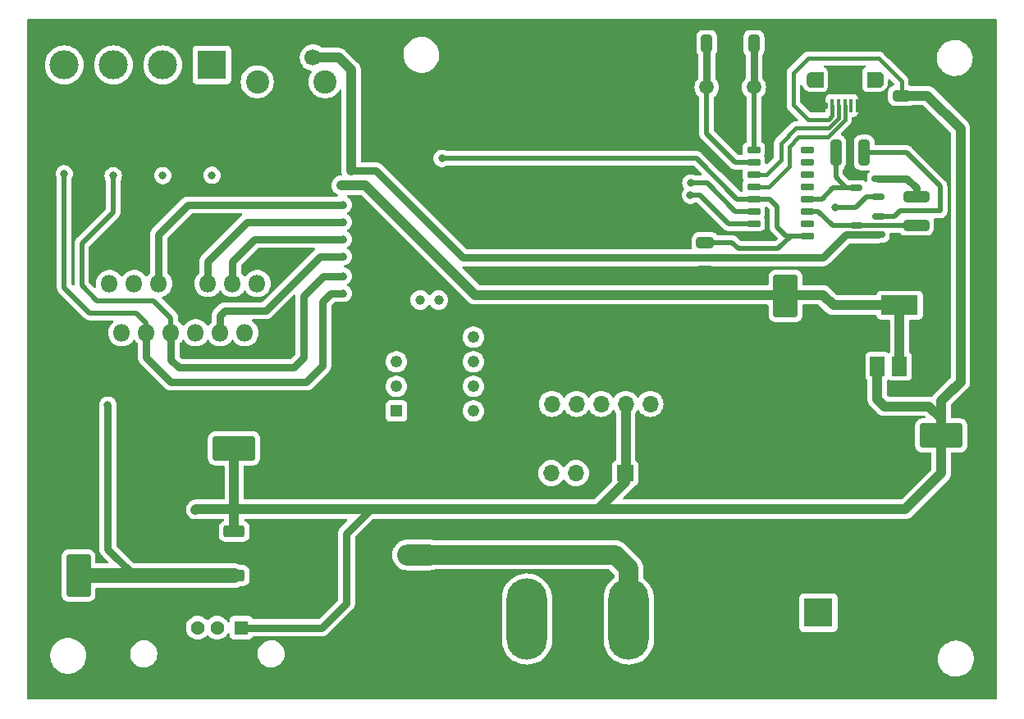
<source format=gbr>
%TF.GenerationSoftware,KiCad,Pcbnew,7.0.7*%
%TF.CreationDate,2023-11-07T23:05:13-03:00*%
%TF.ProjectId,robot seg,726f626f-7420-4736-9567-2e6b69636164,rev?*%
%TF.SameCoordinates,Original*%
%TF.FileFunction,Copper,L2,Bot*%
%TF.FilePolarity,Positive*%
%FSLAX46Y46*%
G04 Gerber Fmt 4.6, Leading zero omitted, Abs format (unit mm)*
G04 Created by KiCad (PCBNEW 7.0.7) date 2023-11-07 23:05:13*
%MOMM*%
%LPD*%
G01*
G04 APERTURE LIST*
G04 Aperture macros list*
%AMRoundRect*
0 Rectangle with rounded corners*
0 $1 Rounding radius*
0 $2 $3 $4 $5 $6 $7 $8 $9 X,Y pos of 4 corners*
0 Add a 4 corners polygon primitive as box body*
4,1,4,$2,$3,$4,$5,$6,$7,$8,$9,$2,$3,0*
0 Add four circle primitives for the rounded corners*
1,1,$1+$1,$2,$3*
1,1,$1+$1,$4,$5*
1,1,$1+$1,$6,$7*
1,1,$1+$1,$8,$9*
0 Add four rect primitives between the rounded corners*
20,1,$1+$1,$2,$3,$4,$5,0*
20,1,$1+$1,$4,$5,$6,$7,0*
20,1,$1+$1,$6,$7,$8,$9,0*
20,1,$1+$1,$8,$9,$2,$3,0*%
G04 Aperture macros list end*
%TA.AperFunction,EtchedComponent*%
%ADD10C,0.010000*%
%TD*%
%TA.AperFunction,ComponentPad*%
%ADD11R,1.700000X1.700000*%
%TD*%
%TA.AperFunction,ComponentPad*%
%ADD12O,1.700000X1.700000*%
%TD*%
%TA.AperFunction,ComponentPad*%
%ADD13R,3.000000X3.000000*%
%TD*%
%TA.AperFunction,ComponentPad*%
%ADD14C,3.000000*%
%TD*%
%TA.AperFunction,ComponentPad*%
%ADD15C,1.500000*%
%TD*%
%TA.AperFunction,ComponentPad*%
%ADD16R,1.800000X1.800000*%
%TD*%
%TA.AperFunction,ComponentPad*%
%ADD17O,1.800000X1.800000*%
%TD*%
%TA.AperFunction,ComponentPad*%
%ADD18C,2.400000*%
%TD*%
%TA.AperFunction,ComponentPad*%
%ADD19C,1.700000*%
%TD*%
%TA.AperFunction,SMDPad,CuDef*%
%ADD20RoundRect,0.049600X-0.605400X-0.260400X0.605400X-0.260400X0.605400X0.260400X-0.605400X0.260400X0*%
%TD*%
%TA.AperFunction,SMDPad,CuDef*%
%ADD21R,0.400000X1.350000*%
%TD*%
%TA.AperFunction,ComponentPad*%
%ADD22O,1.600000X0.800000*%
%TD*%
%TA.AperFunction,ComponentPad*%
%ADD23O,0.750000X1.500000*%
%TD*%
%TA.AperFunction,SMDPad,CuDef*%
%ADD24R,1.500000X1.550000*%
%TD*%
%TA.AperFunction,SMDPad,CuDef*%
%ADD25RoundRect,0.250000X1.950000X1.000000X-1.950000X1.000000X-1.950000X-1.000000X1.950000X-1.000000X0*%
%TD*%
%TA.AperFunction,ComponentPad*%
%ADD26O,4.400000X2.200000*%
%TD*%
%TA.AperFunction,ComponentPad*%
%ADD27O,4.000000X2.000000*%
%TD*%
%TA.AperFunction,ComponentPad*%
%ADD28O,2.000000X4.000000*%
%TD*%
%TA.AperFunction,SMDPad,CuDef*%
%ADD29RoundRect,0.250000X1.000000X-1.950000X1.000000X1.950000X-1.000000X1.950000X-1.000000X-1.950000X0*%
%TD*%
%TA.AperFunction,SMDPad,CuDef*%
%ADD30RoundRect,0.250000X-0.650000X0.325000X-0.650000X-0.325000X0.650000X-0.325000X0.650000X0.325000X0*%
%TD*%
%TA.AperFunction,SMDPad,CuDef*%
%ADD31RoundRect,0.150000X0.512500X0.150000X-0.512500X0.150000X-0.512500X-0.150000X0.512500X-0.150000X0*%
%TD*%
%TA.AperFunction,SMDPad,CuDef*%
%ADD32RoundRect,0.250000X-0.850000X-0.350000X0.850000X-0.350000X0.850000X0.350000X-0.850000X0.350000X0*%
%TD*%
%TA.AperFunction,SMDPad,CuDef*%
%ADD33RoundRect,0.250000X-1.275000X-1.125000X1.275000X-1.125000X1.275000X1.125000X-1.275000X1.125000X0*%
%TD*%
%TA.AperFunction,SMDPad,CuDef*%
%ADD34RoundRect,0.249997X-2.950003X-2.650003X2.950003X-2.650003X2.950003X2.650003X-2.950003X2.650003X0*%
%TD*%
%TA.AperFunction,ComponentPad*%
%ADD35R,1.210000X1.210000*%
%TD*%
%TA.AperFunction,ComponentPad*%
%ADD36C,1.210000*%
%TD*%
%TA.AperFunction,SMDPad,CuDef*%
%ADD37R,1.500000X2.000000*%
%TD*%
%TA.AperFunction,SMDPad,CuDef*%
%ADD38R,3.800000X2.000000*%
%TD*%
%TA.AperFunction,SMDPad,CuDef*%
%ADD39RoundRect,0.250000X-0.325000X-0.650000X0.325000X-0.650000X0.325000X0.650000X-0.325000X0.650000X0*%
%TD*%
%TA.AperFunction,ComponentPad*%
%ADD40R,1.428000X1.428000*%
%TD*%
%TA.AperFunction,ComponentPad*%
%ADD41C,1.428000*%
%TD*%
%TA.AperFunction,SMDPad,CuDef*%
%ADD42RoundRect,0.250000X0.325000X0.650000X-0.325000X0.650000X-0.325000X-0.650000X0.325000X-0.650000X0*%
%TD*%
%TA.AperFunction,SMDPad,CuDef*%
%ADD43RoundRect,0.250000X-1.000000X1.950000X-1.000000X-1.950000X1.000000X-1.950000X1.000000X1.950000X0*%
%TD*%
%TA.AperFunction,SMDPad,CuDef*%
%ADD44RoundRect,0.250000X-1.075000X0.312500X-1.075000X-0.312500X1.075000X-0.312500X1.075000X0.312500X0*%
%TD*%
%TA.AperFunction,ComponentPad*%
%ADD45O,4.200000X8.400000*%
%TD*%
%TA.AperFunction,ComponentPad*%
%ADD46C,1.000000*%
%TD*%
%TA.AperFunction,SMDPad,CuDef*%
%ADD47RoundRect,0.250000X0.312500X1.075000X-0.312500X1.075000X-0.312500X-1.075000X0.312500X-1.075000X0*%
%TD*%
%TA.AperFunction,ViaPad*%
%ADD48C,0.800000*%
%TD*%
%TA.AperFunction,Conductor*%
%ADD49C,0.750000*%
%TD*%
%TA.AperFunction,Conductor*%
%ADD50C,1.000000*%
%TD*%
%TA.AperFunction,Conductor*%
%ADD51C,0.500000*%
%TD*%
%TA.AperFunction,Conductor*%
%ADD52C,0.400000*%
%TD*%
%TA.AperFunction,Conductor*%
%ADD53C,1.500000*%
%TD*%
%TA.AperFunction,Conductor*%
%ADD54C,2.000000*%
%TD*%
G04 APERTURE END LIST*
%TO.C,J1*%
D10*
X189560800Y-62032200D02*
X188415800Y-62032200D01*
X188389800Y-62031200D01*
X188363800Y-62029200D01*
X188337800Y-62026200D01*
X188311800Y-62021200D01*
X188286800Y-62015200D01*
X188260800Y-62008200D01*
X188236800Y-61999200D01*
X188212800Y-61989200D01*
X188188800Y-61978200D01*
X188165800Y-61965200D01*
X188143800Y-61951200D01*
X188121800Y-61937200D01*
X188100800Y-61921200D01*
X188080800Y-61904200D01*
X188061800Y-61886200D01*
X188043800Y-61867200D01*
X188026800Y-61847200D01*
X188010800Y-61826200D01*
X187996800Y-61804200D01*
X187982800Y-61782200D01*
X187969800Y-61759200D01*
X187958800Y-61735200D01*
X187948800Y-61711200D01*
X187939800Y-61687200D01*
X187932800Y-61661200D01*
X187926800Y-61636200D01*
X187921800Y-61610200D01*
X187918800Y-61584200D01*
X187916800Y-61558200D01*
X187915800Y-61532200D01*
X187915800Y-60982200D01*
X187916800Y-60956200D01*
X187918800Y-60930200D01*
X187921800Y-60904200D01*
X187926800Y-60878200D01*
X187932800Y-60853200D01*
X187939800Y-60827200D01*
X187948800Y-60803200D01*
X187958800Y-60779200D01*
X187969800Y-60755200D01*
X187982800Y-60732200D01*
X187996800Y-60710200D01*
X188010800Y-60688200D01*
X188026800Y-60667200D01*
X188043800Y-60647200D01*
X188061800Y-60628200D01*
X188080800Y-60610200D01*
X188100800Y-60593200D01*
X188121800Y-60577200D01*
X188143800Y-60563200D01*
X188165800Y-60549200D01*
X188188800Y-60536200D01*
X188212800Y-60525200D01*
X188236800Y-60515200D01*
X188260800Y-60506200D01*
X188286800Y-60499200D01*
X188311800Y-60493200D01*
X188337800Y-60488200D01*
X188363800Y-60485200D01*
X188389800Y-60483200D01*
X188415800Y-60482200D01*
X189560800Y-60482200D01*
X189560800Y-62032200D01*
%TA.AperFunction,EtchedComponent*%
G36*
X189560800Y-62032200D02*
G01*
X188415800Y-62032200D01*
X188389800Y-62031200D01*
X188363800Y-62029200D01*
X188337800Y-62026200D01*
X188311800Y-62021200D01*
X188286800Y-62015200D01*
X188260800Y-62008200D01*
X188236800Y-61999200D01*
X188212800Y-61989200D01*
X188188800Y-61978200D01*
X188165800Y-61965200D01*
X188143800Y-61951200D01*
X188121800Y-61937200D01*
X188100800Y-61921200D01*
X188080800Y-61904200D01*
X188061800Y-61886200D01*
X188043800Y-61867200D01*
X188026800Y-61847200D01*
X188010800Y-61826200D01*
X187996800Y-61804200D01*
X187982800Y-61782200D01*
X187969800Y-61759200D01*
X187958800Y-61735200D01*
X187948800Y-61711200D01*
X187939800Y-61687200D01*
X187932800Y-61661200D01*
X187926800Y-61636200D01*
X187921800Y-61610200D01*
X187918800Y-61584200D01*
X187916800Y-61558200D01*
X187915800Y-61532200D01*
X187915800Y-60982200D01*
X187916800Y-60956200D01*
X187918800Y-60930200D01*
X187921800Y-60904200D01*
X187926800Y-60878200D01*
X187932800Y-60853200D01*
X187939800Y-60827200D01*
X187948800Y-60803200D01*
X187958800Y-60779200D01*
X187969800Y-60755200D01*
X187982800Y-60732200D01*
X187996800Y-60710200D01*
X188010800Y-60688200D01*
X188026800Y-60667200D01*
X188043800Y-60647200D01*
X188061800Y-60628200D01*
X188080800Y-60610200D01*
X188100800Y-60593200D01*
X188121800Y-60577200D01*
X188143800Y-60563200D01*
X188165800Y-60549200D01*
X188188800Y-60536200D01*
X188212800Y-60525200D01*
X188236800Y-60515200D01*
X188260800Y-60506200D01*
X188286800Y-60499200D01*
X188311800Y-60493200D01*
X188337800Y-60488200D01*
X188363800Y-60485200D01*
X188389800Y-60483200D01*
X188415800Y-60482200D01*
X189560800Y-60482200D01*
X189560800Y-62032200D01*
G37*
%TD.AperFunction*%
X195331800Y-60483200D02*
X195357800Y-60485200D01*
X195383800Y-60488200D01*
X195409800Y-60493200D01*
X195434800Y-60499200D01*
X195460800Y-60506200D01*
X195484800Y-60515200D01*
X195508800Y-60525200D01*
X195532800Y-60536200D01*
X195555800Y-60549200D01*
X195577800Y-60563200D01*
X195599800Y-60577200D01*
X195620800Y-60593200D01*
X195640800Y-60610200D01*
X195659800Y-60628200D01*
X195677800Y-60647200D01*
X195694800Y-60667200D01*
X195710800Y-60688200D01*
X195724800Y-60710200D01*
X195738800Y-60732200D01*
X195751800Y-60755200D01*
X195762800Y-60779200D01*
X195772800Y-60803200D01*
X195781800Y-60827200D01*
X195788800Y-60853200D01*
X195794800Y-60878200D01*
X195799800Y-60904200D01*
X195802800Y-60930200D01*
X195804800Y-60956200D01*
X195805800Y-60982200D01*
X195805800Y-61532200D01*
X195804800Y-61558200D01*
X195802800Y-61584200D01*
X195799800Y-61610200D01*
X195794800Y-61636200D01*
X195788800Y-61661200D01*
X195781800Y-61687200D01*
X195772800Y-61711200D01*
X195762800Y-61735200D01*
X195751800Y-61759200D01*
X195738800Y-61782200D01*
X195724800Y-61804200D01*
X195710800Y-61826200D01*
X195694800Y-61847200D01*
X195677800Y-61867200D01*
X195659800Y-61886200D01*
X195640800Y-61904200D01*
X195620800Y-61921200D01*
X195599800Y-61937200D01*
X195577800Y-61951200D01*
X195555800Y-61965200D01*
X195532800Y-61978200D01*
X195508800Y-61989200D01*
X195484800Y-61999200D01*
X195460800Y-62008200D01*
X195434800Y-62015200D01*
X195409800Y-62021200D01*
X195383800Y-62026200D01*
X195357800Y-62029200D01*
X195331800Y-62031200D01*
X195305800Y-62032200D01*
X194160800Y-62032200D01*
X194160800Y-60482200D01*
X195305800Y-60482200D01*
X195331800Y-60483200D01*
%TA.AperFunction,EtchedComponent*%
G36*
X195331800Y-60483200D02*
G01*
X195357800Y-60485200D01*
X195383800Y-60488200D01*
X195409800Y-60493200D01*
X195434800Y-60499200D01*
X195460800Y-60506200D01*
X195484800Y-60515200D01*
X195508800Y-60525200D01*
X195532800Y-60536200D01*
X195555800Y-60549200D01*
X195577800Y-60563200D01*
X195599800Y-60577200D01*
X195620800Y-60593200D01*
X195640800Y-60610200D01*
X195659800Y-60628200D01*
X195677800Y-60647200D01*
X195694800Y-60667200D01*
X195710800Y-60688200D01*
X195724800Y-60710200D01*
X195738800Y-60732200D01*
X195751800Y-60755200D01*
X195762800Y-60779200D01*
X195772800Y-60803200D01*
X195781800Y-60827200D01*
X195788800Y-60853200D01*
X195794800Y-60878200D01*
X195799800Y-60904200D01*
X195802800Y-60930200D01*
X195804800Y-60956200D01*
X195805800Y-60982200D01*
X195805800Y-61532200D01*
X195804800Y-61558200D01*
X195802800Y-61584200D01*
X195799800Y-61610200D01*
X195794800Y-61636200D01*
X195788800Y-61661200D01*
X195781800Y-61687200D01*
X195772800Y-61711200D01*
X195762800Y-61735200D01*
X195751800Y-61759200D01*
X195738800Y-61782200D01*
X195724800Y-61804200D01*
X195710800Y-61826200D01*
X195694800Y-61847200D01*
X195677800Y-61867200D01*
X195659800Y-61886200D01*
X195640800Y-61904200D01*
X195620800Y-61921200D01*
X195599800Y-61937200D01*
X195577800Y-61951200D01*
X195555800Y-61965200D01*
X195532800Y-61978200D01*
X195508800Y-61989200D01*
X195484800Y-61999200D01*
X195460800Y-62008200D01*
X195434800Y-62015200D01*
X195409800Y-62021200D01*
X195383800Y-62026200D01*
X195357800Y-62029200D01*
X195331800Y-62031200D01*
X195305800Y-62032200D01*
X194160800Y-62032200D01*
X194160800Y-60482200D01*
X195305800Y-60482200D01*
X195331800Y-60483200D01*
G37*
%TD.AperFunction*%
%TD*%
D11*
%TO.P,J4,1,Pin_1*%
%TO.N,GND*%
X159080200Y-94742000D03*
D12*
%TO.P,J4,2,Pin_2*%
%TO.N,unconnected-(J4-Pin_2-Pad2)*%
X161620200Y-94742000D03*
%TO.P,J4,3,Pin_3*%
%TO.N,/SCL*%
X164160200Y-94742000D03*
%TO.P,J4,4,Pin_4*%
%TO.N,/SDA*%
X166700200Y-94742000D03*
%TO.P,J4,5,Pin_5*%
%TO.N,+5V*%
X169240200Y-94742000D03*
%TO.P,J4,6,Pin_6*%
%TO.N,unconnected-(J4-Pin_6-Pad6)*%
X171780200Y-94742000D03*
%TD*%
D13*
%TO.P,BT1,1,+*%
%TO.N,/Vpila*%
X189128400Y-116318001D03*
D14*
%TO.P,BT1,2,-*%
%TO.N,GND*%
X189128400Y-95828001D03*
%TD*%
D15*
%TO.P,Y1,1,1*%
%TO.N,/XI*%
X177593600Y-62052200D03*
%TO.P,Y1,2,2*%
%TO.N,/XO*%
X182473600Y-62052200D03*
%TD*%
D16*
%TO.P,U3,1,SENSE_A*%
%TO.N,GND*%
X114706400Y-87401400D03*
D17*
%TO.P,U3,2,OUT1*%
%TO.N,/OUT_1*%
X115976400Y-82321400D03*
%TO.P,U3,3,OUT2*%
%TO.N,/OUT_2*%
X117246400Y-87401400D03*
%TO.P,U3,4,Vs*%
%TO.N,VCC*%
X118516400Y-82321400D03*
%TO.P,U3,5,IN1*%
%TO.N,/MA_1*%
X119786400Y-87401400D03*
%TO.P,U3,6,EnA*%
%TO.N,/EN_A*%
X121056400Y-82321400D03*
%TO.P,U3,7,IN2*%
%TO.N,/MA_2*%
X122326400Y-87401400D03*
%TO.P,U3,8,GND*%
%TO.N,GND*%
X123596400Y-82321400D03*
%TO.P,U3,9,Vss*%
%TO.N,+5V*%
X124866400Y-87401400D03*
%TO.P,U3,10,IN3*%
%TO.N,/MB_1*%
X126136400Y-82321400D03*
%TO.P,U3,11,EnB*%
%TO.N,/EN_B*%
X127406400Y-87401400D03*
%TO.P,U3,12,IN4*%
%TO.N,/MB_2*%
X128676400Y-82321400D03*
%TO.P,U3,13,OUT3*%
%TO.N,/OUT_3*%
X129946400Y-87401400D03*
%TO.P,U3,14,OUT4*%
%TO.N,/OUT_4*%
X131216400Y-82321400D03*
%TO.P,U3,15,SENSE_B*%
%TO.N,GND*%
X132486400Y-87401400D03*
%TD*%
D18*
%TO.P,SWJ1,*%
%TO.N,*%
X131221599Y-61487000D03*
X138221599Y-61487000D03*
D19*
%TO.P,SWJ1,1,A*%
%TO.N,GND*%
X132471599Y-58987000D03*
%TO.P,SWJ1,2,B*%
%TO.N,/EN*%
X136971599Y-58987000D03*
%TD*%
D13*
%TO.P,J2,1,Pin_1*%
%TO.N,/MB_2*%
X126542800Y-59740800D03*
D14*
%TO.P,J2,2,Pin_2*%
%TO.N,/MB_1*%
X121462800Y-59740800D03*
%TO.P,J2,3,Pin_3*%
%TO.N,/MA_2*%
X116382800Y-59740800D03*
%TO.P,J2,4,Pin_4*%
%TO.N,/MA_1*%
X111302800Y-59740800D03*
%TD*%
D11*
%TO.P,J5,1,Pin_1*%
%TO.N,+5V*%
X169189400Y-101904800D03*
D12*
%TO.P,J5,2,Pin_2*%
%TO.N,GND*%
X166649400Y-101904800D03*
%TO.P,J5,3,Pin_3*%
%TO.N,/Servos*%
X164109400Y-101904800D03*
%TO.P,J5,4,Pin_4*%
%TO.N,unconnected-(J5-Pin_4-Pad4)*%
X161569400Y-101904800D03*
%TD*%
D20*
%TO.P,U2,1,GND*%
%TO.N,GND*%
X182466800Y-77393800D03*
%TO.P,U2,2,TXD*%
%TO.N,/Tx*%
X182466800Y-76123800D03*
%TO.P,U2,3,RXD*%
%TO.N,/Rx*%
X182466800Y-74853800D03*
%TO.P,U2,4,V3*%
%TO.N,+3V3*%
X182466800Y-73583800D03*
%TO.P,U2,5,UD+*%
%TO.N,/+D*%
X182466800Y-72313800D03*
%TO.P,U2,6,UD-*%
%TO.N,/-D*%
X182466800Y-71043800D03*
%TO.P,U2,7,XI*%
%TO.N,/XI*%
X182466800Y-69773800D03*
%TO.P,U2,8,XO*%
%TO.N,/XO*%
X182466800Y-68503800D03*
%TO.P,U2,9,~{CTS}*%
%TO.N,unconnected-(U2-~{CTS}-Pad9)*%
X187966800Y-68503800D03*
%TO.P,U2,10,~{DSR}*%
%TO.N,unconnected-(U2-~{DSR}-Pad10)*%
X187966800Y-69773800D03*
%TO.P,U2,11,~{RI}*%
%TO.N,unconnected-(U2-~{RI}-Pad11)*%
X187966800Y-71043800D03*
%TO.P,U2,12,~{DCD}*%
%TO.N,unconnected-(U2-~{DCD}-Pad12)*%
X187966800Y-72313800D03*
%TO.P,U2,13,~{DTR}*%
%TO.N,/DTR*%
X187966800Y-73583800D03*
%TO.P,U2,14,~{RTS}*%
%TO.N,/RST*%
X187966800Y-74853800D03*
%TO.P,U2,15,RS232*%
%TO.N,unconnected-(U2-RS232-Pad15)*%
X187966800Y-76123800D03*
%TO.P,U2,16,VCC*%
%TO.N,+3V3*%
X187966800Y-77393800D03*
%TD*%
D21*
%TO.P,J1,1,1*%
%TO.N,+5V*%
X190560800Y-63932200D03*
%TO.P,J1,2,2*%
%TO.N,/-D*%
X191210800Y-63932200D03*
%TO.P,J1,3,3*%
%TO.N,/+D*%
X191860800Y-63932200D03*
%TO.P,J1,4,4*%
%TO.N,unconnected-(J1-Pad4)*%
X192510800Y-63932200D03*
%TO.P,J1,5,5*%
%TO.N,GND*%
X193160800Y-63932200D03*
D22*
%TO.P,J1,S1,SHIELD*%
X189360800Y-63957200D03*
%TO.P,J1,S2,SHIELD*%
X194360800Y-63957200D03*
D23*
%TO.P,J1,S3,SHIELD*%
X188335800Y-61257200D03*
D24*
%TO.P,J1,S4,SHIELD*%
X190860800Y-61257200D03*
%TO.P,J1,S5,SHIELD*%
X192860800Y-61257200D03*
D23*
%TO.P,J1,S6,SHIELD*%
X195385800Y-61257200D03*
%TD*%
D25*
%TO.P,C9,1*%
%TO.N,+5V*%
X201812400Y-98007200D03*
%TO.P,C9,2*%
%TO.N,GND*%
X193412400Y-98007200D03*
%TD*%
D26*
%TO.P,J3,1*%
%TO.N,/Vin*%
X147853400Y-110337600D03*
D27*
%TO.P,J3,2*%
%TO.N,GND*%
X147853400Y-116637600D03*
D28*
%TO.P,J3,3*%
X143053400Y-113237600D03*
%TD*%
D29*
%TO.P,C7,1*%
%TO.N,VCC*%
X112772300Y-112489200D03*
%TO.P,C7,2*%
%TO.N,GND*%
X112772300Y-104089200D03*
%TD*%
D30*
%TO.P,C4,1*%
%TO.N,+5V*%
X197713600Y-62914000D03*
%TO.P,C4,2*%
%TO.N,GND*%
X197713600Y-65864000D03*
%TD*%
D31*
%TO.P,Q1,1,B*%
%TO.N,Net-(Q1-B)*%
X195320500Y-75377000D03*
%TO.P,Q1,2,C*%
%TO.N,/EN*%
X195320500Y-77277000D03*
%TO.P,Q1,3,E*%
%TO.N,/RST*%
X193045500Y-76327000D03*
%TD*%
D25*
%TO.P,C8,1*%
%TO.N,+5V*%
X128834100Y-99339400D03*
%TO.P,C8,2*%
%TO.N,GND*%
X120434100Y-99339400D03*
%TD*%
D32*
%TO.P,U5,1,VI*%
%TO.N,VCC*%
X128841500Y-112484600D03*
D33*
%TO.P,U5,2,GND*%
%TO.N,GND*%
X133466500Y-108679600D03*
X133466500Y-111729600D03*
D34*
X135141500Y-110204600D03*
D33*
X136816500Y-108679600D03*
X136816500Y-111729600D03*
D32*
%TO.P,U5,3,VO*%
%TO.N,+5V*%
X128841500Y-107924600D03*
%TD*%
D35*
%TO.P,U4,1,VCC*%
%TO.N,+5V*%
X145585200Y-95478600D03*
D36*
%TO.P,U4,2,X1*%
%TO.N,Net-(U4-X1)*%
X145585200Y-92938600D03*
%TO.P,U4,3,X2*%
%TO.N,Net-(U4-X2)*%
X145585200Y-90398600D03*
%TO.P,U4,4,GND*%
%TO.N,GND*%
X145585200Y-87858600D03*
%TO.P,U4,5,CE*%
%TO.N,/RESET*%
X153525200Y-87858600D03*
%TO.P,U4,6,I/O*%
%TO.N,/Data*%
X153525200Y-90398600D03*
%TO.P,U4,7,SCLK*%
%TO.N,/CLK*%
X153525200Y-92938600D03*
%TO.P,U4,8,VBAT*%
%TO.N,/Vpila*%
X153525200Y-95478600D03*
%TD*%
D30*
%TO.P,C3,1*%
%TO.N,+3V3*%
X177444400Y-78103200D03*
%TO.P,C3,2*%
%TO.N,GND*%
X177444400Y-81053200D03*
%TD*%
D37*
%TO.P,U6,1,ADJ*%
%TO.N,GND*%
X199810400Y-90856200D03*
%TO.P,U6,2,VO*%
%TO.N,+3V3*%
X197510400Y-90856200D03*
D38*
X197510400Y-84556200D03*
D37*
%TO.P,U6,3,VI*%
%TO.N,+5V*%
X195210400Y-90856200D03*
%TD*%
D31*
%TO.P,Q2,1,B*%
%TO.N,Net-(Q2-B)*%
X195295100Y-71490800D03*
%TO.P,Q2,2,C*%
%TO.N,/ID0*%
X195295100Y-73390800D03*
%TO.P,Q2,3,E*%
%TO.N,/DTR*%
X193020100Y-72440800D03*
%TD*%
D39*
%TO.P,C2,1*%
%TO.N,/XO*%
X182471800Y-57531000D03*
%TO.P,C2,2*%
%TO.N,GND*%
X185421800Y-57531000D03*
%TD*%
D40*
%TO.P,P1,1,VBUS*%
%TO.N,+5V*%
X129576200Y-117856000D03*
D41*
%TO.P,P1,2,D-*%
%TO.N,unconnected-(P1-D--Pad2)*%
X127076200Y-117856000D03*
%TO.P,P1,3,D+*%
%TO.N,unconnected-(P1-D+-Pad3)*%
X125076200Y-117856000D03*
%TO.P,P1,4,GND*%
%TO.N,GND*%
X122576200Y-117856000D03*
%TD*%
D42*
%TO.P,C1,1*%
%TO.N,/XI*%
X177598600Y-57531000D03*
%TO.P,C1,2*%
%TO.N,GND*%
X174648600Y-57531000D03*
%TD*%
D43*
%TO.P,C10,1*%
%TO.N,+3V3*%
X185724800Y-83623700D03*
%TO.P,C10,2*%
%TO.N,GND*%
X185724800Y-92023700D03*
%TD*%
D44*
%TO.P,R2,1*%
%TO.N,Net-(Q2-B)*%
X199212200Y-73391300D03*
%TO.P,R2,2*%
%TO.N,/RST*%
X199212200Y-76316300D03*
%TD*%
D45*
%TO.P,S1,1*%
%TO.N,VCC*%
X159054300Y-116967000D03*
%TO.P,S1,2*%
%TO.N,/Vin*%
X169554300Y-116967000D03*
%TD*%
D46*
%TO.P,Y2,1,1*%
%TO.N,Net-(U4-X2)*%
X148031200Y-84023200D03*
%TO.P,Y2,2,2*%
%TO.N,Net-(U4-X1)*%
X149931200Y-84023200D03*
%TD*%
D47*
%TO.P,R1,1*%
%TO.N,Net-(Q1-B)*%
X193842100Y-68783200D03*
%TO.P,R1,2*%
%TO.N,/DTR*%
X190917100Y-68783200D03*
%TD*%
D48*
%TO.N,/EN*%
X140919200Y-70662800D03*
%TO.N,+3V3*%
X139877800Y-72161400D03*
X150291800Y-69392800D03*
%TO.N,/MB_2*%
X126542800Y-71145400D03*
X140106400Y-77749400D03*
%TO.N,/MB_1*%
X140106400Y-75971400D03*
X121462800Y-71170800D03*
%TO.N,VCC*%
X124841000Y-112484600D03*
X115798600Y-94894400D03*
%TO.N,/MA_2*%
X116357400Y-71196200D03*
X140106400Y-81559400D03*
%TO.N,/MA_1*%
X111302800Y-70993000D03*
X140106400Y-83337400D03*
%TO.N,/Tx*%
X175920400Y-73202800D03*
%TO.N,/Rx*%
X175971200Y-71932800D03*
%TO.N,+5V*%
X124866400Y-105664000D03*
X145585200Y-105631000D03*
%TO.N,/EN_A*%
X140106400Y-74193400D03*
%TO.N,/EN_B*%
X140106400Y-79527400D03*
%TO.N,/ID0*%
X190830200Y-74472800D03*
%TD*%
D49*
%TO.N,/EN*%
X191963000Y-77277000D02*
X195320500Y-77277000D01*
X140919200Y-70662800D02*
X143433800Y-70662800D01*
D50*
X140919200Y-60274200D02*
X139632000Y-58987000D01*
X139632000Y-58987000D02*
X136971599Y-58987000D01*
D49*
X143433800Y-70662800D02*
X152425400Y-79654400D01*
D50*
X140919200Y-70662800D02*
X140919200Y-60274200D01*
D49*
X152425400Y-79654400D02*
X189585600Y-79654400D01*
X189585600Y-79654400D02*
X191963000Y-77277000D01*
D51*
%TO.N,+3V3*%
X187966800Y-77393800D02*
X186283600Y-77393800D01*
X176530000Y-69367400D02*
X176504600Y-69392800D01*
D50*
X197510400Y-84556200D02*
X197510400Y-90856200D01*
X190663800Y-84568000D02*
X190675600Y-84556200D01*
D51*
X180848000Y-78714600D02*
X180236600Y-78103200D01*
D50*
X190675600Y-84556200D02*
X197510400Y-84556200D01*
D51*
X180236600Y-78103200D02*
X177444400Y-78103200D01*
X186283600Y-77393800D02*
X184962800Y-78714600D01*
D50*
X142392400Y-72161400D02*
X153716800Y-83485800D01*
X153716800Y-83485800D02*
X189581600Y-83485800D01*
D51*
X184073800Y-73583800D02*
X184861200Y-74371200D01*
X182466800Y-73583800D02*
X180746400Y-73583800D01*
X180746400Y-73583800D02*
X176530000Y-69367400D01*
D50*
X189581600Y-83485800D02*
X190663800Y-84568000D01*
D51*
X184962800Y-78714600D02*
X180848000Y-78714600D01*
X184861200Y-76479400D02*
X185775600Y-77393800D01*
D50*
X139877800Y-72161400D02*
X142392400Y-72161400D01*
D51*
X184861200Y-74371200D02*
X184861200Y-76479400D01*
X182466800Y-73583800D02*
X184073800Y-73583800D01*
X176504600Y-69392800D02*
X150291800Y-69392800D01*
X177228500Y-70065900D02*
X176530000Y-69367400D01*
X185775600Y-77393800D02*
X186283600Y-77393800D01*
D49*
%TO.N,/MB_2*%
X128676400Y-80035400D02*
X128676400Y-82321400D01*
X130962400Y-77749400D02*
X128676400Y-80035400D01*
X140106400Y-77749400D02*
X130962400Y-77749400D01*
%TO.N,/MB_1*%
X140106400Y-75971400D02*
X130200400Y-75971400D01*
X130200400Y-75971400D02*
X126136400Y-80035400D01*
X126136400Y-80035400D02*
X126136400Y-82321400D01*
D52*
%TO.N,/+D*%
X186131200Y-70205600D02*
X184023000Y-72313800D01*
X186131200Y-68173600D02*
X186131200Y-70205600D01*
X187096400Y-67208400D02*
X186131200Y-68173600D01*
X191860800Y-65411056D02*
X190063456Y-67208400D01*
X190063456Y-67208400D02*
X187096400Y-67208400D01*
X184023000Y-72313800D02*
X182466800Y-72313800D01*
X191860800Y-63932200D02*
X191860800Y-65411056D01*
%TO.N,/-D*%
X185242200Y-69519800D02*
X185242200Y-67843400D01*
X185242200Y-67843400D02*
X186842400Y-66243200D01*
X186842400Y-66243200D02*
X190180128Y-66243200D01*
X183718200Y-71043800D02*
X185242200Y-69519800D01*
X191210800Y-65212528D02*
X191210800Y-63932200D01*
X190180128Y-66243200D02*
X191210800Y-65212528D01*
X182466800Y-71043800D02*
X183718200Y-71043800D01*
D49*
%TO.N,VCC*%
X115798600Y-109728000D02*
X118555200Y-112484600D01*
D53*
X112776900Y-112484600D02*
X128841500Y-112484600D01*
D49*
X115798600Y-94894400D02*
X115798600Y-109728000D01*
X118555200Y-112484600D02*
X124841000Y-112484600D01*
D53*
X112772300Y-112489200D02*
X112776900Y-112484600D01*
D49*
%TO.N,/MA_2*%
X123139200Y-91008200D02*
X134975600Y-91008200D01*
X136042400Y-83591400D02*
X138074400Y-81559400D01*
D51*
X113106200Y-78181200D02*
X113106200Y-82524600D01*
D49*
X122326400Y-87401400D02*
X122326400Y-90195400D01*
X122326400Y-90195400D02*
X123139200Y-91008200D01*
D51*
X120548400Y-84099400D02*
X122326400Y-85877400D01*
X116357400Y-71196200D02*
X116357400Y-74930000D01*
X122326400Y-85877400D02*
X122326400Y-87401400D01*
D49*
X134975600Y-91008200D02*
X136042400Y-89941400D01*
X136042400Y-89941400D02*
X136042400Y-83591400D01*
D51*
X113106200Y-82524600D02*
X114681000Y-84099400D01*
X116357400Y-74930000D02*
X113106200Y-78181200D01*
D49*
X138074400Y-81559400D02*
X140106400Y-81559400D01*
D51*
X114681000Y-84099400D02*
X120548400Y-84099400D01*
%TO.N,/MA_1*%
X111302800Y-82727800D02*
X113944400Y-85369400D01*
X113944400Y-85369400D02*
X118770400Y-85369400D01*
D49*
X122326400Y-92481400D02*
X136296400Y-92481400D01*
X137972800Y-90805000D02*
X137972800Y-84201000D01*
X137972800Y-84201000D02*
X138836400Y-83337400D01*
X138836400Y-83337400D02*
X140106400Y-83337400D01*
X136296400Y-92481400D02*
X137972800Y-90805000D01*
D51*
X118770400Y-85369400D02*
X119786400Y-86385400D01*
D49*
X119786400Y-87401400D02*
X119786400Y-89941400D01*
D51*
X111302800Y-70993000D02*
X111302800Y-82727800D01*
X119786400Y-86385400D02*
X119786400Y-87401400D01*
D49*
X119786400Y-89941400D02*
X122326400Y-92481400D01*
D51*
%TO.N,/Tx*%
X179832000Y-76123800D02*
X176911000Y-73202800D01*
X176911000Y-73202800D02*
X175920400Y-73202800D01*
X182466800Y-76123800D02*
X179832000Y-76123800D01*
%TO.N,/Rx*%
X177622200Y-71932800D02*
X180543200Y-74853800D01*
X175971200Y-71932800D02*
X177622200Y-71932800D01*
X180543200Y-74853800D02*
X182466800Y-74853800D01*
%TO.N,/XI*%
X177593600Y-63884200D02*
X177593600Y-62052200D01*
X177593600Y-62052200D02*
X177593600Y-66849600D01*
D49*
X177598600Y-57531000D02*
X177598600Y-62047200D01*
X177598600Y-62047200D02*
X177593600Y-62052200D01*
D51*
X177593600Y-66849600D02*
X180517800Y-69773800D01*
X180517800Y-69773800D02*
X182466800Y-69773800D01*
%TO.N,/XO*%
X182473600Y-62052200D02*
X182473600Y-68497000D01*
D49*
X182471800Y-62050400D02*
X182473600Y-62052200D01*
X182471800Y-57531000D02*
X182471800Y-62050400D01*
D51*
X182473600Y-68497000D02*
X182466800Y-68503800D01*
%TO.N,/DTR*%
X187966800Y-73583800D02*
X189484000Y-73583800D01*
X190917100Y-71359300D02*
X190917100Y-68783200D01*
X190627000Y-72440800D02*
X193020100Y-72440800D01*
X191998600Y-72440800D02*
X190917100Y-71359300D01*
X189484000Y-73583800D02*
X190627000Y-72440800D01*
X193020100Y-72440800D02*
X191998600Y-72440800D01*
%TO.N,/RST*%
X189103000Y-74853800D02*
X190576200Y-76327000D01*
X199212200Y-76316300D02*
X199197500Y-76301600D01*
X199197500Y-76301600D02*
X193070900Y-76301600D01*
X190576200Y-76327000D02*
X193045500Y-76327000D01*
X187966800Y-74853800D02*
X189103000Y-74853800D01*
X193070900Y-76301600D02*
X193045500Y-76327000D01*
D50*
%TO.N,+5V*%
X145585200Y-105631000D02*
X166377600Y-105631000D01*
D52*
X195376800Y-59080400D02*
X188036200Y-59080400D01*
D50*
X145585200Y-105631000D02*
X124899400Y-105631000D01*
D52*
X186537600Y-63881000D02*
X188036200Y-65379600D01*
D50*
X203784200Y-66319400D02*
X203784200Y-92456000D01*
X166377600Y-105631000D02*
X169214800Y-102793800D01*
X201812400Y-101920800D02*
X201812400Y-98007200D01*
D52*
X197713600Y-62914000D02*
X197713600Y-61417200D01*
X188036200Y-59080400D02*
X186537600Y-60579000D01*
D50*
X166377600Y-105631000D02*
X198102200Y-105631000D01*
D52*
X188036200Y-65379600D02*
X190195200Y-65379600D01*
X190195200Y-65379600D02*
X190560800Y-65014000D01*
D50*
X169240200Y-101717000D02*
X169240200Y-94742000D01*
X169214800Y-101742400D02*
X169240200Y-101717000D01*
X128834100Y-99339400D02*
X128816100Y-99321400D01*
X203784200Y-92456000D02*
X201803000Y-94437200D01*
X128841500Y-107924600D02*
X128841500Y-99346800D01*
X169214800Y-102793800D02*
X169214800Y-101742400D01*
X195935600Y-94996000D02*
X195210400Y-94270800D01*
X124899400Y-105631000D02*
X124866400Y-105664000D01*
D52*
X186537600Y-60579000D02*
X186537600Y-63881000D01*
D50*
X201803000Y-94437200D02*
X201803000Y-97997800D01*
D52*
X197713600Y-61417200D02*
X195376800Y-59080400D01*
D50*
X195210400Y-94270800D02*
X195210400Y-90856200D01*
X128841500Y-99346800D02*
X128834100Y-99339400D01*
D49*
X145585200Y-105631000D02*
X142933400Y-105631000D01*
X137896600Y-117856000D02*
X129576200Y-117856000D01*
D50*
X201812400Y-98007200D02*
X201812400Y-96250000D01*
X200378800Y-62914000D02*
X203784200Y-66319400D01*
D49*
X142933400Y-105631000D02*
X140436600Y-108127800D01*
D50*
X201803000Y-97997800D02*
X201812400Y-98007200D01*
X128841500Y-105613200D02*
X128841500Y-107924600D01*
D49*
X140436600Y-115316000D02*
X137896600Y-117856000D01*
D50*
X203161900Y-93078300D02*
X201803000Y-94437200D01*
X201812400Y-96250000D02*
X200558400Y-94996000D01*
X198102200Y-105631000D02*
X201812400Y-101920800D01*
X197713600Y-62914000D02*
X200378800Y-62914000D01*
X200558400Y-94996000D02*
X195935600Y-94996000D01*
D49*
X140436600Y-108127800D02*
X140436600Y-115316000D01*
D52*
X190560800Y-65014000D02*
X190560800Y-63932200D01*
D51*
%TO.N,Net-(Q1-B)*%
X196987200Y-75377000D02*
X195320500Y-75377000D01*
X201676000Y-72263000D02*
X201676000Y-74828400D01*
X198196200Y-68783200D02*
X201676000Y-72263000D01*
X193842100Y-68783200D02*
X198196200Y-68783200D01*
X197535800Y-74828400D02*
X196987200Y-75377000D01*
X201676000Y-74828400D02*
X197535800Y-74828400D01*
D49*
%TO.N,Net-(Q2-B)*%
X199212200Y-73391300D02*
X199212200Y-72440800D01*
X198262200Y-71490800D02*
X195295100Y-71490800D01*
X199212200Y-72440800D02*
X198262200Y-71490800D01*
D54*
%TO.N,/Vin*%
X169554300Y-111743900D02*
X169554300Y-116967000D01*
X168148000Y-110337600D02*
X169554300Y-111743900D01*
X147853400Y-110337600D02*
X168148000Y-110337600D01*
D49*
%TO.N,/EN_A*%
X140106400Y-74193400D02*
X124104400Y-74193400D01*
X121056400Y-77241400D02*
X121056400Y-82321400D01*
X124104400Y-74193400D02*
X121056400Y-77241400D01*
%TO.N,/EN_B*%
X140106400Y-79527400D02*
X137693400Y-79527400D01*
X132105400Y-85115400D02*
X127914400Y-85115400D01*
X127914400Y-85115400D02*
X127406400Y-85623400D01*
X127406400Y-85623400D02*
X127406400Y-87401400D01*
X137693400Y-79527400D02*
X132105400Y-85115400D01*
X127406400Y-87401400D02*
X127406400Y-87147400D01*
D51*
%TO.N,/ID0*%
X194071200Y-73390800D02*
X195295100Y-73390800D01*
X190830200Y-74472800D02*
X192989200Y-74472800D01*
X192989200Y-74472800D02*
X194071200Y-73390800D01*
%TD*%
%TA.AperFunction,Conductor*%
%TO.N,GND*%
G36*
X193964086Y-59800585D02*
G01*
X194009841Y-59853389D01*
X194019785Y-59922547D01*
X193990760Y-59986103D01*
X193955750Y-60012310D01*
X193956105Y-60012862D01*
X193948649Y-60017652D01*
X193948648Y-60017653D01*
X193938180Y-60024380D01*
X193925369Y-60032612D01*
X193909852Y-60041084D01*
X193884699Y-60052571D01*
X193884696Y-60052573D01*
X193863795Y-60070684D01*
X193849638Y-60081281D01*
X193826363Y-60096239D01*
X193826362Y-60096240D01*
X193808247Y-60117145D01*
X193795745Y-60129647D01*
X193774844Y-60147759D01*
X193774841Y-60147762D01*
X193759883Y-60171037D01*
X193749283Y-60185197D01*
X193731172Y-60206098D01*
X193731171Y-60206100D01*
X193719683Y-60231253D01*
X193711211Y-60246769D01*
X193696255Y-60270044D01*
X193696250Y-60270054D01*
X193688458Y-60296589D01*
X193682281Y-60313152D01*
X193670787Y-60338322D01*
X193666851Y-60365698D01*
X193663092Y-60382979D01*
X193655300Y-60409518D01*
X193655300Y-62104880D01*
X193663092Y-62131417D01*
X193666853Y-62148706D01*
X193670788Y-62176078D01*
X193682277Y-62201236D01*
X193688456Y-62217805D01*
X193696250Y-62244347D01*
X193696254Y-62244355D01*
X193711208Y-62267625D01*
X193719684Y-62283146D01*
X193731172Y-62308301D01*
X193731174Y-62308304D01*
X193749285Y-62329205D01*
X193759886Y-62343367D01*
X193774840Y-62366636D01*
X193774841Y-62366637D01*
X193795741Y-62384747D01*
X193808251Y-62397257D01*
X193822086Y-62413223D01*
X193826364Y-62418160D01*
X193844956Y-62430108D01*
X193849628Y-62433110D01*
X193863799Y-62443718D01*
X193884692Y-62461823D01*
X193884693Y-62461824D01*
X193884694Y-62461824D01*
X193884696Y-62461826D01*
X193909861Y-62473318D01*
X193925374Y-62481790D01*
X193948648Y-62496747D01*
X193975192Y-62504541D01*
X193991757Y-62510719D01*
X194016920Y-62522211D01*
X194044291Y-62526145D01*
X194061576Y-62529905D01*
X194088120Y-62537700D01*
X194124647Y-62537700D01*
X195276164Y-62537700D01*
X195282626Y-62538037D01*
X195289102Y-62538716D01*
X195289108Y-62538715D01*
X195289111Y-62538716D01*
X195312875Y-62537801D01*
X195315517Y-62537700D01*
X195328179Y-62537700D01*
X195332270Y-62537835D01*
X195332382Y-62537842D01*
X195334524Y-62537984D01*
X195335854Y-62537881D01*
X195340598Y-62537700D01*
X195341951Y-62537700D01*
X195341953Y-62537700D01*
X195344229Y-62537372D01*
X195348294Y-62536924D01*
X195360901Y-62535954D01*
X195363909Y-62535837D01*
X195373505Y-62535468D01*
X195377560Y-62535448D01*
X195379828Y-62535512D01*
X195381184Y-62535355D01*
X195385925Y-62534991D01*
X195387354Y-62534937D01*
X195389660Y-62534513D01*
X195393720Y-62533908D01*
X195401050Y-62533062D01*
X195406174Y-62532472D01*
X195422035Y-62531251D01*
X195432617Y-62530438D01*
X195432646Y-62530431D01*
X195434186Y-62530201D01*
X195440432Y-62529588D01*
X195443760Y-62529432D01*
X195458361Y-62526623D01*
X195462910Y-62525925D01*
X195477658Y-62524224D01*
X195480668Y-62523430D01*
X195486326Y-62522220D01*
X195492598Y-62521180D01*
X195492615Y-62521179D01*
X195515220Y-62515753D01*
X195517931Y-62515167D01*
X195527496Y-62513328D01*
X195530891Y-62512798D01*
X195531295Y-62512719D01*
X195531307Y-62512718D01*
X195531317Y-62512715D01*
X195531941Y-62512594D01*
X195535110Y-62511863D01*
X195540764Y-62510777D01*
X195546654Y-62508740D01*
X195550750Y-62507482D01*
X195558270Y-62505457D01*
X195559528Y-62505119D01*
X195561950Y-62504538D01*
X195564268Y-62503981D01*
X195587910Y-62498309D01*
X195587915Y-62498307D01*
X195587925Y-62498305D01*
X195587934Y-62498301D01*
X195590047Y-62497631D01*
X195595499Y-62496170D01*
X195604442Y-62494209D01*
X195612846Y-62491056D01*
X195618458Y-62489253D01*
X195627127Y-62486920D01*
X195634592Y-62483712D01*
X195639336Y-62481902D01*
X195645829Y-62479725D01*
X195645851Y-62479720D01*
X195655559Y-62475674D01*
X195670804Y-62469323D01*
X195677814Y-62466693D01*
X195679712Y-62465981D01*
X195683926Y-62464571D01*
X195686554Y-62463796D01*
X195689118Y-62462620D01*
X195693140Y-62460945D01*
X195696144Y-62459820D01*
X195698877Y-62458320D01*
X195702820Y-62456339D01*
X195709036Y-62453490D01*
X195711418Y-62452400D01*
X195736588Y-62441913D01*
X195736588Y-62441912D01*
X195736595Y-62441910D01*
X195736600Y-62441906D01*
X195739281Y-62440558D01*
X195744625Y-62438177D01*
X195750061Y-62436059D01*
X195760615Y-62430092D01*
X195765268Y-62427717D01*
X195776285Y-62422669D01*
X195780829Y-62419739D01*
X195792808Y-62413223D01*
X195792789Y-62413188D01*
X195796673Y-62411088D01*
X195796690Y-62411081D01*
X195814712Y-62399610D01*
X195817423Y-62397983D01*
X195832865Y-62389256D01*
X195836006Y-62387482D01*
X195839550Y-62384747D01*
X195844272Y-62381101D01*
X195848855Y-62377883D01*
X195857217Y-62372562D01*
X195860295Y-62370727D01*
X195877398Y-62361201D01*
X195887120Y-62353792D01*
X195891381Y-62350821D01*
X195901692Y-62344261D01*
X195905893Y-62340653D01*
X195917076Y-62332403D01*
X195917070Y-62332395D01*
X195920639Y-62329776D01*
X195922359Y-62328313D01*
X195936659Y-62316157D01*
X195939197Y-62314114D01*
X195955912Y-62301380D01*
X195955916Y-62301376D01*
X195958861Y-62298780D01*
X195962204Y-62296037D01*
X195962202Y-62296037D01*
X195962210Y-62296033D01*
X195977352Y-62281687D01*
X195979839Y-62279455D01*
X195984984Y-62275082D01*
X195995733Y-62265946D01*
X195995745Y-62265932D01*
X195998742Y-62262992D01*
X196001884Y-62260116D01*
X196001905Y-62260100D01*
X196016212Y-62244997D01*
X196018581Y-62242629D01*
X196033691Y-62228314D01*
X196033701Y-62228305D01*
X196033712Y-62228290D01*
X196036600Y-62225134D01*
X196039531Y-62222146D01*
X196039546Y-62222133D01*
X196053088Y-62206200D01*
X196055258Y-62203781D01*
X196069633Y-62188609D01*
X196069641Y-62188596D01*
X196072350Y-62185295D01*
X196074965Y-62182326D01*
X196074980Y-62182312D01*
X196087709Y-62165603D01*
X196089772Y-62163042D01*
X196103375Y-62147040D01*
X196103379Y-62147033D01*
X196103518Y-62146844D01*
X196105994Y-62143471D01*
X196106002Y-62143477D01*
X196114255Y-62132290D01*
X196115007Y-62131414D01*
X196117861Y-62128091D01*
X196124421Y-62117780D01*
X196127388Y-62113524D01*
X196134801Y-62103797D01*
X196144334Y-62086684D01*
X196146152Y-62083633D01*
X196151475Y-62075269D01*
X196154700Y-62070674D01*
X196161080Y-62062408D01*
X196171564Y-62043857D01*
X196173219Y-62041098D01*
X196184681Y-62023090D01*
X196184685Y-62023079D01*
X196186790Y-62019186D01*
X196186825Y-62019205D01*
X196193342Y-62007222D01*
X196196269Y-62002684D01*
X196201319Y-61991664D01*
X196203696Y-61987009D01*
X196209659Y-61976461D01*
X196211776Y-61971027D01*
X196214159Y-61965676D01*
X196215497Y-61963016D01*
X196215510Y-61962995D01*
X196226009Y-61937795D01*
X196229941Y-61929214D01*
X196231915Y-61925285D01*
X196233420Y-61922544D01*
X196234542Y-61919549D01*
X196236224Y-61915507D01*
X196237396Y-61912953D01*
X196238173Y-61910316D01*
X196239578Y-61906121D01*
X196241385Y-61901300D01*
X196242925Y-61897198D01*
X196245658Y-61890637D01*
X196253320Y-61872251D01*
X196253324Y-61872233D01*
X196255501Y-61865740D01*
X196257320Y-61860970D01*
X196260520Y-61853526D01*
X196262847Y-61844878D01*
X196264665Y-61839223D01*
X196264918Y-61838551D01*
X196267809Y-61830842D01*
X196269766Y-61821916D01*
X196271228Y-61816455D01*
X196271894Y-61814351D01*
X196271905Y-61814325D01*
X196278722Y-61785918D01*
X196281079Y-61777162D01*
X196282337Y-61773063D01*
X196284377Y-61767165D01*
X196285461Y-61761521D01*
X196286190Y-61758363D01*
X196286315Y-61757715D01*
X196286318Y-61757707D01*
X196286319Y-61757698D01*
X196286396Y-61757302D01*
X196286930Y-61753885D01*
X196288769Y-61744321D01*
X196289352Y-61741623D01*
X196294779Y-61719015D01*
X196294779Y-61719005D01*
X196295823Y-61712713D01*
X196297034Y-61707051D01*
X196297824Y-61704057D01*
X196299523Y-61689328D01*
X196300232Y-61684715D01*
X196300255Y-61684596D01*
X196303032Y-61670160D01*
X196303189Y-61666815D01*
X196303801Y-61660587D01*
X196304029Y-61659055D01*
X196304038Y-61659017D01*
X196306072Y-61632569D01*
X196307509Y-61620109D01*
X196308118Y-61616040D01*
X196308536Y-61613758D01*
X196308537Y-61613754D01*
X196308591Y-61612321D01*
X196308957Y-61607572D01*
X196309111Y-61606232D01*
X196309112Y-61606227D01*
X196309049Y-61603989D01*
X196309069Y-61599879D01*
X196309554Y-61587311D01*
X196310525Y-61574679D01*
X196310972Y-61570631D01*
X196311300Y-61568353D01*
X196311300Y-61566999D01*
X196311482Y-61562246D01*
X196311584Y-61560923D01*
X196311435Y-61558667D01*
X196311300Y-61554577D01*
X196311300Y-61541916D01*
X196312316Y-61515511D01*
X196312315Y-61515507D01*
X196312316Y-61515502D01*
X196311638Y-61509028D01*
X196311300Y-61502563D01*
X196311300Y-61304919D01*
X196330985Y-61237880D01*
X196383789Y-61192125D01*
X196452947Y-61182181D01*
X196516503Y-61211206D01*
X196522981Y-61217238D01*
X196951876Y-61646133D01*
X196985361Y-61707456D01*
X196980377Y-61777148D01*
X196938505Y-61833081D01*
X196903200Y-61851520D01*
X196744266Y-61904186D01*
X196744263Y-61904187D01*
X196594942Y-61996289D01*
X196470889Y-62120342D01*
X196378787Y-62269663D01*
X196378785Y-62269668D01*
X196355263Y-62340654D01*
X196323601Y-62436203D01*
X196323601Y-62436204D01*
X196323600Y-62436204D01*
X196313100Y-62538983D01*
X196313100Y-63289001D01*
X196313101Y-63289019D01*
X196323600Y-63391796D01*
X196323601Y-63391799D01*
X196378785Y-63558331D01*
X196378787Y-63558336D01*
X196413668Y-63614888D01*
X196470888Y-63707656D01*
X196594944Y-63831712D01*
X196744266Y-63923814D01*
X196910803Y-63978999D01*
X197013591Y-63989500D01*
X198413608Y-63989499D01*
X198516397Y-63978999D01*
X198682934Y-63923814D01*
X198682934Y-63923813D01*
X198689790Y-63921542D01*
X198690395Y-63923368D01*
X198730398Y-63914500D01*
X199913017Y-63914500D01*
X199980056Y-63934185D01*
X200000698Y-63950819D01*
X202747381Y-66697501D01*
X202780866Y-66758824D01*
X202783700Y-66785182D01*
X202783700Y-91990216D01*
X202764015Y-92057255D01*
X202747381Y-92077897D01*
X201104531Y-93720747D01*
X201039946Y-93782142D01*
X201004899Y-93832494D01*
X201002062Y-93836256D01*
X200963302Y-93883792D01*
X200963299Y-93883797D01*
X200947392Y-93914247D01*
X200943324Y-93920961D01*
X200923700Y-93949157D01*
X200920649Y-93954655D01*
X200919149Y-93953822D01*
X200879917Y-94001256D01*
X200813346Y-94022473D01*
X200776390Y-94017722D01*
X200767754Y-94015251D01*
X200735820Y-94006113D01*
X200701558Y-94003503D01*
X200693780Y-94002412D01*
X200660142Y-93995500D01*
X200660141Y-93995500D01*
X200598802Y-93995500D01*
X200594095Y-93995321D01*
X200588521Y-93994896D01*
X200532924Y-93990662D01*
X200512989Y-93993201D01*
X200498840Y-93995003D01*
X200491011Y-93995500D01*
X196401382Y-93995500D01*
X196334343Y-93975815D01*
X196313701Y-93959181D01*
X196247219Y-93892699D01*
X196213734Y-93831376D01*
X196210900Y-93805018D01*
X196210900Y-92355949D01*
X196230585Y-92288910D01*
X196260585Y-92256685D01*
X196286090Y-92237592D01*
X196351551Y-92213176D01*
X196419824Y-92228027D01*
X196434710Y-92237594D01*
X196518064Y-92299993D01*
X196518071Y-92299997D01*
X196652917Y-92350291D01*
X196652916Y-92350291D01*
X196659844Y-92351035D01*
X196712527Y-92356700D01*
X198308272Y-92356699D01*
X198367883Y-92350291D01*
X198502731Y-92299996D01*
X198617946Y-92213746D01*
X198704196Y-92098531D01*
X198754491Y-91963683D01*
X198760900Y-91904073D01*
X198760899Y-89808328D01*
X198754491Y-89748717D01*
X198717910Y-89650639D01*
X198704197Y-89613871D01*
X198704193Y-89613864D01*
X198617948Y-89498657D01*
X198617946Y-89498654D01*
X198617942Y-89498651D01*
X198560588Y-89455715D01*
X198518718Y-89399781D01*
X198510900Y-89356449D01*
X198510900Y-86180699D01*
X198530585Y-86113660D01*
X198583389Y-86067905D01*
X198634900Y-86056699D01*
X199458271Y-86056699D01*
X199458272Y-86056699D01*
X199517883Y-86050291D01*
X199652731Y-85999996D01*
X199767946Y-85913746D01*
X199854196Y-85798531D01*
X199904491Y-85663683D01*
X199910900Y-85604073D01*
X199910899Y-83508328D01*
X199904491Y-83448717D01*
X199869655Y-83355318D01*
X199854197Y-83313871D01*
X199854193Y-83313864D01*
X199767947Y-83198655D01*
X199767944Y-83198652D01*
X199652735Y-83112406D01*
X199652728Y-83112402D01*
X199517882Y-83062108D01*
X199517883Y-83062108D01*
X199458283Y-83055701D01*
X199458281Y-83055700D01*
X199458273Y-83055700D01*
X199458264Y-83055700D01*
X195562529Y-83055700D01*
X195562523Y-83055701D01*
X195502916Y-83062108D01*
X195368071Y-83112402D01*
X195368064Y-83112406D01*
X195252855Y-83198652D01*
X195252852Y-83198655D01*
X195166606Y-83313864D01*
X195166602Y-83313871D01*
X195116308Y-83448717D01*
X195114526Y-83456262D01*
X195112253Y-83455725D01*
X195089971Y-83509512D01*
X195032577Y-83549357D01*
X194993424Y-83555700D01*
X191117783Y-83555700D01*
X191050744Y-83536015D01*
X191030102Y-83519381D01*
X190298051Y-82787331D01*
X190236661Y-82722749D01*
X190236660Y-82722748D01*
X190236659Y-82722747D01*
X190208804Y-82703359D01*
X190186309Y-82687702D01*
X190182546Y-82684864D01*
X190135013Y-82646105D01*
X190135006Y-82646100D01*
X190104559Y-82630197D01*
X190097851Y-82626134D01*
X190069649Y-82606505D01*
X190069646Y-82606503D01*
X190069645Y-82606503D01*
X190069641Y-82606501D01*
X190013280Y-82582314D01*
X190009024Y-82580293D01*
X189954657Y-82551894D01*
X189954650Y-82551891D01*
X189954649Y-82551891D01*
X189946045Y-82549429D01*
X189921630Y-82542442D01*
X189914230Y-82539808D01*
X189882657Y-82526259D01*
X189882658Y-82526259D01*
X189822566Y-82513909D01*
X189817991Y-82512786D01*
X189759020Y-82495913D01*
X189759025Y-82495913D01*
X189724758Y-82493303D01*
X189716980Y-82492212D01*
X189683342Y-82485300D01*
X189683341Y-82485300D01*
X189622002Y-82485300D01*
X189617295Y-82485121D01*
X189611721Y-82484696D01*
X189556124Y-82480462D01*
X189538017Y-82482769D01*
X189522040Y-82484803D01*
X189514211Y-82485300D01*
X187599299Y-82485300D01*
X187532260Y-82465615D01*
X187486505Y-82412811D01*
X187475299Y-82361300D01*
X187475299Y-82090091D01*
X187475299Y-81623692D01*
X187464799Y-81520903D01*
X187409614Y-81354366D01*
X187317512Y-81205044D01*
X187193456Y-81080988D01*
X187044134Y-80988886D01*
X186877597Y-80933701D01*
X186877595Y-80933700D01*
X186774810Y-80923200D01*
X184674798Y-80923200D01*
X184674781Y-80923201D01*
X184572003Y-80933700D01*
X184572000Y-80933701D01*
X184405468Y-80988885D01*
X184405463Y-80988887D01*
X184256142Y-81080989D01*
X184132089Y-81205042D01*
X184039987Y-81354363D01*
X184039985Y-81354368D01*
X184034426Y-81371144D01*
X183984801Y-81520903D01*
X183984801Y-81520904D01*
X183984800Y-81520904D01*
X183974300Y-81623683D01*
X183974300Y-82361300D01*
X183954615Y-82428339D01*
X183901811Y-82474094D01*
X183850300Y-82485300D01*
X154182583Y-82485300D01*
X154115544Y-82465615D01*
X154094902Y-82448981D01*
X152389264Y-80743343D01*
X152355779Y-80682020D01*
X152360763Y-80612328D01*
X152402635Y-80556395D01*
X152468099Y-80531978D01*
X152480303Y-80531708D01*
X152492732Y-80532044D01*
X152496870Y-80532157D01*
X152496870Y-80532156D01*
X152496873Y-80532157D01*
X152497055Y-80532121D01*
X152520423Y-80529900D01*
X189547498Y-80529900D01*
X189552532Y-80530105D01*
X189609444Y-80534739D01*
X189609445Y-80534738D01*
X189609448Y-80534739D01*
X189692041Y-80523485D01*
X189774916Y-80514473D01*
X189775081Y-80514417D01*
X189797957Y-80509055D01*
X189798137Y-80509031D01*
X189876393Y-80480280D01*
X189955380Y-80453667D01*
X189955527Y-80453578D01*
X189976716Y-80443424D01*
X189976888Y-80443361D01*
X190047136Y-80398459D01*
X190118554Y-80355489D01*
X190118683Y-80355366D01*
X190137197Y-80340894D01*
X190137207Y-80340887D01*
X190137344Y-80340800D01*
X190166819Y-80311323D01*
X190196296Y-80281848D01*
X190227370Y-80252411D01*
X190256807Y-80224529D01*
X190256905Y-80224383D01*
X190271864Y-80206278D01*
X192289324Y-78188819D01*
X192350648Y-78155334D01*
X192377006Y-78152500D01*
X195367959Y-78152500D01*
X195367965Y-78152500D01*
X195509816Y-78137073D01*
X195667356Y-78083991D01*
X195706951Y-78077500D01*
X195898696Y-78077500D01*
X195917131Y-78076049D01*
X195935569Y-78074598D01*
X195935571Y-78074597D01*
X195935573Y-78074597D01*
X195977191Y-78062505D01*
X196093398Y-78028744D01*
X196234865Y-77945081D01*
X196351081Y-77828865D01*
X196434744Y-77687398D01*
X196475408Y-77547434D01*
X196480597Y-77529573D01*
X196480598Y-77529567D01*
X196483500Y-77492696D01*
X196483500Y-77176100D01*
X196503185Y-77109061D01*
X196555989Y-77063306D01*
X196607500Y-77052100D01*
X197448592Y-77052100D01*
X197515631Y-77071785D01*
X197538874Y-77092855D01*
X197539381Y-77092349D01*
X197544488Y-77097456D01*
X197668544Y-77221512D01*
X197817866Y-77313614D01*
X197984403Y-77368799D01*
X198087191Y-77379300D01*
X200337208Y-77379299D01*
X200439997Y-77368799D01*
X200606534Y-77313614D01*
X200755856Y-77221512D01*
X200879912Y-77097456D01*
X200972014Y-76948134D01*
X201027199Y-76781597D01*
X201037700Y-76678809D01*
X201037699Y-75953792D01*
X201027199Y-75851003D01*
X200991046Y-75741903D01*
X200988645Y-75672076D01*
X201024377Y-75612034D01*
X201086897Y-75580841D01*
X201108753Y-75578900D01*
X201652359Y-75578900D01*
X201655959Y-75579004D01*
X201719935Y-75582731D01*
X201783064Y-75571598D01*
X201786606Y-75571079D01*
X201850255Y-75563641D01*
X201860782Y-75559808D01*
X201881672Y-75554211D01*
X201892711Y-75552265D01*
X201951555Y-75526882D01*
X201954876Y-75525561D01*
X202015117Y-75503637D01*
X202024488Y-75497472D01*
X202043506Y-75487218D01*
X202053804Y-75482777D01*
X202105233Y-75444487D01*
X202108128Y-75442460D01*
X202161696Y-75407230D01*
X202169391Y-75399072D01*
X202185534Y-75384706D01*
X202194530Y-75378010D01*
X202235751Y-75328882D01*
X202238090Y-75326255D01*
X202282092Y-75279618D01*
X202287700Y-75269902D01*
X202300093Y-75252203D01*
X202307302Y-75243614D01*
X202336080Y-75186309D01*
X202337741Y-75183226D01*
X202369812Y-75127681D01*
X202373029Y-75116933D01*
X202381006Y-75096855D01*
X202386040Y-75086833D01*
X202400822Y-75024459D01*
X202401744Y-75021017D01*
X202420130Y-74959610D01*
X202420781Y-74948418D01*
X202423917Y-74927017D01*
X202426499Y-74916125D01*
X202426500Y-74916121D01*
X202426500Y-74852040D01*
X202426605Y-74848434D01*
X202427962Y-74825135D01*
X202430331Y-74784465D01*
X202428384Y-74773421D01*
X202426500Y-74751890D01*
X202426500Y-72326705D01*
X202427809Y-72308735D01*
X202431289Y-72284974D01*
X202427577Y-72242545D01*
X202426735Y-72232933D01*
X202426500Y-72227532D01*
X202426500Y-72219297D01*
X202426500Y-72219296D01*
X202426500Y-72219291D01*
X202422691Y-72186707D01*
X202415998Y-72110202D01*
X202415996Y-72110197D01*
X202414538Y-72103133D01*
X202414597Y-72103120D01*
X202412967Y-72095764D01*
X202412908Y-72095779D01*
X202411242Y-72088753D01*
X202411241Y-72088745D01*
X202384973Y-72016573D01*
X202364553Y-71954948D01*
X202360815Y-71943666D01*
X202357763Y-71937121D01*
X202357817Y-71937095D01*
X202354533Y-71930312D01*
X202354480Y-71930340D01*
X202351238Y-71923886D01*
X202351237Y-71923883D01*
X202309038Y-71859723D01*
X202268712Y-71794344D01*
X202268711Y-71794343D01*
X202268710Y-71794341D01*
X202264234Y-71788681D01*
X202264280Y-71788643D01*
X202259519Y-71782799D01*
X202259474Y-71782838D01*
X202254834Y-71777308D01*
X202198982Y-71724613D01*
X198771929Y-68297561D01*
X198760149Y-68283930D01*
X198752682Y-68273901D01*
X198745812Y-68264672D01*
X198745810Y-68264670D01*
X198705787Y-68231086D01*
X198701812Y-68227444D01*
X198698890Y-68224522D01*
X198695980Y-68221611D01*
X198670240Y-68201259D01*
X198611409Y-68151894D01*
X198605380Y-68147929D01*
X198605412Y-68147880D01*
X198599053Y-68143828D01*
X198599022Y-68143879D01*
X198592880Y-68140091D01*
X198592878Y-68140090D01*
X198592877Y-68140089D01*
X198553674Y-68121808D01*
X198523258Y-68107624D01*
X198489094Y-68090467D01*
X198454633Y-68073160D01*
X198454631Y-68073159D01*
X198454630Y-68073159D01*
X198447845Y-68070689D01*
X198447865Y-68070633D01*
X198440749Y-68068159D01*
X198440731Y-68068215D01*
X198433871Y-68065942D01*
X198406041Y-68060196D01*
X198358634Y-68050407D01*
X198309672Y-68038803D01*
X198283919Y-68032699D01*
X198276747Y-68031861D01*
X198276753Y-68031801D01*
X198269255Y-68031035D01*
X198269250Y-68031095D01*
X198262060Y-68030465D01*
X198185283Y-68032700D01*
X195029099Y-68032700D01*
X194962060Y-68013015D01*
X194916305Y-67960211D01*
X194905099Y-67908700D01*
X194905099Y-67658198D01*
X194905098Y-67658181D01*
X194894599Y-67555403D01*
X194894598Y-67555400D01*
X194881366Y-67515470D01*
X194839414Y-67388866D01*
X194747312Y-67239544D01*
X194623256Y-67115488D01*
X194530488Y-67058269D01*
X194473936Y-67023387D01*
X194473931Y-67023385D01*
X194432065Y-67009512D01*
X194307397Y-66968201D01*
X194307395Y-66968200D01*
X194204610Y-66957700D01*
X193479598Y-66957700D01*
X193479580Y-66957701D01*
X193376803Y-66968200D01*
X193376800Y-66968201D01*
X193210268Y-67023385D01*
X193210263Y-67023387D01*
X193060942Y-67115489D01*
X192936889Y-67239542D01*
X192844787Y-67388863D01*
X192844785Y-67388866D01*
X192844786Y-67388866D01*
X192789601Y-67555403D01*
X192789601Y-67555404D01*
X192789600Y-67555404D01*
X192779100Y-67658183D01*
X192779100Y-69908201D01*
X192779101Y-69908218D01*
X192789600Y-70010996D01*
X192789601Y-70010999D01*
X192844785Y-70177531D01*
X192844787Y-70177536D01*
X192864101Y-70208849D01*
X192936888Y-70326856D01*
X193060944Y-70450912D01*
X193210266Y-70543014D01*
X193376803Y-70598199D01*
X193479591Y-70608700D01*
X194204608Y-70608699D01*
X194294542Y-70599512D01*
X194363235Y-70612282D01*
X194414120Y-70660162D01*
X194431040Y-70727952D01*
X194408624Y-70794129D01*
X194383147Y-70820847D01*
X194380734Y-70822718D01*
X194264523Y-70938929D01*
X194264517Y-70938937D01*
X194180855Y-71080403D01*
X194180854Y-71080406D01*
X194135002Y-71238226D01*
X194135001Y-71238232D01*
X194132100Y-71275104D01*
X194132100Y-71672904D01*
X194112415Y-71739943D01*
X194059611Y-71785698D01*
X193990453Y-71795642D01*
X193942102Y-71775130D01*
X193941180Y-71776690D01*
X193816600Y-71703014D01*
X193792998Y-71689056D01*
X193792997Y-71689055D01*
X193792996Y-71689055D01*
X193792993Y-71689054D01*
X193635173Y-71643202D01*
X193635167Y-71643201D01*
X193598296Y-71640300D01*
X193598294Y-71640300D01*
X192441906Y-71640300D01*
X192441904Y-71640300D01*
X192405037Y-71643201D01*
X192405032Y-71643201D01*
X192405031Y-71643202D01*
X192405028Y-71643202D01*
X192405027Y-71643203D01*
X192364905Y-71654859D01*
X192295035Y-71654658D01*
X192242631Y-71623463D01*
X191703918Y-71084750D01*
X191670433Y-71023427D01*
X191667599Y-70997069D01*
X191667599Y-70777115D01*
X191667599Y-70532927D01*
X191687284Y-70465892D01*
X191703918Y-70445250D01*
X191762520Y-70386648D01*
X191822312Y-70326856D01*
X191914414Y-70177534D01*
X191969599Y-70010997D01*
X191980100Y-69908209D01*
X191980099Y-67658192D01*
X191977573Y-67633468D01*
X191969599Y-67555403D01*
X191969598Y-67555400D01*
X191956366Y-67515470D01*
X191914414Y-67388866D01*
X191822312Y-67239544D01*
X191698256Y-67115488D01*
X191605488Y-67058268D01*
X191548936Y-67023387D01*
X191548929Y-67023384D01*
X191517247Y-67012886D01*
X191507062Y-67009511D01*
X191449618Y-66969740D01*
X191422795Y-66905224D01*
X191435110Y-66836448D01*
X191458383Y-66804128D01*
X192339856Y-65922655D01*
X192342548Y-65920121D01*
X192388983Y-65878985D01*
X192424227Y-65827922D01*
X192426417Y-65824946D01*
X192464677Y-65776113D01*
X192468829Y-65766884D01*
X192479862Y-65747324D01*
X192481537Y-65744898D01*
X192485618Y-65738986D01*
X192507612Y-65680989D01*
X192509032Y-65677560D01*
X192534494Y-65620988D01*
X192536320Y-65611021D01*
X192542348Y-65589396D01*
X192545940Y-65579928D01*
X192553415Y-65518365D01*
X192553979Y-65514661D01*
X192558256Y-65491314D01*
X192565157Y-65453662D01*
X192561411Y-65391733D01*
X192561299Y-65388050D01*
X192561299Y-65231697D01*
X192580984Y-65164660D01*
X192633788Y-65118905D01*
X192685299Y-65107699D01*
X192758671Y-65107699D01*
X192758672Y-65107699D01*
X192818283Y-65101291D01*
X192953131Y-65050996D01*
X193068346Y-64964746D01*
X193154596Y-64849531D01*
X193204891Y-64714683D01*
X193211300Y-64655073D01*
X193211299Y-63209328D01*
X193204891Y-63149717D01*
X193204814Y-63149511D01*
X193154597Y-63014871D01*
X193154593Y-63014864D01*
X193068347Y-62899655D01*
X193068344Y-62899652D01*
X192953135Y-62813406D01*
X192953128Y-62813402D01*
X192818286Y-62763110D01*
X192818285Y-62763109D01*
X192818283Y-62763109D01*
X192758673Y-62756700D01*
X192758663Y-62756700D01*
X192262929Y-62756700D01*
X192262920Y-62756701D01*
X192199048Y-62763567D01*
X192172542Y-62763567D01*
X192168283Y-62763109D01*
X192108673Y-62756700D01*
X192108664Y-62756700D01*
X191612929Y-62756700D01*
X191612920Y-62756701D01*
X191549048Y-62763567D01*
X191522542Y-62763567D01*
X191518283Y-62763109D01*
X191458673Y-62756700D01*
X191458664Y-62756700D01*
X190962929Y-62756700D01*
X190962920Y-62756701D01*
X190899048Y-62763567D01*
X190872542Y-62763567D01*
X190868283Y-62763109D01*
X190808673Y-62756700D01*
X190808664Y-62756700D01*
X190312929Y-62756700D01*
X190312923Y-62756701D01*
X190253316Y-62763108D01*
X190118471Y-62813402D01*
X190118464Y-62813406D01*
X190003255Y-62899652D01*
X190003252Y-62899655D01*
X189917006Y-63014864D01*
X189917002Y-63014871D01*
X189866708Y-63149717D01*
X189860301Y-63209316D01*
X189860301Y-63209323D01*
X189860300Y-63209335D01*
X189860300Y-64555100D01*
X189840615Y-64622139D01*
X189787811Y-64667894D01*
X189736300Y-64679100D01*
X188377719Y-64679100D01*
X188310680Y-64659415D01*
X188290038Y-64642781D01*
X187274419Y-63627161D01*
X187240934Y-63565838D01*
X187238100Y-63539480D01*
X187238100Y-61939818D01*
X187257785Y-61872779D01*
X187310589Y-61827024D01*
X187379747Y-61817080D01*
X187443303Y-61846105D01*
X187476564Y-61892133D01*
X187478009Y-61895603D01*
X187478682Y-61897217D01*
X187482021Y-61906121D01*
X187483426Y-61910320D01*
X187483763Y-61911460D01*
X187484203Y-61912952D01*
X187484208Y-61912964D01*
X187485379Y-61915519D01*
X187487066Y-61919574D01*
X187488180Y-61922544D01*
X187489656Y-61925236D01*
X187489663Y-61925248D01*
X187491658Y-61929219D01*
X187495594Y-61937806D01*
X187497387Y-61942109D01*
X187506088Y-61962991D01*
X187507443Y-61965684D01*
X187509824Y-61971032D01*
X187511938Y-61976456D01*
X187511941Y-61976461D01*
X187517903Y-61987009D01*
X187520279Y-61991662D01*
X187525331Y-62002685D01*
X187525333Y-62002688D01*
X187525334Y-62002690D01*
X187528263Y-62007234D01*
X187534779Y-62019211D01*
X187534814Y-62019193D01*
X187536919Y-62023090D01*
X187544309Y-62034703D01*
X187548370Y-62041083D01*
X187550023Y-62043836D01*
X187560519Y-62062408D01*
X187560520Y-62062409D01*
X187560525Y-62062416D01*
X187566905Y-62070683D01*
X187570124Y-62075269D01*
X187572166Y-62078478D01*
X187575426Y-62083602D01*
X187577277Y-62086708D01*
X187586796Y-62103795D01*
X187586798Y-62103798D01*
X187594197Y-62113507D01*
X187597175Y-62117777D01*
X187603738Y-62128090D01*
X187603739Y-62128092D01*
X187603743Y-62128097D01*
X187607349Y-62132297D01*
X187615598Y-62143477D01*
X187615606Y-62143472D01*
X187617747Y-62146390D01*
X187618214Y-62147023D01*
X187618224Y-62147039D01*
X187631825Y-62163042D01*
X187633898Y-62165617D01*
X187645815Y-62181256D01*
X187646620Y-62182312D01*
X187646627Y-62182319D01*
X187649228Y-62185270D01*
X187651970Y-62188614D01*
X187661448Y-62198618D01*
X187663928Y-62201236D01*
X187666317Y-62203757D01*
X187668530Y-62206223D01*
X187682054Y-62222133D01*
X187682061Y-62222139D01*
X187684994Y-62225130D01*
X187687902Y-62228307D01*
X187703001Y-62242613D01*
X187705367Y-62244978D01*
X187719694Y-62260100D01*
X187722879Y-62263014D01*
X187725865Y-62265944D01*
X187725867Y-62265946D01*
X187730246Y-62269668D01*
X187741764Y-62279459D01*
X187744247Y-62281687D01*
X187745793Y-62283151D01*
X187759391Y-62296033D01*
X187759394Y-62296035D01*
X187759396Y-62296037D01*
X187762718Y-62298763D01*
X187765683Y-62301376D01*
X187765687Y-62301379D01*
X187765688Y-62301380D01*
X187782389Y-62314104D01*
X187784930Y-62316149D01*
X187800960Y-62329775D01*
X187800963Y-62329776D01*
X187800962Y-62329776D01*
X187800969Y-62329781D01*
X187800980Y-62329788D01*
X187801275Y-62330005D01*
X187804541Y-62332403D01*
X187804535Y-62332410D01*
X187815708Y-62340654D01*
X187819909Y-62344261D01*
X187825409Y-62347761D01*
X187830203Y-62350812D01*
X187834498Y-62353806D01*
X187844203Y-62361201D01*
X187861308Y-62370730D01*
X187864385Y-62372564D01*
X187872731Y-62377875D01*
X187877318Y-62381095D01*
X187885593Y-62387481D01*
X187891032Y-62390555D01*
X187904168Y-62397979D01*
X187906884Y-62399609D01*
X187924910Y-62411081D01*
X187924914Y-62411082D01*
X187928807Y-62413186D01*
X187928788Y-62413219D01*
X187940765Y-62419735D01*
X187945316Y-62422669D01*
X187956332Y-62427717D01*
X187960992Y-62430097D01*
X187971539Y-62436059D01*
X187976963Y-62438173D01*
X187982318Y-62440558D01*
X187984999Y-62441906D01*
X187985005Y-62441910D01*
X187989354Y-62443722D01*
X188010203Y-62452409D01*
X188014365Y-62454316D01*
X188018772Y-62456336D01*
X188022744Y-62458333D01*
X188023941Y-62458989D01*
X188025456Y-62459820D01*
X188027166Y-62460461D01*
X188028424Y-62460933D01*
X188032494Y-62462625D01*
X188035047Y-62463796D01*
X188037671Y-62464570D01*
X188041871Y-62465975D01*
X188048862Y-62468597D01*
X188050795Y-62469322D01*
X188075749Y-62479720D01*
X188075757Y-62479722D01*
X188082265Y-62481903D01*
X188087034Y-62483723D01*
X188094474Y-62486920D01*
X188103119Y-62489247D01*
X188108767Y-62491062D01*
X188117158Y-62494209D01*
X188124898Y-62495906D01*
X188126075Y-62496165D01*
X188131529Y-62497625D01*
X188133677Y-62498306D01*
X188158281Y-62504210D01*
X188162068Y-62505119D01*
X188162073Y-62505120D01*
X188163330Y-62505458D01*
X188170840Y-62507480D01*
X188174931Y-62508736D01*
X188180835Y-62510777D01*
X188186474Y-62511861D01*
X188189644Y-62512592D01*
X188190287Y-62512716D01*
X188190293Y-62512718D01*
X188190298Y-62512718D01*
X188190693Y-62512795D01*
X188194117Y-62513331D01*
X188203680Y-62515170D01*
X188206381Y-62515754D01*
X188228985Y-62521179D01*
X188228986Y-62521179D01*
X188228990Y-62521180D01*
X188235277Y-62522221D01*
X188240940Y-62523432D01*
X188243943Y-62524224D01*
X188258676Y-62525923D01*
X188263255Y-62526626D01*
X188277840Y-62529432D01*
X188281173Y-62529589D01*
X188287393Y-62530199D01*
X188288966Y-62530434D01*
X188288983Y-62530438D01*
X188296541Y-62531019D01*
X188315425Y-62532472D01*
X188324253Y-62533490D01*
X188327875Y-62533908D01*
X188331943Y-62534514D01*
X188334246Y-62534937D01*
X188335680Y-62534991D01*
X188340407Y-62535354D01*
X188341773Y-62535512D01*
X188344010Y-62535449D01*
X188348120Y-62535469D01*
X188359496Y-62535908D01*
X188360686Y-62535954D01*
X188364372Y-62536237D01*
X188373306Y-62536924D01*
X188377346Y-62537368D01*
X188379647Y-62537700D01*
X188381003Y-62537700D01*
X188385746Y-62537881D01*
X188387077Y-62537984D01*
X188389282Y-62537838D01*
X188389331Y-62537835D01*
X188393422Y-62537700D01*
X188406083Y-62537700D01*
X188408484Y-62537792D01*
X188432488Y-62538716D01*
X188432490Y-62538715D01*
X188432498Y-62538716D01*
X188438973Y-62538037D01*
X188445436Y-62537700D01*
X189633478Y-62537700D01*
X189633480Y-62537700D01*
X189660026Y-62529904D01*
X189677296Y-62526147D01*
X189704680Y-62522211D01*
X189729846Y-62510717D01*
X189746416Y-62504538D01*
X189756665Y-62501529D01*
X189772950Y-62496748D01*
X189772950Y-62496747D01*
X189772952Y-62496747D01*
X189796220Y-62481792D01*
X189811739Y-62473318D01*
X189836904Y-62461826D01*
X189857800Y-62443717D01*
X189871970Y-62433111D01*
X189895235Y-62418161D01*
X189895236Y-62418160D01*
X189913347Y-62397257D01*
X189925861Y-62384744D01*
X189930073Y-62381095D01*
X189946760Y-62366636D01*
X189950254Y-62361200D01*
X189961711Y-62343370D01*
X189972317Y-62329200D01*
X189990426Y-62308304D01*
X190001918Y-62283139D01*
X190010394Y-62267619D01*
X190025347Y-62244352D01*
X190025349Y-62244347D01*
X190033137Y-62217820D01*
X190039317Y-62201246D01*
X190050811Y-62176080D01*
X190054747Y-62148696D01*
X190058504Y-62131426D01*
X190066300Y-62104880D01*
X190066300Y-61959520D01*
X190066300Y-61959519D01*
X190066300Y-60446047D01*
X190066300Y-60446046D01*
X190066300Y-60409520D01*
X190058505Y-60382976D01*
X190054745Y-60365688D01*
X190050811Y-60338323D01*
X190050811Y-60338322D01*
X190050811Y-60338320D01*
X190039319Y-60313157D01*
X190033140Y-60296589D01*
X190025347Y-60270048D01*
X190010387Y-60246769D01*
X190001916Y-60231254D01*
X189990427Y-60206097D01*
X189983273Y-60197841D01*
X189972315Y-60185194D01*
X189961715Y-60171035D01*
X189956969Y-60163650D01*
X189946760Y-60147764D01*
X189946758Y-60147762D01*
X189925857Y-60129651D01*
X189913347Y-60117141D01*
X189895237Y-60096241D01*
X189895236Y-60096240D01*
X189871967Y-60081286D01*
X189857805Y-60070685D01*
X189836904Y-60052574D01*
X189836901Y-60052572D01*
X189811746Y-60041084D01*
X189796225Y-60032608D01*
X189765493Y-60012859D01*
X189766197Y-60011763D01*
X189720239Y-59971940D01*
X189700554Y-59904901D01*
X189720238Y-59837861D01*
X189773042Y-59792106D01*
X189824554Y-59780900D01*
X193897047Y-59780900D01*
X193964086Y-59800585D01*
G37*
%TD.AperFunction*%
%TA.AperFunction,Conductor*%
G36*
X135085857Y-83475599D02*
G01*
X135141790Y-83517471D01*
X135166207Y-83582935D01*
X135166478Y-83595139D01*
X135164643Y-83662872D01*
X135164678Y-83663055D01*
X135166900Y-83686423D01*
X135166900Y-89527394D01*
X135147215Y-89594433D01*
X135130581Y-89615075D01*
X134649275Y-90096381D01*
X134587952Y-90129866D01*
X134561594Y-90132700D01*
X123553206Y-90132700D01*
X123486167Y-90113015D01*
X123465525Y-90096381D01*
X123238218Y-89869074D01*
X123204733Y-89807751D01*
X123201899Y-89781393D01*
X123201899Y-89293100D01*
X123201899Y-88555302D01*
X123221584Y-88488267D01*
X123249739Y-88457452D01*
X123268225Y-88443064D01*
X123278177Y-88435319D01*
X123278177Y-88435317D01*
X123278184Y-88435313D01*
X123435379Y-88264553D01*
X123492591Y-88176982D01*
X123545737Y-88131626D01*
X123614968Y-88122202D01*
X123678304Y-88151704D01*
X123700207Y-88176981D01*
X123711779Y-88194692D01*
X123757416Y-88264547D01*
X123757418Y-88264549D01*
X123757421Y-88264553D01*
X123914616Y-88435313D01*
X123914619Y-88435315D01*
X123914622Y-88435318D01*
X124097765Y-88577864D01*
X124097771Y-88577868D01*
X124097774Y-88577870D01*
X124301897Y-88688336D01*
X124415887Y-88727468D01*
X124521415Y-88763697D01*
X124521417Y-88763697D01*
X124521419Y-88763698D01*
X124750351Y-88801900D01*
X124750352Y-88801900D01*
X124982448Y-88801900D01*
X124982449Y-88801900D01*
X125211381Y-88763698D01*
X125430903Y-88688336D01*
X125635026Y-88577870D01*
X125664017Y-88555306D01*
X125750148Y-88488267D01*
X125818184Y-88435313D01*
X125975379Y-88264553D01*
X126032592Y-88176980D01*
X126085735Y-88131626D01*
X126154966Y-88122202D01*
X126218303Y-88151703D01*
X126240208Y-88176982D01*
X126297417Y-88264548D01*
X126297421Y-88264553D01*
X126454616Y-88435313D01*
X126454619Y-88435315D01*
X126454622Y-88435318D01*
X126637765Y-88577864D01*
X126637771Y-88577868D01*
X126637774Y-88577870D01*
X126841897Y-88688336D01*
X126955887Y-88727468D01*
X127061415Y-88763697D01*
X127061417Y-88763697D01*
X127061419Y-88763698D01*
X127290351Y-88801900D01*
X127290352Y-88801900D01*
X127522448Y-88801900D01*
X127522449Y-88801900D01*
X127751381Y-88763698D01*
X127970903Y-88688336D01*
X128175026Y-88577870D01*
X128204017Y-88555306D01*
X128290148Y-88488267D01*
X128358184Y-88435313D01*
X128515379Y-88264553D01*
X128572591Y-88176982D01*
X128625737Y-88131626D01*
X128694968Y-88122202D01*
X128758304Y-88151704D01*
X128780207Y-88176981D01*
X128791779Y-88194692D01*
X128837416Y-88264547D01*
X128837418Y-88264549D01*
X128837421Y-88264553D01*
X128994616Y-88435313D01*
X128994619Y-88435315D01*
X128994622Y-88435318D01*
X129177765Y-88577864D01*
X129177771Y-88577868D01*
X129177774Y-88577870D01*
X129381897Y-88688336D01*
X129495887Y-88727468D01*
X129601415Y-88763697D01*
X129601417Y-88763697D01*
X129601419Y-88763698D01*
X129830351Y-88801900D01*
X129830352Y-88801900D01*
X130062448Y-88801900D01*
X130062449Y-88801900D01*
X130291381Y-88763698D01*
X130510903Y-88688336D01*
X130715026Y-88577870D01*
X130744017Y-88555306D01*
X130830148Y-88488267D01*
X130898184Y-88435313D01*
X131055379Y-88264553D01*
X131182324Y-88070249D01*
X131275557Y-87857700D01*
X131332534Y-87632705D01*
X131351700Y-87401400D01*
X131351700Y-87401393D01*
X131332535Y-87170102D01*
X131332533Y-87170091D01*
X131275557Y-86945099D01*
X131182324Y-86732551D01*
X131055383Y-86538252D01*
X131055380Y-86538249D01*
X131055379Y-86538247D01*
X130898184Y-86367487D01*
X130898179Y-86367483D01*
X130898177Y-86367481D01*
X130715034Y-86224935D01*
X130715023Y-86224928D01*
X130713223Y-86223954D01*
X130712627Y-86223363D01*
X130710734Y-86222126D01*
X130710988Y-86221736D01*
X130663633Y-86174734D01*
X130648526Y-86106517D01*
X130672697Y-86040962D01*
X130728474Y-85998881D01*
X130772242Y-85990900D01*
X132067298Y-85990900D01*
X132072332Y-85991105D01*
X132129244Y-85995739D01*
X132129245Y-85995738D01*
X132129248Y-85995739D01*
X132211841Y-85984485D01*
X132294716Y-85975473D01*
X132294881Y-85975417D01*
X132317757Y-85970055D01*
X132317937Y-85970031D01*
X132396193Y-85941280D01*
X132475180Y-85914667D01*
X132475327Y-85914578D01*
X132496516Y-85904424D01*
X132496688Y-85904361D01*
X132566936Y-85859459D01*
X132638354Y-85816489D01*
X132638483Y-85816366D01*
X132656997Y-85801894D01*
X132657007Y-85801887D01*
X132657144Y-85801800D01*
X132686619Y-85772323D01*
X132716096Y-85742848D01*
X132754325Y-85706635D01*
X132776607Y-85685529D01*
X132776705Y-85685383D01*
X132791664Y-85667278D01*
X134954844Y-83504098D01*
X135016165Y-83470615D01*
X135085857Y-83475599D01*
G37*
%TD.AperFunction*%
%TA.AperFunction,Conductor*%
G36*
X129632433Y-75088585D02*
G01*
X129678188Y-75141389D01*
X129688132Y-75210547D01*
X129659107Y-75274103D01*
X129653074Y-75280583D01*
X129648658Y-75284998D01*
X129648656Y-75285000D01*
X129635145Y-75298511D01*
X129589702Y-75343952D01*
X129529196Y-75401267D01*
X129529192Y-75401271D01*
X129529081Y-75401436D01*
X129514137Y-75419517D01*
X125544273Y-79389382D01*
X125540570Y-79392796D01*
X125497041Y-79429770D01*
X125446591Y-79496137D01*
X125394370Y-79561101D01*
X125394368Y-79561104D01*
X125394279Y-79561285D01*
X125381929Y-79581196D01*
X125381800Y-79581364D01*
X125381797Y-79581370D01*
X125361005Y-79626313D01*
X125346789Y-79657040D01*
X125328198Y-79694524D01*
X125309759Y-79731705D01*
X125309754Y-79731719D01*
X125309709Y-79731903D01*
X125301927Y-79754009D01*
X125301841Y-79754194D01*
X125301838Y-79754203D01*
X125283914Y-79835629D01*
X125263799Y-79916513D01*
X125263794Y-79916710D01*
X125260945Y-79939975D01*
X125260900Y-79940178D01*
X125260900Y-80023560D01*
X125258643Y-80106873D01*
X125258678Y-80107055D01*
X125260900Y-80130423D01*
X125260900Y-81167492D01*
X125241215Y-81234531D01*
X125213064Y-81265344D01*
X125184619Y-81287484D01*
X125027416Y-81458252D01*
X124900475Y-81652551D01*
X124807242Y-81865099D01*
X124750266Y-82090091D01*
X124750264Y-82090102D01*
X124731100Y-82321393D01*
X124731100Y-82321406D01*
X124750264Y-82552697D01*
X124750266Y-82552708D01*
X124807242Y-82777700D01*
X124900475Y-82990248D01*
X125027416Y-83184547D01*
X125027418Y-83184549D01*
X125027421Y-83184553D01*
X125184616Y-83355313D01*
X125184619Y-83355315D01*
X125184622Y-83355318D01*
X125367765Y-83497864D01*
X125367771Y-83497868D01*
X125367774Y-83497870D01*
X125571897Y-83608336D01*
X125659663Y-83638466D01*
X125791415Y-83683697D01*
X125791417Y-83683697D01*
X125791419Y-83683698D01*
X126020351Y-83721900D01*
X126020352Y-83721900D01*
X126252448Y-83721900D01*
X126252449Y-83721900D01*
X126481381Y-83683698D01*
X126700903Y-83608336D01*
X126905026Y-83497870D01*
X126937608Y-83472511D01*
X127041525Y-83391629D01*
X127088184Y-83355313D01*
X127245379Y-83184553D01*
X127302592Y-83096980D01*
X127355735Y-83051626D01*
X127424966Y-83042202D01*
X127488303Y-83071703D01*
X127510208Y-83096982D01*
X127567417Y-83184548D01*
X127567421Y-83184553D01*
X127724616Y-83355313D01*
X127724619Y-83355315D01*
X127724622Y-83355318D01*
X127907765Y-83497864D01*
X127907771Y-83497868D01*
X127907774Y-83497870D01*
X128111897Y-83608336D01*
X128199663Y-83638466D01*
X128331415Y-83683697D01*
X128331417Y-83683697D01*
X128331419Y-83683698D01*
X128560351Y-83721900D01*
X128560352Y-83721900D01*
X128792448Y-83721900D01*
X128792449Y-83721900D01*
X129021381Y-83683698D01*
X129240903Y-83608336D01*
X129445026Y-83497870D01*
X129477608Y-83472511D01*
X129581525Y-83391629D01*
X129628184Y-83355313D01*
X129785379Y-83184553D01*
X129842591Y-83096982D01*
X129895737Y-83051626D01*
X129964968Y-83042202D01*
X130028304Y-83071704D01*
X130050207Y-83096981D01*
X130060282Y-83112402D01*
X130107416Y-83184547D01*
X130107418Y-83184549D01*
X130107421Y-83184553D01*
X130264616Y-83355313D01*
X130264619Y-83355315D01*
X130264622Y-83355318D01*
X130447765Y-83497864D01*
X130447771Y-83497868D01*
X130447774Y-83497870D01*
X130651897Y-83608336D01*
X130739663Y-83638466D01*
X130871415Y-83683697D01*
X130871417Y-83683697D01*
X130871419Y-83683698D01*
X131100351Y-83721900D01*
X131100352Y-83721900D01*
X131332448Y-83721900D01*
X131332449Y-83721900D01*
X131561381Y-83683698D01*
X131780903Y-83608336D01*
X131985026Y-83497870D01*
X132017608Y-83472511D01*
X132121525Y-83391629D01*
X132168184Y-83355313D01*
X132325379Y-83184553D01*
X132452324Y-82990249D01*
X132545557Y-82777700D01*
X132602534Y-82552705D01*
X132602535Y-82552697D01*
X132621700Y-82321406D01*
X132621700Y-82321393D01*
X132602535Y-82090102D01*
X132602533Y-82090091D01*
X132545557Y-81865099D01*
X132452324Y-81652551D01*
X132325383Y-81458252D01*
X132325380Y-81458249D01*
X132325379Y-81458247D01*
X132168184Y-81287487D01*
X132168179Y-81287483D01*
X132168177Y-81287481D01*
X131985034Y-81144935D01*
X131985028Y-81144931D01*
X131780904Y-81034464D01*
X131780895Y-81034461D01*
X131561384Y-80959102D01*
X131389682Y-80930450D01*
X131332449Y-80920900D01*
X131100351Y-80920900D01*
X131054564Y-80928540D01*
X130871415Y-80959102D01*
X130651904Y-81034461D01*
X130651895Y-81034464D01*
X130447771Y-81144931D01*
X130447765Y-81144935D01*
X130264622Y-81287481D01*
X130264619Y-81287484D01*
X130107416Y-81458252D01*
X130050209Y-81545816D01*
X129997062Y-81591173D01*
X129927831Y-81600597D01*
X129864495Y-81571095D01*
X129842591Y-81545816D01*
X129785383Y-81458252D01*
X129785380Y-81458249D01*
X129785379Y-81458247D01*
X129628184Y-81287487D01*
X129625556Y-81285441D01*
X129599736Y-81265344D01*
X129558924Y-81208633D01*
X129551900Y-81167492D01*
X129551900Y-80449405D01*
X129571585Y-80382366D01*
X129588214Y-80361729D01*
X131288725Y-78661218D01*
X131350048Y-78627734D01*
X131376406Y-78624900D01*
X137058394Y-78624900D01*
X137125433Y-78644585D01*
X137171188Y-78697389D01*
X137181132Y-78766547D01*
X137152107Y-78830103D01*
X137146074Y-78836583D01*
X137141658Y-78840998D01*
X137141656Y-78841000D01*
X137128145Y-78854511D01*
X137082702Y-78899952D01*
X137022196Y-78957267D01*
X137022192Y-78957271D01*
X137022081Y-78957436D01*
X137007137Y-78975517D01*
X131779075Y-84203581D01*
X131717752Y-84237066D01*
X131691394Y-84239900D01*
X127952499Y-84239900D01*
X127947464Y-84239695D01*
X127890554Y-84235060D01*
X127890547Y-84235061D01*
X127807957Y-84246313D01*
X127725081Y-84255327D01*
X127725080Y-84255327D01*
X127724890Y-84255392D01*
X127702065Y-84260741D01*
X127701863Y-84260768D01*
X127701860Y-84260769D01*
X127623614Y-84289515D01*
X127544617Y-84316134D01*
X127544443Y-84316239D01*
X127523303Y-84326369D01*
X127523113Y-84326438D01*
X127452878Y-84371331D01*
X127381443Y-84414312D01*
X127381441Y-84414314D01*
X127381290Y-84414458D01*
X127362836Y-84428885D01*
X127362660Y-84428997D01*
X127362655Y-84429001D01*
X127303702Y-84487952D01*
X127243196Y-84545267D01*
X127243192Y-84545271D01*
X127243081Y-84545436D01*
X127228137Y-84563517D01*
X126814273Y-84977382D01*
X126810570Y-84980796D01*
X126767041Y-85017770D01*
X126716591Y-85084137D01*
X126664370Y-85149101D01*
X126664368Y-85149104D01*
X126664279Y-85149285D01*
X126651929Y-85169196D01*
X126651800Y-85169364D01*
X126651797Y-85169370D01*
X126631005Y-85214313D01*
X126616789Y-85245040D01*
X126598198Y-85282524D01*
X126579759Y-85319705D01*
X126579754Y-85319719D01*
X126579709Y-85319903D01*
X126571927Y-85342009D01*
X126571841Y-85342194D01*
X126571838Y-85342203D01*
X126553914Y-85423629D01*
X126533799Y-85504513D01*
X126533794Y-85504710D01*
X126530945Y-85527975D01*
X126530900Y-85528178D01*
X126530900Y-85611560D01*
X126528643Y-85694873D01*
X126528678Y-85695055D01*
X126530900Y-85718423D01*
X126530900Y-86247492D01*
X126511215Y-86314531D01*
X126483064Y-86345344D01*
X126454619Y-86367484D01*
X126297415Y-86538254D01*
X126240207Y-86625817D01*
X126187060Y-86671174D01*
X126117829Y-86680597D01*
X126054494Y-86651094D01*
X126032591Y-86625817D01*
X125975384Y-86538254D01*
X125975383Y-86538252D01*
X125975380Y-86538249D01*
X125975379Y-86538247D01*
X125818184Y-86367487D01*
X125818179Y-86367483D01*
X125818177Y-86367481D01*
X125635034Y-86224935D01*
X125635028Y-86224931D01*
X125430904Y-86114464D01*
X125430895Y-86114461D01*
X125211384Y-86039102D01*
X125010974Y-86005660D01*
X124982449Y-86000900D01*
X124750351Y-86000900D01*
X124727759Y-86004670D01*
X124521415Y-86039102D01*
X124301904Y-86114461D01*
X124301895Y-86114464D01*
X124097771Y-86224931D01*
X124097765Y-86224935D01*
X123914622Y-86367481D01*
X123914619Y-86367484D01*
X123757416Y-86538252D01*
X123700209Y-86625816D01*
X123647062Y-86671173D01*
X123577831Y-86680597D01*
X123514495Y-86651095D01*
X123492591Y-86625816D01*
X123435383Y-86538252D01*
X123435380Y-86538249D01*
X123435379Y-86538247D01*
X123278184Y-86367487D01*
X123201900Y-86308113D01*
X123124737Y-86248054D01*
X123083924Y-86191344D01*
X123076900Y-86150201D01*
X123076900Y-85941106D01*
X123078209Y-85923134D01*
X123079585Y-85913744D01*
X123081689Y-85899377D01*
X123077134Y-85847329D01*
X123076899Y-85841920D01*
X123076900Y-85833691D01*
X123073093Y-85801124D01*
X123066399Y-85724603D01*
X123066399Y-85724601D01*
X123064939Y-85717529D01*
X123064997Y-85717516D01*
X123063365Y-85710157D01*
X123063306Y-85710172D01*
X123061642Y-85703153D01*
X123061641Y-85703145D01*
X123035374Y-85630976D01*
X123011214Y-85558066D01*
X123011209Y-85558059D01*
X123008160Y-85551518D01*
X123008215Y-85551491D01*
X123004933Y-85544713D01*
X123004880Y-85544740D01*
X123001635Y-85538280D01*
X122989351Y-85519604D01*
X122959428Y-85474108D01*
X122919112Y-85408745D01*
X122919111Y-85408744D01*
X122919110Y-85408742D01*
X122914634Y-85403082D01*
X122914681Y-85403044D01*
X122909919Y-85397199D01*
X122909874Y-85397238D01*
X122905234Y-85391709D01*
X122905232Y-85391707D01*
X122905230Y-85391704D01*
X122870033Y-85358497D01*
X122849365Y-85338997D01*
X121387511Y-83877143D01*
X121354026Y-83815820D01*
X121359010Y-83746128D01*
X121400882Y-83690195D01*
X121434929Y-83672181D01*
X121465351Y-83661737D01*
X121620903Y-83608336D01*
X121825026Y-83497870D01*
X121857608Y-83472511D01*
X121961525Y-83391629D01*
X122008184Y-83355313D01*
X122165379Y-83184553D01*
X122292324Y-82990249D01*
X122385557Y-82777700D01*
X122442534Y-82552705D01*
X122442535Y-82552697D01*
X122461700Y-82321406D01*
X122461700Y-82321393D01*
X122442535Y-82090102D01*
X122442533Y-82090091D01*
X122385557Y-81865099D01*
X122292324Y-81652551D01*
X122165383Y-81458252D01*
X122165380Y-81458249D01*
X122165379Y-81458247D01*
X122008184Y-81287487D01*
X122005556Y-81285441D01*
X121979736Y-81265344D01*
X121938924Y-81208633D01*
X121931900Y-81167492D01*
X121931900Y-77655405D01*
X121951585Y-77588366D01*
X121968214Y-77567729D01*
X124430724Y-75105219D01*
X124492048Y-75071734D01*
X124518406Y-75068900D01*
X129565394Y-75068900D01*
X129632433Y-75088585D01*
G37*
%TD.AperFunction*%
%TA.AperFunction,Conductor*%
G36*
X207511839Y-55036085D02*
G01*
X207557594Y-55088889D01*
X207568800Y-55140400D01*
X207568800Y-125123431D01*
X207549115Y-125190470D01*
X207496311Y-125236225D01*
X207444831Y-125247431D01*
X107566030Y-125272768D01*
X107498986Y-125253100D01*
X107453218Y-125200308D01*
X107442000Y-125148772D01*
X107442000Y-120844763D01*
X109854987Y-120844763D01*
X109884613Y-121114013D01*
X109884615Y-121114024D01*
X109939348Y-121323379D01*
X109953128Y-121376088D01*
X110059070Y-121625390D01*
X110123232Y-121730523D01*
X110200179Y-121856605D01*
X110200186Y-121856615D01*
X110373453Y-122064819D01*
X110373459Y-122064824D01*
X110478440Y-122158887D01*
X110575198Y-122245582D01*
X110801110Y-122395044D01*
X111046376Y-122510020D01*
X111046383Y-122510022D01*
X111046385Y-122510023D01*
X111305757Y-122588057D01*
X111305764Y-122588058D01*
X111305769Y-122588060D01*
X111573761Y-122627500D01*
X111573766Y-122627500D01*
X111776836Y-122627500D01*
X111828333Y-122623730D01*
X111979356Y-122612677D01*
X112091958Y-122587593D01*
X112243746Y-122553782D01*
X112243748Y-122553781D01*
X112243753Y-122553780D01*
X112496758Y-122457014D01*
X112732977Y-122324441D01*
X112947377Y-122158888D01*
X113135386Y-121963881D01*
X113292999Y-121743579D01*
X113366987Y-121599669D01*
X113416849Y-121502690D01*
X113416851Y-121502684D01*
X113416856Y-121502675D01*
X113504318Y-121246305D01*
X113553519Y-120979933D01*
X113563412Y-120709235D01*
X113541088Y-120506346D01*
X118101902Y-120506346D01*
X118112019Y-120744528D01*
X118112019Y-120744532D01*
X118162245Y-120977580D01*
X118251135Y-121198788D01*
X118251136Y-121198790D01*
X118374592Y-121399296D01*
X118376132Y-121401796D01*
X118483976Y-121524331D01*
X118533636Y-121580755D01*
X118719120Y-121730523D01*
X118927246Y-121846790D01*
X119053151Y-121891275D01*
X119152029Y-121926211D01*
X119386990Y-121966499D01*
X119386998Y-121966499D01*
X119387000Y-121966500D01*
X119387001Y-121966500D01*
X119565702Y-121966500D01*
X119743736Y-121951347D01*
X119743739Y-121951346D01*
X119743741Y-121951346D01*
X119974449Y-121891275D01*
X120107173Y-121831279D01*
X120191680Y-121793080D01*
X120191681Y-121793078D01*
X120191686Y-121793077D01*
X120335634Y-121695784D01*
X120389193Y-121659586D01*
X120389194Y-121659584D01*
X120389203Y-121659579D01*
X120561318Y-121494621D01*
X120703079Y-121302947D01*
X120810407Y-121090074D01*
X120880216Y-120862123D01*
X120910498Y-120625654D01*
X120905430Y-120506346D01*
X131241902Y-120506346D01*
X131252019Y-120744528D01*
X131252019Y-120744532D01*
X131302245Y-120977580D01*
X131391135Y-121198788D01*
X131391136Y-121198790D01*
X131514592Y-121399296D01*
X131516132Y-121401796D01*
X131623976Y-121524331D01*
X131673636Y-121580755D01*
X131859120Y-121730523D01*
X132067246Y-121846790D01*
X132193151Y-121891275D01*
X132292029Y-121926211D01*
X132526990Y-121966499D01*
X132526998Y-121966499D01*
X132527000Y-121966500D01*
X132527001Y-121966500D01*
X132705702Y-121966500D01*
X132883736Y-121951347D01*
X132883739Y-121951346D01*
X132883741Y-121951346D01*
X133114449Y-121891275D01*
X133247173Y-121831279D01*
X133331680Y-121793080D01*
X133331681Y-121793078D01*
X133331686Y-121793077D01*
X133475634Y-121695784D01*
X133529193Y-121659586D01*
X133529194Y-121659584D01*
X133529203Y-121659579D01*
X133701318Y-121494621D01*
X133843079Y-121302947D01*
X133950407Y-121090074D01*
X134020216Y-120862123D01*
X134050498Y-120625654D01*
X134040380Y-120387468D01*
X134028151Y-120330727D01*
X133990154Y-120154419D01*
X133948727Y-120051325D01*
X133901264Y-119933210D01*
X133776269Y-119730205D01*
X133618764Y-119551245D01*
X133433280Y-119401477D01*
X133266698Y-119308418D01*
X133225155Y-119285210D01*
X133000370Y-119205788D01*
X132765409Y-119165500D01*
X132765400Y-119165500D01*
X132586703Y-119165500D01*
X132586698Y-119165500D01*
X132408663Y-119180652D01*
X132177951Y-119240724D01*
X131960719Y-119338919D01*
X131960711Y-119338924D01*
X131763206Y-119472413D01*
X131763197Y-119472421D01*
X131591081Y-119637379D01*
X131449323Y-119829050D01*
X131449320Y-119829054D01*
X131341996Y-120041920D01*
X131341993Y-120041926D01*
X131272183Y-120269878D01*
X131241902Y-120506346D01*
X120905430Y-120506346D01*
X120900380Y-120387468D01*
X120888151Y-120330727D01*
X120850154Y-120154419D01*
X120808727Y-120051325D01*
X120761264Y-119933210D01*
X120636269Y-119730205D01*
X120478764Y-119551245D01*
X120293280Y-119401477D01*
X120126698Y-119308418D01*
X120085155Y-119285210D01*
X119860370Y-119205788D01*
X119625409Y-119165500D01*
X119625400Y-119165500D01*
X119446703Y-119165500D01*
X119446698Y-119165500D01*
X119268663Y-119180652D01*
X119037951Y-119240724D01*
X118820719Y-119338919D01*
X118820711Y-119338924D01*
X118623206Y-119472413D01*
X118623197Y-119472421D01*
X118451081Y-119637379D01*
X118309323Y-119829050D01*
X118309320Y-119829054D01*
X118201996Y-120041920D01*
X118201993Y-120041926D01*
X118132183Y-120269878D01*
X118101902Y-120506346D01*
X113541088Y-120506346D01*
X113533786Y-120439982D01*
X113465272Y-120177912D01*
X113359330Y-119928610D01*
X113218218Y-119697390D01*
X113128947Y-119590119D01*
X113044946Y-119489180D01*
X113044940Y-119489175D01*
X112843202Y-119308418D01*
X112617292Y-119158957D01*
X112592054Y-119147126D01*
X156453800Y-119147126D01*
X156458751Y-119227393D01*
X156468605Y-119387175D01*
X156522318Y-119674512D01*
X156527550Y-119702503D01*
X156624798Y-120008194D01*
X156758874Y-120299618D01*
X156927737Y-120572343D01*
X156927751Y-120572363D01*
X157128851Y-120822271D01*
X157128854Y-120822274D01*
X157128855Y-120822275D01*
X157359152Y-121045585D01*
X157615145Y-121238903D01*
X157892955Y-121399296D01*
X158188369Y-121524334D01*
X158188382Y-121524337D01*
X158188386Y-121524339D01*
X158496902Y-121612120D01*
X158496905Y-121612120D01*
X158496910Y-121612122D01*
X158686862Y-121641608D01*
X158813892Y-121661327D01*
X158813895Y-121661327D01*
X158813900Y-121661328D01*
X159134535Y-121671206D01*
X159134535Y-121671205D01*
X159134536Y-121671206D01*
X159241148Y-121661327D01*
X159453953Y-121641608D01*
X159767313Y-121572981D01*
X160069864Y-121466366D01*
X160357021Y-121323379D01*
X160555170Y-121192081D01*
X160624426Y-121146191D01*
X160624426Y-121146190D01*
X160624430Y-121146188D01*
X160868037Y-120937478D01*
X161084149Y-120700414D01*
X161256237Y-120457312D01*
X161269487Y-120438594D01*
X161269493Y-120438584D01*
X161421248Y-120155983D01*
X161421249Y-120155980D01*
X161421254Y-120155971D01*
X161537135Y-119856847D01*
X161615379Y-119545749D01*
X161636351Y-119376386D01*
X161654800Y-119227397D01*
X161654800Y-114786881D01*
X161653767Y-114770136D01*
X161639994Y-114546822D01*
X161581050Y-114231497D01*
X161483802Y-113925806D01*
X161349726Y-113634382D01*
X161221513Y-113427310D01*
X161180862Y-113361656D01*
X161180848Y-113361636D01*
X160979748Y-113111728D01*
X160749446Y-112888413D01*
X160493452Y-112695095D01*
X160391761Y-112636384D01*
X160215645Y-112534704D01*
X160215641Y-112534702D01*
X160215639Y-112534701D01*
X159920237Y-112409668D01*
X159920213Y-112409660D01*
X159611697Y-112321879D01*
X159611692Y-112321878D01*
X159294707Y-112272672D01*
X159294696Y-112272671D01*
X158974063Y-112262793D01*
X158654648Y-112292391D01*
X158654642Y-112292392D01*
X158341286Y-112361018D01*
X158038733Y-112467635D01*
X157751578Y-112610621D01*
X157484173Y-112787808D01*
X157484173Y-112787809D01*
X157240568Y-112996517D01*
X157240566Y-112996519D01*
X157024456Y-113233579D01*
X157024448Y-113233589D01*
X156839112Y-113495405D01*
X156839106Y-113495415D01*
X156687351Y-113778016D01*
X156687344Y-113778034D01*
X156571467Y-114077144D01*
X156571466Y-114077148D01*
X156493220Y-114388254D01*
X156453800Y-114706602D01*
X156453800Y-114706606D01*
X156453800Y-114706607D01*
X156453800Y-119147126D01*
X112592054Y-119147126D01*
X112592039Y-119147119D01*
X112372024Y-119043980D01*
X112372019Y-119043978D01*
X112372014Y-119043976D01*
X112112642Y-118965942D01*
X112112628Y-118965939D01*
X111996991Y-118948921D01*
X111844639Y-118926500D01*
X111641569Y-118926500D01*
X111641564Y-118926500D01*
X111439044Y-118941323D01*
X111439031Y-118941325D01*
X111174653Y-119000217D01*
X111174646Y-119000220D01*
X110921639Y-119096987D01*
X110685426Y-119229557D01*
X110685424Y-119229558D01*
X110685423Y-119229559D01*
X110664987Y-119245339D01*
X110471022Y-119395112D01*
X110283022Y-119590109D01*
X110283016Y-119590116D01*
X110125402Y-119810419D01*
X110125399Y-119810424D01*
X110001550Y-120051309D01*
X110001543Y-120051327D01*
X109914084Y-120307685D01*
X109914082Y-120307695D01*
X109865200Y-120572343D01*
X109864881Y-120574068D01*
X109864880Y-120574075D01*
X109854987Y-120844763D01*
X107442000Y-120844763D01*
X107442000Y-114489201D01*
X111021800Y-114489201D01*
X111021801Y-114489218D01*
X111032300Y-114591996D01*
X111032301Y-114591999D01*
X111070277Y-114706602D01*
X111087486Y-114758534D01*
X111179588Y-114907856D01*
X111303644Y-115031912D01*
X111452966Y-115124014D01*
X111619503Y-115179199D01*
X111722291Y-115189700D01*
X113822308Y-115189699D01*
X113925097Y-115179199D01*
X114091634Y-115124014D01*
X114240956Y-115031912D01*
X114365012Y-114907856D01*
X114457114Y-114758534D01*
X114512299Y-114591997D01*
X114522800Y-114489209D01*
X114522800Y-113859099D01*
X114542485Y-113792061D01*
X114595289Y-113746306D01*
X114646800Y-113735100D01*
X128897648Y-113735100D01*
X128897655Y-113735100D01*
X129065688Y-113719977D01*
X129065692Y-113719976D01*
X129282660Y-113660096D01*
X129282661Y-113660095D01*
X129282670Y-113660093D01*
X129412898Y-113597378D01*
X129466698Y-113585099D01*
X129741502Y-113585099D01*
X129741508Y-113585099D01*
X129844297Y-113574599D01*
X130010834Y-113519414D01*
X130160156Y-113427312D01*
X130284212Y-113303256D01*
X130376314Y-113153934D01*
X130431499Y-112987397D01*
X130442000Y-112884609D01*
X130441999Y-112084592D01*
X130431499Y-111981803D01*
X130376314Y-111815266D01*
X130284212Y-111665944D01*
X130160156Y-111541888D01*
X130010834Y-111449786D01*
X129844297Y-111394601D01*
X129844295Y-111394600D01*
X129741516Y-111384100D01*
X129741509Y-111384100D01*
X129471895Y-111384100D01*
X129408297Y-111366548D01*
X129386273Y-111353389D01*
X129386266Y-111353386D01*
X129386264Y-111353385D01*
X129280893Y-111313839D01*
X129175523Y-111274292D01*
X128954050Y-111234100D01*
X128954047Y-111234100D01*
X118594206Y-111234100D01*
X118527167Y-111214415D01*
X118506525Y-111197781D01*
X116710419Y-109401675D01*
X116676934Y-109340352D01*
X116674100Y-109313994D01*
X116674100Y-96131470D01*
X144479700Y-96131470D01*
X144479701Y-96131476D01*
X144486108Y-96191083D01*
X144536402Y-96325928D01*
X144536406Y-96325935D01*
X144622652Y-96441144D01*
X144622655Y-96441147D01*
X144737864Y-96527393D01*
X144737871Y-96527397D01*
X144872717Y-96577691D01*
X144872716Y-96577691D01*
X144879644Y-96578435D01*
X144932327Y-96584100D01*
X146238072Y-96584099D01*
X146297683Y-96577691D01*
X146432531Y-96527396D01*
X146547746Y-96441146D01*
X146633996Y-96325931D01*
X146684291Y-96191083D01*
X146690700Y-96131473D01*
X146690699Y-95478600D01*
X152414964Y-95478600D01*
X152433867Y-95682600D01*
X152433867Y-95682602D01*
X152433868Y-95682605D01*
X152482470Y-95853424D01*
X152489937Y-95879667D01*
X152581258Y-96063064D01*
X152704727Y-96226563D01*
X152809841Y-96322386D01*
X152856133Y-96364587D01*
X153030325Y-96472443D01*
X153221369Y-96546453D01*
X153422760Y-96584100D01*
X153422762Y-96584100D01*
X153627638Y-96584100D01*
X153627640Y-96584100D01*
X153829031Y-96546453D01*
X154020075Y-96472443D01*
X154194267Y-96364587D01*
X154345674Y-96226561D01*
X154469142Y-96063064D01*
X154560464Y-95879664D01*
X154616532Y-95682605D01*
X154635436Y-95478600D01*
X154616532Y-95274595D01*
X154560464Y-95077536D01*
X154469142Y-94894136D01*
X154409607Y-94815300D01*
X154345672Y-94730636D01*
X154194268Y-94592614D01*
X154194267Y-94592613D01*
X154070618Y-94516052D01*
X154020077Y-94484758D01*
X154020075Y-94484757D01*
X153829031Y-94410747D01*
X153627640Y-94373100D01*
X153422760Y-94373100D01*
X153221369Y-94410747D01*
X153221366Y-94410747D01*
X153221366Y-94410748D01*
X153030322Y-94484758D01*
X152856131Y-94592614D01*
X152704727Y-94730636D01*
X152581258Y-94894135D01*
X152489937Y-95077532D01*
X152433867Y-95274599D01*
X152414964Y-95478599D01*
X152414964Y-95478600D01*
X146690699Y-95478600D01*
X146690699Y-94825728D01*
X146684291Y-94766117D01*
X146673216Y-94736424D01*
X146633997Y-94631271D01*
X146633993Y-94631264D01*
X146547747Y-94516055D01*
X146547744Y-94516052D01*
X146432535Y-94429806D01*
X146432528Y-94429802D01*
X146297682Y-94379508D01*
X146297683Y-94379508D01*
X146238083Y-94373101D01*
X146238081Y-94373100D01*
X146238073Y-94373100D01*
X146238064Y-94373100D01*
X144932329Y-94373100D01*
X144932323Y-94373101D01*
X144872716Y-94379508D01*
X144737871Y-94429802D01*
X144737864Y-94429806D01*
X144622655Y-94516052D01*
X144622652Y-94516055D01*
X144536406Y-94631264D01*
X144536402Y-94631271D01*
X144486108Y-94766117D01*
X144483362Y-94791663D01*
X144479701Y-94825723D01*
X144479700Y-94825735D01*
X144479700Y-96131470D01*
X116674100Y-96131470D01*
X116674100Y-95133607D01*
X116680170Y-95095287D01*
X116680713Y-95093615D01*
X116684274Y-95082656D01*
X116704060Y-94894400D01*
X116684274Y-94706144D01*
X116625779Y-94526116D01*
X116531133Y-94362184D01*
X116404471Y-94221512D01*
X116404470Y-94221511D01*
X116251334Y-94110251D01*
X116251329Y-94110248D01*
X116078407Y-94033257D01*
X116078402Y-94033255D01*
X115932601Y-94002265D01*
X115893246Y-93993900D01*
X115703954Y-93993900D01*
X115697269Y-93995321D01*
X115518797Y-94033255D01*
X115518792Y-94033257D01*
X115345870Y-94110248D01*
X115345865Y-94110251D01*
X115192729Y-94221511D01*
X115066066Y-94362185D01*
X114971421Y-94526115D01*
X114971418Y-94526122D01*
X114912927Y-94706140D01*
X114912926Y-94706144D01*
X114893140Y-94894400D01*
X114912926Y-95082656D01*
X114912926Y-95082658D01*
X114912927Y-95082660D01*
X114917030Y-95095287D01*
X114923100Y-95133607D01*
X114923100Y-109689897D01*
X114922895Y-109694931D01*
X114918260Y-109751843D01*
X114929514Y-109834441D01*
X114938527Y-109917316D01*
X114938529Y-109917327D01*
X114938590Y-109917506D01*
X114943940Y-109940331D01*
X114943966Y-109940525D01*
X114943968Y-109940535D01*
X114943969Y-109940537D01*
X114946156Y-109946489D01*
X114972719Y-110018794D01*
X114999330Y-110097774D01*
X114999334Y-110097782D01*
X114999432Y-110097945D01*
X115009569Y-110119099D01*
X115009636Y-110119283D01*
X115009638Y-110119286D01*
X115009639Y-110119288D01*
X115054540Y-110189536D01*
X115097511Y-110260954D01*
X115097642Y-110261092D01*
X115112095Y-110279579D01*
X115112202Y-110279747D01*
X115171152Y-110338696D01*
X115216339Y-110386400D01*
X115228471Y-110399207D01*
X115228628Y-110399314D01*
X115246721Y-110414265D01*
X115854875Y-111022419D01*
X115888360Y-111083742D01*
X115883376Y-111153434D01*
X115841504Y-111209367D01*
X115776040Y-111233784D01*
X115767194Y-111234100D01*
X114646799Y-111234100D01*
X114579760Y-111214415D01*
X114534005Y-111161611D01*
X114522799Y-111110100D01*
X114522799Y-110489198D01*
X114522798Y-110489181D01*
X114512299Y-110386403D01*
X114512298Y-110386400D01*
X114496127Y-110337599D01*
X114457114Y-110219866D01*
X114365012Y-110070544D01*
X114240956Y-109946488D01*
X114091634Y-109854386D01*
X113925097Y-109799201D01*
X113925095Y-109799200D01*
X113822310Y-109788700D01*
X111722298Y-109788700D01*
X111722281Y-109788701D01*
X111619503Y-109799200D01*
X111619500Y-109799201D01*
X111452968Y-109854385D01*
X111452963Y-109854387D01*
X111303642Y-109946489D01*
X111179589Y-110070542D01*
X111087487Y-110219863D01*
X111087485Y-110219868D01*
X111067699Y-110279579D01*
X111032301Y-110386403D01*
X111032301Y-110386404D01*
X111032300Y-110386404D01*
X111021800Y-110489183D01*
X111021800Y-114489201D01*
X107442000Y-114489201D01*
X107442000Y-70993000D01*
X110397340Y-70993000D01*
X110417126Y-71181256D01*
X110417127Y-71181259D01*
X110475618Y-71361277D01*
X110475620Y-71361281D01*
X110475621Y-71361284D01*
X110499711Y-71403009D01*
X110535687Y-71465322D01*
X110552299Y-71527321D01*
X110552300Y-82664094D01*
X110550991Y-82682063D01*
X110547510Y-82705825D01*
X110552064Y-82757864D01*
X110552300Y-82763270D01*
X110552300Y-82771509D01*
X110553966Y-82785768D01*
X110556106Y-82804074D01*
X110562800Y-82880591D01*
X110564261Y-82887667D01*
X110564203Y-82887678D01*
X110565834Y-82895037D01*
X110565892Y-82895024D01*
X110567557Y-82902050D01*
X110593825Y-82974224D01*
X110617985Y-83047131D01*
X110621036Y-83053674D01*
X110620982Y-83053698D01*
X110624270Y-83060488D01*
X110624321Y-83060463D01*
X110627561Y-83066913D01*
X110627562Y-83066914D01*
X110627563Y-83066917D01*
X110657480Y-83112404D01*
X110669765Y-83131083D01*
X110710087Y-83196455D01*
X110714566Y-83202119D01*
X110714519Y-83202156D01*
X110719282Y-83208002D01*
X110719328Y-83207964D01*
X110723973Y-83213500D01*
X110779817Y-83266186D01*
X110779818Y-83266186D01*
X112077275Y-84563643D01*
X113368667Y-85855034D01*
X113380448Y-85868666D01*
X113394790Y-85887930D01*
X113434820Y-85921519D01*
X113438792Y-85925159D01*
X113444624Y-85930991D01*
X113444627Y-85930994D01*
X113470347Y-85951331D01*
X113529188Y-86000704D01*
X113535218Y-86004670D01*
X113535185Y-86004719D01*
X113541543Y-86008769D01*
X113541575Y-86008719D01*
X113547720Y-86012509D01*
X113547723Y-86012511D01*
X113617336Y-86044972D01*
X113685967Y-86079440D01*
X113685972Y-86079441D01*
X113692761Y-86081913D01*
X113692740Y-86081970D01*
X113699855Y-86084443D01*
X113699875Y-86084386D01*
X113706730Y-86086658D01*
X113779396Y-86101661D01*
X113781958Y-86102190D01*
X113856679Y-86119900D01*
X113856689Y-86119900D01*
X113863852Y-86120738D01*
X113863844Y-86120797D01*
X113871345Y-86121564D01*
X113871351Y-86121505D01*
X113878540Y-86122134D01*
X113878544Y-86122133D01*
X113878545Y-86122134D01*
X113955318Y-86119900D01*
X116251516Y-86119900D01*
X116318555Y-86139585D01*
X116364310Y-86192389D01*
X116374254Y-86261547D01*
X116345229Y-86325103D01*
X116327679Y-86341753D01*
X116294618Y-86367485D01*
X116137416Y-86538252D01*
X116010475Y-86732551D01*
X115917242Y-86945099D01*
X115860266Y-87170091D01*
X115860264Y-87170102D01*
X115841100Y-87401393D01*
X115841100Y-87401406D01*
X115860264Y-87632697D01*
X115860266Y-87632708D01*
X115917242Y-87857700D01*
X116010475Y-88070248D01*
X116137416Y-88264547D01*
X116137418Y-88264549D01*
X116137421Y-88264553D01*
X116294616Y-88435313D01*
X116294619Y-88435315D01*
X116294622Y-88435318D01*
X116477765Y-88577864D01*
X116477771Y-88577868D01*
X116477774Y-88577870D01*
X116681897Y-88688336D01*
X116795887Y-88727468D01*
X116901415Y-88763697D01*
X116901417Y-88763697D01*
X116901419Y-88763698D01*
X117130351Y-88801900D01*
X117130352Y-88801900D01*
X117362448Y-88801900D01*
X117362449Y-88801900D01*
X117591381Y-88763698D01*
X117810903Y-88688336D01*
X118015026Y-88577870D01*
X118044017Y-88555306D01*
X118130148Y-88488267D01*
X118198184Y-88435313D01*
X118355379Y-88264553D01*
X118412592Y-88176980D01*
X118465735Y-88131626D01*
X118534966Y-88122202D01*
X118598303Y-88151703D01*
X118620208Y-88176982D01*
X118677417Y-88264548D01*
X118677421Y-88264553D01*
X118834616Y-88435313D01*
X118834619Y-88435315D01*
X118834619Y-88435316D01*
X118852398Y-88449153D01*
X118863060Y-88457451D01*
X118903874Y-88514160D01*
X118910900Y-88555306D01*
X118910900Y-89903297D01*
X118910695Y-89908331D01*
X118906060Y-89965243D01*
X118917314Y-90047841D01*
X118926327Y-90130716D01*
X118926329Y-90130727D01*
X118926390Y-90130906D01*
X118931740Y-90153731D01*
X118931766Y-90153925D01*
X118931769Y-90153936D01*
X118960519Y-90232194D01*
X118987130Y-90311174D01*
X118987134Y-90311182D01*
X118987232Y-90311345D01*
X118997369Y-90332499D01*
X118997436Y-90332683D01*
X118997438Y-90332686D01*
X119042339Y-90402935D01*
X119043561Y-90404966D01*
X119085311Y-90474354D01*
X119085442Y-90474492D01*
X119099895Y-90492979D01*
X119100002Y-90493147D01*
X119158952Y-90552096D01*
X119206796Y-90602605D01*
X119216271Y-90612607D01*
X119216428Y-90612714D01*
X119234521Y-90627665D01*
X121680387Y-93073530D01*
X121683791Y-93077223D01*
X121720768Y-93120757D01*
X121720769Y-93120757D01*
X121787150Y-93171219D01*
X121852103Y-93223430D01*
X121852104Y-93223430D01*
X121852105Y-93223431D01*
X121852272Y-93223514D01*
X121872214Y-93235883D01*
X121872371Y-93236002D01*
X121948040Y-93271010D01*
X122022707Y-93308041D01*
X122022883Y-93308084D01*
X122045025Y-93315879D01*
X122045203Y-93315962D01*
X122085913Y-93324923D01*
X122126623Y-93333884D01*
X122141759Y-93337648D01*
X122207510Y-93354000D01*
X122207683Y-93354004D01*
X122231002Y-93356860D01*
X122231184Y-93356900D01*
X122231187Y-93356900D01*
X122314559Y-93356900D01*
X122397873Y-93359157D01*
X122398055Y-93359121D01*
X122421423Y-93356900D01*
X136258298Y-93356900D01*
X136263332Y-93357105D01*
X136320244Y-93361739D01*
X136320245Y-93361738D01*
X136320248Y-93361739D01*
X136402841Y-93350485D01*
X136485716Y-93341473D01*
X136485881Y-93341417D01*
X136508757Y-93336055D01*
X136508937Y-93336031D01*
X136587193Y-93307280D01*
X136666180Y-93280667D01*
X136666327Y-93280578D01*
X136687516Y-93270424D01*
X136687688Y-93270361D01*
X136757936Y-93225459D01*
X136829354Y-93182489D01*
X136829483Y-93182366D01*
X136847997Y-93167894D01*
X136848007Y-93167887D01*
X136848144Y-93167800D01*
X136877619Y-93138323D01*
X136907096Y-93108848D01*
X136940482Y-93077223D01*
X136967607Y-93051529D01*
X136967705Y-93051383D01*
X136982664Y-93033278D01*
X137077342Y-92938600D01*
X144474964Y-92938600D01*
X144493867Y-93142600D01*
X144493867Y-93142602D01*
X144493868Y-93142605D01*
X144549936Y-93339664D01*
X144549937Y-93339667D01*
X144641258Y-93523064D01*
X144764727Y-93686563D01*
X144869572Y-93782141D01*
X144916133Y-93824587D01*
X145090325Y-93932443D01*
X145281369Y-94006453D01*
X145482760Y-94044100D01*
X145482762Y-94044100D01*
X145687638Y-94044100D01*
X145687640Y-94044100D01*
X145889031Y-94006453D01*
X146080075Y-93932443D01*
X146254267Y-93824587D01*
X146405674Y-93686561D01*
X146529142Y-93523064D01*
X146620464Y-93339664D01*
X146676532Y-93142605D01*
X146695436Y-92938600D01*
X152414964Y-92938600D01*
X152433867Y-93142600D01*
X152433867Y-93142602D01*
X152433868Y-93142605D01*
X152489936Y-93339664D01*
X152489937Y-93339667D01*
X152581258Y-93523064D01*
X152704727Y-93686563D01*
X152809572Y-93782141D01*
X152856133Y-93824587D01*
X153030325Y-93932443D01*
X153221369Y-94006453D01*
X153422760Y-94044100D01*
X153422762Y-94044100D01*
X153627638Y-94044100D01*
X153627640Y-94044100D01*
X153829031Y-94006453D01*
X154020075Y-93932443D01*
X154194267Y-93824587D01*
X154345674Y-93686561D01*
X154469142Y-93523064D01*
X154560464Y-93339664D01*
X154616532Y-93142605D01*
X154635436Y-92938600D01*
X154616532Y-92734595D01*
X154560464Y-92537536D01*
X154469142Y-92354136D01*
X154373908Y-92228027D01*
X154345672Y-92190636D01*
X154194268Y-92052614D01*
X154194267Y-92052613D01*
X154020075Y-91944757D01*
X153829031Y-91870747D01*
X153627640Y-91833100D01*
X153422760Y-91833100D01*
X153221369Y-91870747D01*
X153221366Y-91870747D01*
X153221366Y-91870748D01*
X153030322Y-91944758D01*
X152856131Y-92052614D01*
X152704727Y-92190636D01*
X152581258Y-92354135D01*
X152489937Y-92537532D01*
X152473519Y-92595237D01*
X152444574Y-92696969D01*
X152433867Y-92734599D01*
X152414964Y-92938599D01*
X152414964Y-92938600D01*
X146695436Y-92938600D01*
X146676532Y-92734595D01*
X146620464Y-92537536D01*
X146529142Y-92354136D01*
X146433908Y-92228027D01*
X146405672Y-92190636D01*
X146254268Y-92052614D01*
X146254267Y-92052613D01*
X146080075Y-91944757D01*
X145889031Y-91870747D01*
X145687640Y-91833100D01*
X145482760Y-91833100D01*
X145281369Y-91870747D01*
X145281366Y-91870747D01*
X145281366Y-91870748D01*
X145090322Y-91944758D01*
X144916131Y-92052614D01*
X144764727Y-92190636D01*
X144641258Y-92354135D01*
X144549937Y-92537532D01*
X144533519Y-92595237D01*
X144504574Y-92696969D01*
X144493867Y-92734599D01*
X144474964Y-92938599D01*
X144474964Y-92938600D01*
X137077342Y-92938600D01*
X138564942Y-91451000D01*
X138568610Y-91447618D01*
X138612157Y-91410631D01*
X138662608Y-91344262D01*
X138714830Y-91279297D01*
X138714909Y-91279138D01*
X138727289Y-91259177D01*
X138727402Y-91259029D01*
X138762410Y-91183359D01*
X138799441Y-91108693D01*
X138799485Y-91108514D01*
X138807284Y-91086363D01*
X138807362Y-91086197D01*
X138825285Y-91004770D01*
X138845400Y-90923889D01*
X138845404Y-90923715D01*
X138848261Y-90900391D01*
X138848300Y-90900216D01*
X138848300Y-90816840D01*
X138850557Y-90733527D01*
X138850520Y-90733334D01*
X138848300Y-90709975D01*
X138848300Y-90398600D01*
X144474964Y-90398600D01*
X144493867Y-90602600D01*
X144493867Y-90602602D01*
X144493868Y-90602605D01*
X144549936Y-90799664D01*
X144549937Y-90799667D01*
X144641258Y-90983064D01*
X144764727Y-91146563D01*
X144805091Y-91183359D01*
X144916133Y-91284587D01*
X145090325Y-91392443D01*
X145281369Y-91466453D01*
X145482760Y-91504100D01*
X145482762Y-91504100D01*
X145687638Y-91504100D01*
X145687640Y-91504100D01*
X145889031Y-91466453D01*
X146080075Y-91392443D01*
X146254267Y-91284587D01*
X146405674Y-91146561D01*
X146529142Y-90983064D01*
X146620464Y-90799664D01*
X146676532Y-90602605D01*
X146695436Y-90398600D01*
X152414964Y-90398600D01*
X152433867Y-90602600D01*
X152433867Y-90602602D01*
X152433868Y-90602605D01*
X152489936Y-90799664D01*
X152489937Y-90799667D01*
X152581258Y-90983064D01*
X152704727Y-91146563D01*
X152745091Y-91183359D01*
X152856133Y-91284587D01*
X153030325Y-91392443D01*
X153221369Y-91466453D01*
X153422760Y-91504100D01*
X153422762Y-91504100D01*
X153627638Y-91504100D01*
X153627640Y-91504100D01*
X153829031Y-91466453D01*
X154020075Y-91392443D01*
X154194267Y-91284587D01*
X154345674Y-91146561D01*
X154469142Y-90983064D01*
X154560464Y-90799664D01*
X154616532Y-90602605D01*
X154635436Y-90398600D01*
X154635141Y-90395421D01*
X154627593Y-90313957D01*
X154616532Y-90194595D01*
X154560464Y-89997536D01*
X154469142Y-89814136D01*
X154345674Y-89650639D01*
X154345672Y-89650636D01*
X154194268Y-89512614D01*
X154194267Y-89512613D01*
X154087133Y-89446278D01*
X154020077Y-89404758D01*
X154020075Y-89404757D01*
X153829031Y-89330747D01*
X153627640Y-89293100D01*
X153422760Y-89293100D01*
X153221369Y-89330747D01*
X153221366Y-89330747D01*
X153221366Y-89330748D01*
X153030322Y-89404758D01*
X152856131Y-89512614D01*
X152704727Y-89650636D01*
X152581258Y-89814135D01*
X152489937Y-89997532D01*
X152489935Y-89997536D01*
X152489936Y-89997536D01*
X152435170Y-90190021D01*
X152433867Y-90194599D01*
X152414964Y-90398599D01*
X152414964Y-90398600D01*
X146695436Y-90398600D01*
X146695141Y-90395421D01*
X146687593Y-90313957D01*
X146676532Y-90194595D01*
X146620464Y-89997536D01*
X146529142Y-89814136D01*
X146405674Y-89650639D01*
X146405672Y-89650636D01*
X146254268Y-89512614D01*
X146254267Y-89512613D01*
X146147133Y-89446278D01*
X146080077Y-89404758D01*
X146080075Y-89404757D01*
X145889031Y-89330747D01*
X145687640Y-89293100D01*
X145482760Y-89293100D01*
X145281369Y-89330747D01*
X145281366Y-89330747D01*
X145281366Y-89330748D01*
X145090322Y-89404758D01*
X144916131Y-89512614D01*
X144764727Y-89650636D01*
X144641258Y-89814135D01*
X144549937Y-89997532D01*
X144549935Y-89997536D01*
X144549936Y-89997536D01*
X144495170Y-90190021D01*
X144493867Y-90194599D01*
X144474964Y-90398599D01*
X144474964Y-90398600D01*
X138848300Y-90398600D01*
X138848300Y-87858600D01*
X152414964Y-87858600D01*
X152433867Y-88062600D01*
X152433867Y-88062602D01*
X152433868Y-88062605D01*
X152466412Y-88176984D01*
X152489937Y-88259667D01*
X152581258Y-88443064D01*
X152704727Y-88606563D01*
X152794431Y-88688338D01*
X152856133Y-88744587D01*
X153030325Y-88852443D01*
X153221369Y-88926453D01*
X153422760Y-88964100D01*
X153422762Y-88964100D01*
X153627638Y-88964100D01*
X153627640Y-88964100D01*
X153829031Y-88926453D01*
X154020075Y-88852443D01*
X154194267Y-88744587D01*
X154345674Y-88606561D01*
X154469142Y-88443064D01*
X154560464Y-88259664D01*
X154616532Y-88062605D01*
X154635436Y-87858600D01*
X154616532Y-87654595D01*
X154560464Y-87457536D01*
X154469142Y-87274136D01*
X154345674Y-87110639D01*
X154345672Y-87110636D01*
X154194268Y-86972614D01*
X154194267Y-86972613D01*
X154020075Y-86864757D01*
X153829031Y-86790747D01*
X153627640Y-86753100D01*
X153422760Y-86753100D01*
X153221369Y-86790747D01*
X153221366Y-86790747D01*
X153221366Y-86790748D01*
X153030322Y-86864758D01*
X152856131Y-86972614D01*
X152704727Y-87110636D01*
X152581258Y-87274135D01*
X152489937Y-87457532D01*
X152433867Y-87654599D01*
X152414964Y-87858599D01*
X152414964Y-87858600D01*
X138848300Y-87858600D01*
X138848300Y-84615005D01*
X138867985Y-84547966D01*
X138884619Y-84527324D01*
X139162725Y-84249219D01*
X139224048Y-84215734D01*
X139250406Y-84212900D01*
X139881106Y-84212900D01*
X139906886Y-84215609D01*
X140011754Y-84237900D01*
X140011755Y-84237900D01*
X140201044Y-84237900D01*
X140201046Y-84237900D01*
X140386203Y-84198544D01*
X140559130Y-84121551D01*
X140694499Y-84023200D01*
X147025859Y-84023200D01*
X147045175Y-84219329D01*
X147054131Y-84248853D01*
X147097013Y-84390216D01*
X147102388Y-84407933D01*
X147195286Y-84581732D01*
X147195290Y-84581739D01*
X147320316Y-84734083D01*
X147472660Y-84859109D01*
X147472667Y-84859113D01*
X147646466Y-84952011D01*
X147646469Y-84952011D01*
X147646473Y-84952014D01*
X147835068Y-85009224D01*
X148031200Y-85028541D01*
X148227332Y-85009224D01*
X148415927Y-84952014D01*
X148456052Y-84930567D01*
X148555572Y-84877372D01*
X148589738Y-84859110D01*
X148742083Y-84734083D01*
X148867110Y-84581738D01*
X148871840Y-84572887D01*
X148920802Y-84523043D01*
X148988939Y-84507581D01*
X149054619Y-84531411D01*
X149090560Y-84572888D01*
X149095291Y-84581739D01*
X149220316Y-84734083D01*
X149372660Y-84859109D01*
X149372667Y-84859113D01*
X149546466Y-84952011D01*
X149546469Y-84952011D01*
X149546473Y-84952014D01*
X149735068Y-85009224D01*
X149931200Y-85028541D01*
X150127332Y-85009224D01*
X150315927Y-84952014D01*
X150356052Y-84930567D01*
X150455572Y-84877372D01*
X150489738Y-84859110D01*
X150642083Y-84734083D01*
X150767110Y-84581738D01*
X150822402Y-84478294D01*
X150860011Y-84407933D01*
X150860011Y-84407932D01*
X150860014Y-84407927D01*
X150917224Y-84219332D01*
X150936541Y-84023200D01*
X150917224Y-83827068D01*
X150860014Y-83638473D01*
X150860011Y-83638469D01*
X150860011Y-83638466D01*
X150767113Y-83464667D01*
X150767109Y-83464660D01*
X150642083Y-83312316D01*
X150489739Y-83187290D01*
X150489732Y-83187286D01*
X150315933Y-83094388D01*
X150315927Y-83094386D01*
X150160149Y-83047131D01*
X150127329Y-83037175D01*
X149931200Y-83017859D01*
X149735070Y-83037175D01*
X149546466Y-83094388D01*
X149372667Y-83187286D01*
X149372660Y-83187290D01*
X149220316Y-83312316D01*
X149095290Y-83464660D01*
X149095288Y-83464664D01*
X149090558Y-83473514D01*
X149041595Y-83523358D01*
X148973457Y-83538818D01*
X148907778Y-83514986D01*
X148871842Y-83473514D01*
X148867111Y-83464664D01*
X148867109Y-83464660D01*
X148742083Y-83312316D01*
X148589739Y-83187290D01*
X148589732Y-83187286D01*
X148415933Y-83094388D01*
X148415927Y-83094386D01*
X148260149Y-83047131D01*
X148227329Y-83037175D01*
X148031200Y-83017859D01*
X147835070Y-83037175D01*
X147646466Y-83094388D01*
X147472667Y-83187286D01*
X147472660Y-83187290D01*
X147320316Y-83312316D01*
X147195290Y-83464660D01*
X147195286Y-83464667D01*
X147102388Y-83638466D01*
X147045175Y-83827070D01*
X147025859Y-84023200D01*
X140694499Y-84023200D01*
X140712271Y-84010288D01*
X140838933Y-83869616D01*
X140933579Y-83705684D01*
X140992074Y-83525656D01*
X141011860Y-83337400D01*
X140992074Y-83149144D01*
X140933579Y-82969116D01*
X140838933Y-82805184D01*
X140712271Y-82664512D01*
X140711696Y-82664094D01*
X140553873Y-82549429D01*
X140555428Y-82547288D01*
X140515321Y-82505240D01*
X140502085Y-82436635D01*
X140528042Y-82371766D01*
X140554770Y-82348605D01*
X140553873Y-82347371D01*
X140687822Y-82250051D01*
X140712271Y-82232288D01*
X140838933Y-82091616D01*
X140933579Y-81927684D01*
X140992074Y-81747656D01*
X141011860Y-81559400D01*
X140992074Y-81371144D01*
X140933579Y-81191116D01*
X140838933Y-81027184D01*
X140712271Y-80886512D01*
X140712270Y-80886511D01*
X140559134Y-80775251D01*
X140559129Y-80775248D01*
X140386207Y-80698257D01*
X140386202Y-80698255D01*
X140262909Y-80672049D01*
X140228284Y-80664689D01*
X140166803Y-80631498D01*
X140133027Y-80570335D01*
X140137679Y-80500620D01*
X140179283Y-80444488D01*
X140228284Y-80422110D01*
X140386203Y-80388544D01*
X140559130Y-80311551D01*
X140712271Y-80200288D01*
X140838933Y-80059616D01*
X140933579Y-79895684D01*
X140992074Y-79715656D01*
X141011860Y-79527400D01*
X140992074Y-79339144D01*
X140933579Y-79159116D01*
X140838933Y-78995184D01*
X140712271Y-78854512D01*
X140712270Y-78854511D01*
X140553873Y-78739429D01*
X140555428Y-78737288D01*
X140515321Y-78695240D01*
X140502085Y-78626635D01*
X140528042Y-78561766D01*
X140554770Y-78538605D01*
X140553873Y-78537371D01*
X140666218Y-78455747D01*
X140712271Y-78422288D01*
X140838933Y-78281616D01*
X140933579Y-78117684D01*
X140992074Y-77937656D01*
X141011860Y-77749400D01*
X140992074Y-77561144D01*
X140933579Y-77381116D01*
X140838933Y-77217184D01*
X140712271Y-77076512D01*
X140705765Y-77071785D01*
X140553873Y-76961429D01*
X140555428Y-76959288D01*
X140515321Y-76917240D01*
X140502085Y-76848635D01*
X140528042Y-76783766D01*
X140554770Y-76760605D01*
X140553873Y-76759371D01*
X140655697Y-76685391D01*
X140712271Y-76644288D01*
X140838933Y-76503616D01*
X140933579Y-76339684D01*
X140992074Y-76159656D01*
X141011860Y-75971400D01*
X140992074Y-75783144D01*
X140933579Y-75603116D01*
X140838933Y-75439184D01*
X140712271Y-75298512D01*
X140712270Y-75298511D01*
X140553873Y-75183429D01*
X140555428Y-75181288D01*
X140515321Y-75139240D01*
X140502085Y-75070635D01*
X140528042Y-75005766D01*
X140554770Y-74982605D01*
X140553873Y-74981371D01*
X140643681Y-74916121D01*
X140712271Y-74866288D01*
X140838933Y-74725616D01*
X140933579Y-74561684D01*
X140992074Y-74381656D01*
X141011860Y-74193400D01*
X140992074Y-74005144D01*
X140933579Y-73825116D01*
X140838933Y-73661184D01*
X140712271Y-73520512D01*
X140693675Y-73507001D01*
X140559134Y-73409251D01*
X140559132Y-73409250D01*
X140559130Y-73409249D01*
X140536511Y-73399178D01*
X140483276Y-73353928D01*
X140462955Y-73287079D01*
X140482001Y-73219855D01*
X140534367Y-73173601D01*
X140586949Y-73161900D01*
X141926617Y-73161900D01*
X141993656Y-73181585D01*
X142014298Y-73198219D01*
X147511320Y-78695240D01*
X153000347Y-84184267D01*
X153061741Y-84248853D01*
X153061744Y-84248855D01*
X153061747Y-84248858D01*
X153078861Y-84260769D01*
X153112103Y-84283906D01*
X153115844Y-84286726D01*
X153163393Y-84325498D01*
X153193845Y-84341404D01*
X153200558Y-84345472D01*
X153228751Y-84365095D01*
X153285129Y-84389289D01*
X153289378Y-84391307D01*
X153343751Y-84419709D01*
X153371289Y-84427588D01*
X153376774Y-84429158D01*
X153384168Y-84431790D01*
X153415742Y-84445340D01*
X153415745Y-84445340D01*
X153415746Y-84445341D01*
X153475822Y-84457687D01*
X153480400Y-84458810D01*
X153494301Y-84462787D01*
X153539382Y-84475687D01*
X153573639Y-84478295D01*
X153581414Y-84479386D01*
X153615055Y-84486300D01*
X153615059Y-84486300D01*
X153676398Y-84486300D01*
X153681104Y-84486478D01*
X153700450Y-84487952D01*
X153742275Y-84491137D01*
X153742275Y-84491136D01*
X153742276Y-84491137D01*
X153776359Y-84486796D01*
X153784189Y-84486300D01*
X183850301Y-84486300D01*
X183917340Y-84505985D01*
X183963095Y-84558789D01*
X183974301Y-84610300D01*
X183974301Y-85623718D01*
X183984800Y-85726496D01*
X183984801Y-85726499D01*
X184039985Y-85893031D01*
X184039987Y-85893036D01*
X184063398Y-85930991D01*
X184132088Y-86042356D01*
X184256144Y-86166412D01*
X184405466Y-86258514D01*
X184572003Y-86313699D01*
X184674791Y-86324200D01*
X186774808Y-86324199D01*
X186877597Y-86313699D01*
X187044134Y-86258514D01*
X187193456Y-86166412D01*
X187317512Y-86042356D01*
X187409614Y-85893034D01*
X187464799Y-85726497D01*
X187475300Y-85623709D01*
X187475300Y-84610299D01*
X187494985Y-84543261D01*
X187547789Y-84497506D01*
X187599300Y-84486300D01*
X189115817Y-84486300D01*
X189182856Y-84505985D01*
X189203498Y-84522619D01*
X189937304Y-85256424D01*
X189939449Y-85258681D01*
X189989618Y-85314211D01*
X189989621Y-85314213D01*
X190049941Y-85358507D01*
X190052360Y-85360378D01*
X190110393Y-85407698D01*
X190110395Y-85407699D01*
X190124666Y-85415153D01*
X190140652Y-85425117D01*
X190153630Y-85434647D01*
X190153634Y-85434650D01*
X190191944Y-85452252D01*
X190221621Y-85465887D01*
X190224429Y-85467265D01*
X190290750Y-85501909D01*
X190306236Y-85506340D01*
X190323897Y-85512880D01*
X190338532Y-85519605D01*
X190411416Y-85536518D01*
X190414450Y-85537304D01*
X190486378Y-85557886D01*
X190486382Y-85557887D01*
X190502441Y-85559109D01*
X190521048Y-85561959D01*
X190536746Y-85565603D01*
X190611552Y-85567498D01*
X190614684Y-85567656D01*
X190689276Y-85573337D01*
X190705244Y-85571302D01*
X190724056Y-85570348D01*
X190738527Y-85570715D01*
X190740160Y-85570757D01*
X190740160Y-85570756D01*
X190740163Y-85570757D01*
X190807735Y-85558645D01*
X190829613Y-85556700D01*
X194993423Y-85556700D01*
X195060462Y-85576385D01*
X195106217Y-85629189D01*
X195113666Y-85656334D01*
X195114524Y-85656132D01*
X195116307Y-85663679D01*
X195166602Y-85798528D01*
X195166606Y-85798535D01*
X195252852Y-85913744D01*
X195252855Y-85913747D01*
X195368064Y-85999993D01*
X195368071Y-85999997D01*
X195502917Y-86050291D01*
X195502916Y-86050291D01*
X195509844Y-86051035D01*
X195562527Y-86056700D01*
X196385900Y-86056699D01*
X196452939Y-86076383D01*
X196498694Y-86129187D01*
X196509900Y-86180699D01*
X196509900Y-89356449D01*
X196490215Y-89423488D01*
X196460211Y-89455716D01*
X196434710Y-89474806D01*
X196369246Y-89499223D01*
X196300973Y-89484371D01*
X196286089Y-89474806D01*
X196202731Y-89412404D01*
X196202728Y-89412402D01*
X196067882Y-89362108D01*
X196067883Y-89362108D01*
X196008283Y-89355701D01*
X196008281Y-89355700D01*
X196008273Y-89355700D01*
X196008264Y-89355700D01*
X194412529Y-89355700D01*
X194412523Y-89355701D01*
X194352916Y-89362108D01*
X194218071Y-89412402D01*
X194218064Y-89412406D01*
X194102855Y-89498652D01*
X194102852Y-89498655D01*
X194016606Y-89613864D01*
X194016602Y-89613871D01*
X193966308Y-89748717D01*
X193959962Y-89807751D01*
X193959901Y-89808323D01*
X193959900Y-89808335D01*
X193959900Y-91904070D01*
X193959901Y-91904076D01*
X193966308Y-91963683D01*
X194016602Y-92098528D01*
X194016603Y-92098529D01*
X194016604Y-92098531D01*
X194102852Y-92213743D01*
X194102855Y-92213747D01*
X194160210Y-92256682D01*
X194202082Y-92312615D01*
X194209900Y-92355949D01*
X194209900Y-94258083D01*
X194207643Y-94347162D01*
X194207643Y-94347170D01*
X194218464Y-94407539D01*
X194219118Y-94412204D01*
X194225325Y-94473230D01*
X194225327Y-94473244D01*
X194235608Y-94506013D01*
X194237479Y-94513637D01*
X194243542Y-94547452D01*
X194243542Y-94547455D01*
X194266294Y-94604412D01*
X194267874Y-94608851D01*
X194286241Y-94667388D01*
X194286244Y-94667395D01*
X194302909Y-94697419D01*
X194306279Y-94704514D01*
X194319022Y-94736414D01*
X194319027Y-94736424D01*
X194352777Y-94787633D01*
X194355218Y-94791663D01*
X194384988Y-94845298D01*
X194384989Y-94845299D01*
X194384991Y-94845302D01*
X194407368Y-94871367D01*
X194412093Y-94877635D01*
X194422968Y-94894135D01*
X194430998Y-94906319D01*
X194474378Y-94949699D01*
X194477569Y-94953143D01*
X194498405Y-94977413D01*
X194517534Y-94999695D01*
X194544694Y-95020718D01*
X194550590Y-95025911D01*
X195219166Y-95694487D01*
X195280538Y-95759050D01*
X195280541Y-95759053D01*
X195330881Y-95794092D01*
X195334643Y-95796928D01*
X195382187Y-95835694D01*
X195382190Y-95835695D01*
X195382193Y-95835698D01*
X195412645Y-95851604D01*
X195419358Y-95855672D01*
X195447551Y-95875295D01*
X195503929Y-95899489D01*
X195508178Y-95901507D01*
X195562551Y-95929909D01*
X195590089Y-95937788D01*
X195595574Y-95939358D01*
X195602968Y-95941990D01*
X195634542Y-95955540D01*
X195634545Y-95955540D01*
X195634546Y-95955541D01*
X195694622Y-95967887D01*
X195699200Y-95969010D01*
X195713101Y-95972987D01*
X195758182Y-95985887D01*
X195792439Y-95988495D01*
X195800214Y-95989586D01*
X195833855Y-95996500D01*
X195833859Y-95996500D01*
X195895199Y-95996500D01*
X195899905Y-95996678D01*
X195934663Y-95999325D01*
X195961076Y-96001337D01*
X195961076Y-96001336D01*
X195961077Y-96001337D01*
X195995160Y-95996996D01*
X196002990Y-95996500D01*
X200092617Y-95996500D01*
X200159656Y-96016185D01*
X200180298Y-96032819D01*
X200192498Y-96045019D01*
X200225983Y-96106342D01*
X200220999Y-96176034D01*
X200179127Y-96231967D01*
X200113663Y-96256384D01*
X200104817Y-96256700D01*
X199812399Y-96256700D01*
X199812380Y-96256701D01*
X199709603Y-96267200D01*
X199709600Y-96267201D01*
X199543068Y-96322385D01*
X199543063Y-96322387D01*
X199393742Y-96414489D01*
X199269689Y-96538542D01*
X199177587Y-96687863D01*
X199177585Y-96687866D01*
X199177586Y-96687866D01*
X199122401Y-96854403D01*
X199122401Y-96854404D01*
X199122400Y-96854404D01*
X199111900Y-96957183D01*
X199111900Y-99057201D01*
X199111901Y-99057218D01*
X199122400Y-99159996D01*
X199122401Y-99159999D01*
X199177585Y-99326531D01*
X199177586Y-99326534D01*
X199269688Y-99475856D01*
X199393744Y-99599912D01*
X199543066Y-99692014D01*
X199709603Y-99747199D01*
X199812391Y-99757700D01*
X200687900Y-99757699D01*
X200754939Y-99777383D01*
X200800694Y-99830187D01*
X200811900Y-99881699D01*
X200811900Y-101455017D01*
X200792215Y-101522056D01*
X200775581Y-101542698D01*
X197724099Y-104594181D01*
X197662776Y-104627666D01*
X197636418Y-104630500D01*
X169092383Y-104630500D01*
X169025344Y-104610815D01*
X168979589Y-104558011D01*
X168969645Y-104488853D01*
X168998670Y-104425297D01*
X169004702Y-104418819D01*
X169149099Y-104274420D01*
X169913287Y-103510233D01*
X169977853Y-103448859D01*
X170012912Y-103398486D01*
X170015725Y-103394757D01*
X170054498Y-103347207D01*
X170070407Y-103316748D01*
X170074464Y-103310052D01*
X170084435Y-103295726D01*
X170138890Y-103251951D01*
X170142874Y-103250386D01*
X170146882Y-103248891D01*
X170146883Y-103248891D01*
X170281731Y-103198596D01*
X170396946Y-103112346D01*
X170483196Y-102997131D01*
X170533491Y-102862283D01*
X170539900Y-102802673D01*
X170539899Y-101006928D01*
X170533491Y-100947317D01*
X170527819Y-100932110D01*
X170483197Y-100812471D01*
X170483193Y-100812464D01*
X170396947Y-100697255D01*
X170290388Y-100617484D01*
X170248518Y-100561550D01*
X170240700Y-100518218D01*
X170240700Y-95702758D01*
X170260385Y-95635719D01*
X170277027Y-95615069D01*
X170277097Y-95614998D01*
X170278695Y-95613401D01*
X170408626Y-95427840D01*
X170463201Y-95384217D01*
X170532699Y-95377023D01*
X170595054Y-95408546D01*
X170611774Y-95427841D01*
X170647316Y-95478600D01*
X170741705Y-95613401D01*
X170908799Y-95780495D01*
X170928218Y-95794092D01*
X171102365Y-95916032D01*
X171102367Y-95916033D01*
X171102370Y-95916035D01*
X171316537Y-96015903D01*
X171544792Y-96077063D01*
X171733118Y-96093539D01*
X171780199Y-96097659D01*
X171780200Y-96097659D01*
X171780201Y-96097659D01*
X171819434Y-96094226D01*
X172015608Y-96077063D01*
X172243863Y-96015903D01*
X172458030Y-95916035D01*
X172651601Y-95780495D01*
X172818695Y-95613401D01*
X172954235Y-95419830D01*
X173054103Y-95205663D01*
X173115263Y-94977408D01*
X173135859Y-94742000D01*
X173115263Y-94506592D01*
X173054103Y-94278337D01*
X172954235Y-94064171D01*
X172948625Y-94056158D01*
X172818694Y-93870597D01*
X172651602Y-93703506D01*
X172651595Y-93703501D01*
X172458034Y-93567967D01*
X172458030Y-93567965D01*
X172458028Y-93567964D01*
X172243863Y-93468097D01*
X172243859Y-93468096D01*
X172243855Y-93468094D01*
X172015613Y-93406938D01*
X172015603Y-93406936D01*
X171780201Y-93386341D01*
X171780199Y-93386341D01*
X171544796Y-93406936D01*
X171544786Y-93406938D01*
X171316544Y-93468094D01*
X171316535Y-93468098D01*
X171102371Y-93567964D01*
X171102369Y-93567965D01*
X170908797Y-93703505D01*
X170741705Y-93870597D01*
X170611775Y-94056158D01*
X170557198Y-94099783D01*
X170487700Y-94106977D01*
X170425345Y-94075454D01*
X170408625Y-94056158D01*
X170278694Y-93870597D01*
X170111602Y-93703506D01*
X170111595Y-93703501D01*
X169918034Y-93567967D01*
X169918030Y-93567965D01*
X169918028Y-93567964D01*
X169703863Y-93468097D01*
X169703859Y-93468096D01*
X169703855Y-93468094D01*
X169475613Y-93406938D01*
X169475603Y-93406936D01*
X169240201Y-93386341D01*
X169240199Y-93386341D01*
X169004796Y-93406936D01*
X169004786Y-93406938D01*
X168776544Y-93468094D01*
X168776535Y-93468098D01*
X168562371Y-93567964D01*
X168562369Y-93567965D01*
X168368797Y-93703505D01*
X168201705Y-93870597D01*
X168071775Y-94056158D01*
X168017198Y-94099783D01*
X167947700Y-94106977D01*
X167885345Y-94075454D01*
X167868625Y-94056158D01*
X167738694Y-93870597D01*
X167571602Y-93703506D01*
X167571595Y-93703501D01*
X167378034Y-93567967D01*
X167378030Y-93567965D01*
X167378028Y-93567964D01*
X167163863Y-93468097D01*
X167163859Y-93468096D01*
X167163855Y-93468094D01*
X166935613Y-93406938D01*
X166935603Y-93406936D01*
X166700201Y-93386341D01*
X166700199Y-93386341D01*
X166464796Y-93406936D01*
X166464786Y-93406938D01*
X166236544Y-93468094D01*
X166236535Y-93468098D01*
X166022371Y-93567964D01*
X166022369Y-93567965D01*
X165828797Y-93703505D01*
X165661705Y-93870597D01*
X165531775Y-94056158D01*
X165477198Y-94099783D01*
X165407700Y-94106977D01*
X165345345Y-94075454D01*
X165328625Y-94056158D01*
X165198694Y-93870597D01*
X165031602Y-93703506D01*
X165031595Y-93703501D01*
X164838034Y-93567967D01*
X164838030Y-93567965D01*
X164838028Y-93567964D01*
X164623863Y-93468097D01*
X164623859Y-93468096D01*
X164623855Y-93468094D01*
X164395613Y-93406938D01*
X164395603Y-93406936D01*
X164160201Y-93386341D01*
X164160199Y-93386341D01*
X163924796Y-93406936D01*
X163924786Y-93406938D01*
X163696544Y-93468094D01*
X163696535Y-93468098D01*
X163482371Y-93567964D01*
X163482369Y-93567965D01*
X163288797Y-93703505D01*
X163121705Y-93870597D01*
X162991775Y-94056158D01*
X162937198Y-94099783D01*
X162867700Y-94106977D01*
X162805345Y-94075454D01*
X162788625Y-94056158D01*
X162658694Y-93870597D01*
X162491602Y-93703506D01*
X162491595Y-93703501D01*
X162298034Y-93567967D01*
X162298030Y-93567965D01*
X162298028Y-93567964D01*
X162083863Y-93468097D01*
X162083859Y-93468096D01*
X162083855Y-93468094D01*
X161855613Y-93406938D01*
X161855603Y-93406936D01*
X161620201Y-93386341D01*
X161620199Y-93386341D01*
X161384796Y-93406936D01*
X161384786Y-93406938D01*
X161156544Y-93468094D01*
X161156535Y-93468098D01*
X160942371Y-93567964D01*
X160942369Y-93567965D01*
X160748797Y-93703505D01*
X160581705Y-93870597D01*
X160446165Y-94064169D01*
X160446164Y-94064171D01*
X160346298Y-94278335D01*
X160346294Y-94278344D01*
X160285138Y-94506586D01*
X160285136Y-94506596D01*
X160264541Y-94741999D01*
X160264541Y-94742000D01*
X160285136Y-94977403D01*
X160285138Y-94977413D01*
X160346294Y-95205655D01*
X160346296Y-95205659D01*
X160346297Y-95205663D01*
X160426204Y-95377023D01*
X160446165Y-95419830D01*
X160446167Y-95419834D01*
X160487316Y-95478600D01*
X160581705Y-95613401D01*
X160748799Y-95780495D01*
X160768218Y-95794092D01*
X160942365Y-95916032D01*
X160942367Y-95916033D01*
X160942370Y-95916035D01*
X161156537Y-96015903D01*
X161384792Y-96077063D01*
X161573118Y-96093539D01*
X161620199Y-96097659D01*
X161620200Y-96097659D01*
X161620201Y-96097659D01*
X161659434Y-96094226D01*
X161855608Y-96077063D01*
X162083863Y-96015903D01*
X162298030Y-95916035D01*
X162491601Y-95780495D01*
X162658695Y-95613401D01*
X162788626Y-95427841D01*
X162843202Y-95384217D01*
X162912700Y-95377023D01*
X162975055Y-95408546D01*
X162991775Y-95427842D01*
X163121700Y-95613395D01*
X163121705Y-95613401D01*
X163288799Y-95780495D01*
X163308218Y-95794092D01*
X163482365Y-95916032D01*
X163482367Y-95916033D01*
X163482370Y-95916035D01*
X163696537Y-96015903D01*
X163924792Y-96077063D01*
X164113118Y-96093539D01*
X164160199Y-96097659D01*
X164160200Y-96097659D01*
X164160201Y-96097659D01*
X164199434Y-96094226D01*
X164395608Y-96077063D01*
X164623863Y-96015903D01*
X164838030Y-95916035D01*
X165031601Y-95780495D01*
X165198695Y-95613401D01*
X165328626Y-95427841D01*
X165383202Y-95384217D01*
X165452700Y-95377023D01*
X165515055Y-95408546D01*
X165531775Y-95427842D01*
X165661700Y-95613395D01*
X165661705Y-95613401D01*
X165828799Y-95780495D01*
X165848218Y-95794092D01*
X166022365Y-95916032D01*
X166022367Y-95916033D01*
X166022370Y-95916035D01*
X166236537Y-96015903D01*
X166464792Y-96077063D01*
X166653118Y-96093539D01*
X166700199Y-96097659D01*
X166700200Y-96097659D01*
X166700201Y-96097659D01*
X166739434Y-96094226D01*
X166935608Y-96077063D01*
X167163863Y-96015903D01*
X167378030Y-95916035D01*
X167571601Y-95780495D01*
X167738695Y-95613401D01*
X167868626Y-95427841D01*
X167923202Y-95384217D01*
X167992700Y-95377023D01*
X168055055Y-95408546D01*
X168071775Y-95427842D01*
X168201701Y-95613396D01*
X168201706Y-95613402D01*
X168203381Y-95615077D01*
X168203882Y-95615995D01*
X168205182Y-95617544D01*
X168204870Y-95617805D01*
X168236866Y-95676400D01*
X168239700Y-95702758D01*
X168239700Y-100471710D01*
X168220015Y-100538749D01*
X168167211Y-100584504D01*
X168159034Y-100587892D01*
X168097069Y-100611003D01*
X168097064Y-100611006D01*
X167981855Y-100697252D01*
X167981852Y-100697255D01*
X167895606Y-100812464D01*
X167895602Y-100812471D01*
X167845308Y-100947317D01*
X167838901Y-101006916D01*
X167838901Y-101006923D01*
X167838900Y-101006935D01*
X167838900Y-102703417D01*
X167819215Y-102770456D01*
X167802581Y-102791098D01*
X165999499Y-104594181D01*
X165938176Y-104627666D01*
X165911818Y-104630500D01*
X129966000Y-104630500D01*
X129898961Y-104610815D01*
X129853206Y-104558011D01*
X129842000Y-104506500D01*
X129842000Y-101904800D01*
X160213741Y-101904800D01*
X160234336Y-102140203D01*
X160234338Y-102140213D01*
X160295494Y-102368455D01*
X160295496Y-102368459D01*
X160295497Y-102368463D01*
X160366972Y-102521741D01*
X160395365Y-102582630D01*
X160395367Y-102582634D01*
X160479941Y-102703417D01*
X160530905Y-102776201D01*
X160697999Y-102943295D01*
X160794784Y-103011064D01*
X160891565Y-103078832D01*
X160891567Y-103078833D01*
X160891570Y-103078835D01*
X161105737Y-103178703D01*
X161333992Y-103239863D01*
X161522318Y-103256339D01*
X161569399Y-103260459D01*
X161569400Y-103260459D01*
X161569401Y-103260459D01*
X161608634Y-103257026D01*
X161804808Y-103239863D01*
X162033063Y-103178703D01*
X162247230Y-103078835D01*
X162440801Y-102943295D01*
X162607895Y-102776201D01*
X162737824Y-102590642D01*
X162792402Y-102547017D01*
X162861900Y-102539823D01*
X162924255Y-102571346D01*
X162940975Y-102590642D01*
X163070900Y-102776195D01*
X163070905Y-102776201D01*
X163237999Y-102943295D01*
X163334784Y-103011064D01*
X163431565Y-103078832D01*
X163431567Y-103078833D01*
X163431570Y-103078835D01*
X163645737Y-103178703D01*
X163873992Y-103239863D01*
X164062318Y-103256339D01*
X164109399Y-103260459D01*
X164109400Y-103260459D01*
X164109401Y-103260459D01*
X164148634Y-103257026D01*
X164344808Y-103239863D01*
X164573063Y-103178703D01*
X164787230Y-103078835D01*
X164980801Y-102943295D01*
X165147895Y-102776201D01*
X165283435Y-102582630D01*
X165383303Y-102368463D01*
X165444463Y-102140208D01*
X165465059Y-101904800D01*
X165444463Y-101669392D01*
X165383303Y-101441137D01*
X165283435Y-101226971D01*
X165277825Y-101218958D01*
X165147894Y-101033397D01*
X164980802Y-100866306D01*
X164980795Y-100866301D01*
X164787234Y-100730767D01*
X164787230Y-100730765D01*
X164787228Y-100730764D01*
X164573063Y-100630897D01*
X164573059Y-100630896D01*
X164573055Y-100630894D01*
X164344813Y-100569738D01*
X164344803Y-100569736D01*
X164109401Y-100549141D01*
X164109399Y-100549141D01*
X163873996Y-100569736D01*
X163873986Y-100569738D01*
X163645744Y-100630894D01*
X163645735Y-100630898D01*
X163431571Y-100730764D01*
X163431569Y-100730765D01*
X163237997Y-100866305D01*
X163070905Y-101033397D01*
X162940975Y-101218958D01*
X162886398Y-101262583D01*
X162816900Y-101269777D01*
X162754545Y-101238254D01*
X162737825Y-101218958D01*
X162607894Y-101033397D01*
X162440802Y-100866306D01*
X162440795Y-100866301D01*
X162247234Y-100730767D01*
X162247230Y-100730765D01*
X162247228Y-100730764D01*
X162033063Y-100630897D01*
X162033059Y-100630896D01*
X162033055Y-100630894D01*
X161804813Y-100569738D01*
X161804803Y-100569736D01*
X161569401Y-100549141D01*
X161569399Y-100549141D01*
X161333996Y-100569736D01*
X161333986Y-100569738D01*
X161105744Y-100630894D01*
X161105735Y-100630898D01*
X160891571Y-100730764D01*
X160891569Y-100730765D01*
X160697997Y-100866305D01*
X160530905Y-101033397D01*
X160395365Y-101226969D01*
X160395364Y-101226971D01*
X160295498Y-101441135D01*
X160295494Y-101441144D01*
X160234338Y-101669386D01*
X160234336Y-101669396D01*
X160213741Y-101904799D01*
X160213741Y-101904800D01*
X129842000Y-101904800D01*
X129842000Y-101213899D01*
X129861685Y-101146860D01*
X129914489Y-101101105D01*
X129966000Y-101089899D01*
X130834102Y-101089899D01*
X130834108Y-101089899D01*
X130936897Y-101079399D01*
X131103434Y-101024214D01*
X131252756Y-100932112D01*
X131376812Y-100808056D01*
X131468914Y-100658734D01*
X131524099Y-100492197D01*
X131534600Y-100389409D01*
X131534599Y-98289392D01*
X131524099Y-98186603D01*
X131468914Y-98020066D01*
X131376812Y-97870744D01*
X131252756Y-97746688D01*
X131103434Y-97654586D01*
X130936897Y-97599401D01*
X130936895Y-97599400D01*
X130834110Y-97588900D01*
X126834098Y-97588900D01*
X126834081Y-97588901D01*
X126731303Y-97599400D01*
X126731300Y-97599401D01*
X126564768Y-97654585D01*
X126564763Y-97654587D01*
X126415442Y-97746689D01*
X126291389Y-97870742D01*
X126199287Y-98020063D01*
X126199285Y-98020066D01*
X126199286Y-98020066D01*
X126144101Y-98186603D01*
X126144101Y-98186604D01*
X126144100Y-98186604D01*
X126133600Y-98289383D01*
X126133600Y-100389401D01*
X126133601Y-100389418D01*
X126144100Y-100492196D01*
X126144101Y-100492199D01*
X126183469Y-100611003D01*
X126199286Y-100658734D01*
X126291388Y-100808056D01*
X126415444Y-100932112D01*
X126564766Y-101024214D01*
X126731303Y-101079399D01*
X126834091Y-101089900D01*
X127717000Y-101089899D01*
X127784039Y-101109583D01*
X127829794Y-101162387D01*
X127841000Y-101213899D01*
X127841000Y-104506500D01*
X127821315Y-104573539D01*
X127768511Y-104619294D01*
X127717000Y-104630500D01*
X124912099Y-104630500D01*
X124823039Y-104628242D01*
X124823035Y-104628242D01*
X124771223Y-104637529D01*
X124762654Y-104639064D01*
X124757995Y-104639718D01*
X124696964Y-104645925D01*
X124696962Y-104645926D01*
X124664180Y-104656210D01*
X124656556Y-104658081D01*
X124648708Y-104659488D01*
X124622749Y-104664141D01*
X124565781Y-104686895D01*
X124561345Y-104688474D01*
X124502814Y-104706840D01*
X124502810Y-104706842D01*
X124472778Y-104723510D01*
X124465684Y-104726879D01*
X124433782Y-104739623D01*
X124433777Y-104739625D01*
X124382556Y-104773381D01*
X124378528Y-104775822D01*
X124324901Y-104805588D01*
X124298834Y-104827965D01*
X124292565Y-104832692D01*
X124263884Y-104851595D01*
X124263879Y-104851599D01*
X124241785Y-104873693D01*
X124220498Y-104894979D01*
X124217057Y-104898169D01*
X124170502Y-104938137D01*
X124149473Y-104965302D01*
X124144284Y-104971194D01*
X124123063Y-104992416D01*
X124026704Y-105110590D01*
X123932490Y-105290953D01*
X123876512Y-105486584D01*
X123861062Y-105689474D01*
X123861062Y-105689477D01*
X123886768Y-105891321D01*
X123886770Y-105891329D01*
X123952583Y-106083870D01*
X123952589Y-106083882D01*
X124055806Y-106259221D01*
X124055810Y-106259227D01*
X124192221Y-106410213D01*
X124218214Y-106429300D01*
X124356228Y-106530646D01*
X124356235Y-106530650D01*
X124519770Y-106605790D01*
X124541132Y-106615605D01*
X124572714Y-106622934D01*
X124739345Y-106661603D01*
X124942758Y-106666757D01*
X124942758Y-106666756D01*
X124942763Y-106666757D01*
X125106878Y-106637341D01*
X125128620Y-106633445D01*
X125150496Y-106631500D01*
X127683198Y-106631500D01*
X127750237Y-106651185D01*
X127795992Y-106703989D01*
X127805936Y-106773147D01*
X127776911Y-106836703D01*
X127722202Y-106873205D01*
X127697863Y-106881270D01*
X127672168Y-106889785D01*
X127672163Y-106889787D01*
X127522842Y-106981889D01*
X127398789Y-107105942D01*
X127306687Y-107255263D01*
X127306685Y-107255266D01*
X127306686Y-107255266D01*
X127251501Y-107421803D01*
X127251501Y-107421804D01*
X127251500Y-107421804D01*
X127241000Y-107524583D01*
X127241000Y-108324601D01*
X127241001Y-108324619D01*
X127251500Y-108427396D01*
X127251501Y-108427399D01*
X127289412Y-108541805D01*
X127306686Y-108593934D01*
X127398788Y-108743256D01*
X127522844Y-108867312D01*
X127672166Y-108959414D01*
X127838703Y-109014599D01*
X127941491Y-109025100D01*
X129741508Y-109025099D01*
X129844297Y-109014599D01*
X130010834Y-108959414D01*
X130160156Y-108867312D01*
X130284212Y-108743256D01*
X130376314Y-108593934D01*
X130431499Y-108427397D01*
X130442000Y-108324609D01*
X130441999Y-107524592D01*
X130441751Y-107522169D01*
X130431499Y-107421803D01*
X130431498Y-107421800D01*
X130376314Y-107255266D01*
X130284212Y-107105944D01*
X130160156Y-106981888D01*
X130010834Y-106889786D01*
X129960797Y-106873205D01*
X129903353Y-106833433D01*
X129876530Y-106768917D01*
X129888845Y-106700141D01*
X129936388Y-106648942D01*
X129999802Y-106631500D01*
X140395394Y-106631500D01*
X140462433Y-106651185D01*
X140508188Y-106703989D01*
X140518132Y-106773147D01*
X140489107Y-106836703D01*
X140483075Y-106843181D01*
X139844472Y-107481782D01*
X139840770Y-107485196D01*
X139797241Y-107522170D01*
X139746791Y-107588537D01*
X139694570Y-107653501D01*
X139694568Y-107653504D01*
X139694479Y-107653685D01*
X139682129Y-107673596D01*
X139682000Y-107673764D01*
X139681997Y-107673770D01*
X139661205Y-107718713D01*
X139646989Y-107749440D01*
X139628398Y-107786924D01*
X139609959Y-107824105D01*
X139609954Y-107824119D01*
X139609909Y-107824303D01*
X139602127Y-107846409D01*
X139602041Y-107846594D01*
X139602038Y-107846603D01*
X139584114Y-107928029D01*
X139563999Y-108008913D01*
X139563994Y-108009110D01*
X139561145Y-108032375D01*
X139561100Y-108032578D01*
X139561100Y-108115960D01*
X139558843Y-108199273D01*
X139558878Y-108199455D01*
X139561100Y-108222823D01*
X139561100Y-114901994D01*
X139541415Y-114969033D01*
X139524781Y-114989675D01*
X137570275Y-116944181D01*
X137508952Y-116977666D01*
X137482594Y-116980500D01*
X130850240Y-116980500D01*
X130783201Y-116960815D01*
X130737446Y-116908011D01*
X130734060Y-116899838D01*
X130733999Y-116899674D01*
X130733993Y-116899664D01*
X130647747Y-116784455D01*
X130647744Y-116784452D01*
X130532535Y-116698206D01*
X130532528Y-116698202D01*
X130397682Y-116647908D01*
X130397683Y-116647908D01*
X130338083Y-116641501D01*
X130338081Y-116641500D01*
X130338073Y-116641500D01*
X130338064Y-116641500D01*
X128814329Y-116641500D01*
X128814323Y-116641501D01*
X128754716Y-116647908D01*
X128619871Y-116698202D01*
X128619864Y-116698206D01*
X128504655Y-116784452D01*
X128504652Y-116784455D01*
X128418406Y-116899664D01*
X128418402Y-116899671D01*
X128368108Y-117034517D01*
X128361701Y-117094116D01*
X128361700Y-117094135D01*
X128361700Y-117181500D01*
X128342015Y-117248539D01*
X128289211Y-117294294D01*
X128220053Y-117304238D01*
X128156497Y-117275213D01*
X128135920Y-117250298D01*
X128135110Y-117250866D01*
X128010116Y-117072354D01*
X127972279Y-117034517D01*
X127859847Y-116922085D01*
X127859843Y-116922082D01*
X127859842Y-116922081D01*
X127685774Y-116800197D01*
X127685770Y-116800195D01*
X127685766Y-116800193D01*
X127493170Y-116710384D01*
X127493166Y-116710383D01*
X127493162Y-116710381D01*
X127287905Y-116655383D01*
X127287903Y-116655382D01*
X127287901Y-116655382D01*
X127287899Y-116655381D01*
X127287895Y-116655381D01*
X127076202Y-116636861D01*
X127076198Y-116636861D01*
X126864504Y-116655381D01*
X126864494Y-116655383D01*
X126659237Y-116710381D01*
X126659228Y-116710385D01*
X126466633Y-116800193D01*
X126292554Y-116922083D01*
X126163880Y-117050757D01*
X126102557Y-117084241D01*
X126032865Y-117079257D01*
X125988518Y-117050756D01*
X125859848Y-116922086D01*
X125859842Y-116922081D01*
X125685774Y-116800197D01*
X125685770Y-116800195D01*
X125685766Y-116800193D01*
X125493170Y-116710384D01*
X125493166Y-116710383D01*
X125493162Y-116710381D01*
X125287905Y-116655383D01*
X125287903Y-116655382D01*
X125287901Y-116655382D01*
X125287899Y-116655381D01*
X125287895Y-116655381D01*
X125076202Y-116636861D01*
X125076198Y-116636861D01*
X124864504Y-116655381D01*
X124864494Y-116655383D01*
X124659237Y-116710381D01*
X124659228Y-116710385D01*
X124466633Y-116800193D01*
X124292550Y-116922086D01*
X124142286Y-117072350D01*
X124020393Y-117246433D01*
X123930585Y-117439028D01*
X123930581Y-117439037D01*
X123875583Y-117644294D01*
X123875581Y-117644304D01*
X123857061Y-117855997D01*
X123857061Y-117856002D01*
X123875581Y-118067695D01*
X123875583Y-118067705D01*
X123930581Y-118272962D01*
X123930583Y-118272966D01*
X123930584Y-118272970D01*
X124002003Y-118426129D01*
X124020395Y-118465570D01*
X124020397Y-118465574D01*
X124142281Y-118639642D01*
X124142286Y-118639648D01*
X124292551Y-118789913D01*
X124292557Y-118789918D01*
X124466625Y-118911802D01*
X124466627Y-118911803D01*
X124466630Y-118911805D01*
X124659230Y-119001616D01*
X124864499Y-119056618D01*
X125015713Y-119069847D01*
X125076198Y-119075139D01*
X125076200Y-119075139D01*
X125076202Y-119075139D01*
X125129248Y-119070498D01*
X125287901Y-119056618D01*
X125493170Y-119001616D01*
X125685770Y-118911805D01*
X125859847Y-118789915D01*
X125988518Y-118661243D01*
X126049842Y-118627758D01*
X126119534Y-118632742D01*
X126163881Y-118661243D01*
X126292551Y-118789913D01*
X126292557Y-118789918D01*
X126466625Y-118911802D01*
X126466627Y-118911803D01*
X126466630Y-118911805D01*
X126659230Y-119001616D01*
X126864499Y-119056618D01*
X127015714Y-119069847D01*
X127076198Y-119075139D01*
X127076200Y-119075139D01*
X127076202Y-119075139D01*
X127129248Y-119070498D01*
X127287901Y-119056618D01*
X127493170Y-119001616D01*
X127685770Y-118911805D01*
X127859847Y-118789915D01*
X128010115Y-118639647D01*
X128119487Y-118483448D01*
X128135110Y-118461136D01*
X128136807Y-118462324D01*
X128180827Y-118420311D01*
X128249427Y-118407055D01*
X128314304Y-118432991D01*
X128354860Y-118489886D01*
X128361700Y-118530498D01*
X128361700Y-118617869D01*
X128361701Y-118617876D01*
X128368108Y-118677483D01*
X128418402Y-118812328D01*
X128418406Y-118812335D01*
X128504652Y-118927544D01*
X128504655Y-118927547D01*
X128619864Y-119013793D01*
X128619871Y-119013797D01*
X128754717Y-119064091D01*
X128754716Y-119064091D01*
X128761644Y-119064835D01*
X128814327Y-119070500D01*
X130338072Y-119070499D01*
X130397683Y-119064091D01*
X130532531Y-119013796D01*
X130647746Y-118927546D01*
X130733996Y-118812331D01*
X130733996Y-118812328D01*
X130733999Y-118812325D01*
X130734060Y-118812162D01*
X130734164Y-118812022D01*
X130738247Y-118804546D01*
X130739322Y-118805133D01*
X130775933Y-118756230D01*
X130841399Y-118731816D01*
X130850240Y-118731500D01*
X137858498Y-118731500D01*
X137863532Y-118731705D01*
X137920444Y-118736339D01*
X137920445Y-118736338D01*
X137920448Y-118736339D01*
X138003041Y-118725085D01*
X138085916Y-118716073D01*
X138086081Y-118716017D01*
X138108957Y-118710655D01*
X138109137Y-118710631D01*
X138187393Y-118681880D01*
X138266380Y-118655267D01*
X138266527Y-118655178D01*
X138287716Y-118645024D01*
X138287888Y-118644961D01*
X138358136Y-118600059D01*
X138429554Y-118557089D01*
X138429683Y-118556966D01*
X138448197Y-118542494D01*
X138448207Y-118542487D01*
X138448344Y-118542400D01*
X138477819Y-118512923D01*
X138507296Y-118483448D01*
X138538370Y-118454011D01*
X138567807Y-118426129D01*
X138567905Y-118425983D01*
X138582864Y-118407878D01*
X141028735Y-115962006D01*
X141032404Y-115958623D01*
X141075957Y-115921631D01*
X141126419Y-115855249D01*
X141178630Y-115790297D01*
X141178709Y-115790136D01*
X141191093Y-115770171D01*
X141191202Y-115770029D01*
X141226210Y-115694359D01*
X141263241Y-115619693D01*
X141263285Y-115619514D01*
X141271084Y-115597363D01*
X141271162Y-115597197D01*
X141289084Y-115515775D01*
X141309200Y-115434890D01*
X141309204Y-115434714D01*
X141312061Y-115411391D01*
X141312100Y-115411216D01*
X141312100Y-115327840D01*
X141314357Y-115244527D01*
X141314320Y-115244334D01*
X141312100Y-115220975D01*
X141312100Y-110337599D01*
X145147951Y-110337599D01*
X145167717Y-110588751D01*
X145226526Y-110833710D01*
X145322933Y-111066459D01*
X145454560Y-111281253D01*
X145454561Y-111281256D01*
X145482770Y-111314284D01*
X145618176Y-111472824D01*
X145717510Y-111557663D01*
X145809743Y-111636438D01*
X145809746Y-111636439D01*
X146024540Y-111768066D01*
X146241143Y-111857785D01*
X146257289Y-111864473D01*
X146502252Y-111923283D01*
X146658350Y-111935568D01*
X146690516Y-111938100D01*
X146690518Y-111938100D01*
X149016284Y-111938100D01*
X149045918Y-111935767D01*
X149204548Y-111923283D01*
X149449511Y-111864473D01*
X149481466Y-111851236D01*
X149490394Y-111847539D01*
X149537846Y-111838100D01*
X167475110Y-111838100D01*
X167542149Y-111857785D01*
X167562791Y-111874419D01*
X168017481Y-112329108D01*
X168050966Y-112390431D01*
X168053800Y-112416789D01*
X168053800Y-112675087D01*
X168034115Y-112742126D01*
X167998296Y-112778451D01*
X167988572Y-112784894D01*
X167984162Y-112787817D01*
X167740568Y-112996517D01*
X167740566Y-112996519D01*
X167524456Y-113233579D01*
X167524448Y-113233589D01*
X167339112Y-113495405D01*
X167339106Y-113495415D01*
X167187351Y-113778016D01*
X167187344Y-113778034D01*
X167071467Y-114077144D01*
X167071466Y-114077148D01*
X166993220Y-114388254D01*
X166953800Y-114706602D01*
X166953800Y-114706606D01*
X166953800Y-114706607D01*
X166953800Y-119147126D01*
X166958751Y-119227393D01*
X166968605Y-119387175D01*
X167022318Y-119674512D01*
X167027550Y-119702503D01*
X167124798Y-120008194D01*
X167258874Y-120299617D01*
X167258874Y-120299618D01*
X167427737Y-120572343D01*
X167427751Y-120572363D01*
X167628851Y-120822271D01*
X167628854Y-120822274D01*
X167628855Y-120822275D01*
X167859152Y-121045585D01*
X168115145Y-121238903D01*
X168392955Y-121399296D01*
X168688369Y-121524334D01*
X168688382Y-121524337D01*
X168688386Y-121524339D01*
X168996902Y-121612120D01*
X168996905Y-121612120D01*
X168996910Y-121612122D01*
X169186862Y-121641608D01*
X169313892Y-121661327D01*
X169313895Y-121661327D01*
X169313900Y-121661328D01*
X169634535Y-121671206D01*
X169634535Y-121671205D01*
X169634536Y-121671206D01*
X169741148Y-121661327D01*
X169953953Y-121641608D01*
X170267313Y-121572981D01*
X170569864Y-121466366D01*
X170857021Y-121323379D01*
X171055170Y-121192081D01*
X171124426Y-121146191D01*
X171124426Y-121146190D01*
X171124430Y-121146188D01*
X171150138Y-121124163D01*
X201447387Y-121124163D01*
X201477013Y-121393413D01*
X201477015Y-121393424D01*
X201537659Y-121625389D01*
X201545528Y-121655488D01*
X201651470Y-121904790D01*
X201723598Y-122022975D01*
X201792579Y-122136005D01*
X201792586Y-122136015D01*
X201965853Y-122344219D01*
X201965859Y-122344224D01*
X202167598Y-122524982D01*
X202393510Y-122674444D01*
X202638776Y-122789420D01*
X202638783Y-122789422D01*
X202638785Y-122789423D01*
X202898157Y-122867457D01*
X202898164Y-122867458D01*
X202898169Y-122867460D01*
X203166161Y-122906900D01*
X203166166Y-122906900D01*
X203369236Y-122906900D01*
X203420733Y-122903130D01*
X203571756Y-122892077D01*
X203684358Y-122866993D01*
X203836146Y-122833182D01*
X203836148Y-122833181D01*
X203836153Y-122833180D01*
X204089158Y-122736414D01*
X204325377Y-122603841D01*
X204539777Y-122438288D01*
X204727786Y-122243281D01*
X204885399Y-122022979D01*
X204959387Y-121879069D01*
X205009249Y-121782090D01*
X205009251Y-121782084D01*
X205009256Y-121782075D01*
X205096718Y-121525705D01*
X205145919Y-121259333D01*
X205146396Y-121246305D01*
X205155812Y-120988635D01*
X205141892Y-120862123D01*
X205126186Y-120719382D01*
X205057672Y-120457312D01*
X204951730Y-120208010D01*
X204810618Y-119976790D01*
X204809445Y-119975381D01*
X204637346Y-119768580D01*
X204637340Y-119768575D01*
X204435602Y-119587818D01*
X204209692Y-119438357D01*
X204209690Y-119438356D01*
X203964424Y-119323380D01*
X203964419Y-119323378D01*
X203964414Y-119323376D01*
X203705042Y-119245342D01*
X203705028Y-119245339D01*
X203589391Y-119228321D01*
X203437039Y-119205900D01*
X203233969Y-119205900D01*
X203233964Y-119205900D01*
X203031444Y-119220723D01*
X203031431Y-119220725D01*
X202767053Y-119279617D01*
X202767046Y-119279620D01*
X202514039Y-119376387D01*
X202277826Y-119508957D01*
X202063422Y-119674512D01*
X201875422Y-119869509D01*
X201875416Y-119869516D01*
X201717802Y-120089819D01*
X201717799Y-120089824D01*
X201593950Y-120330709D01*
X201593943Y-120330727D01*
X201506484Y-120587085D01*
X201506481Y-120587099D01*
X201499360Y-120625654D01*
X201463043Y-120822275D01*
X201457281Y-120853468D01*
X201457280Y-120853475D01*
X201447387Y-121124163D01*
X171150138Y-121124163D01*
X171368037Y-120937478D01*
X171584149Y-120700414D01*
X171756237Y-120457312D01*
X171769487Y-120438594D01*
X171769493Y-120438584D01*
X171921248Y-120155983D01*
X171921249Y-120155980D01*
X171921254Y-120155971D01*
X172037135Y-119856847D01*
X172115379Y-119545749D01*
X172136351Y-119376386D01*
X172154800Y-119227397D01*
X172154800Y-117865871D01*
X187127900Y-117865871D01*
X187127901Y-117865877D01*
X187134308Y-117925484D01*
X187184602Y-118060329D01*
X187184606Y-118060336D01*
X187270852Y-118175545D01*
X187270855Y-118175548D01*
X187386064Y-118261794D01*
X187386071Y-118261798D01*
X187520917Y-118312092D01*
X187520916Y-118312092D01*
X187527844Y-118312836D01*
X187580527Y-118318501D01*
X190676272Y-118318500D01*
X190735883Y-118312092D01*
X190870731Y-118261797D01*
X190985946Y-118175547D01*
X191072196Y-118060332D01*
X191122491Y-117925484D01*
X191128900Y-117865874D01*
X191128899Y-114770129D01*
X191122491Y-114710518D01*
X191121032Y-114706607D01*
X191072197Y-114575672D01*
X191072193Y-114575665D01*
X190985947Y-114460456D01*
X190985944Y-114460453D01*
X190870735Y-114374207D01*
X190870728Y-114374203D01*
X190735882Y-114323909D01*
X190735883Y-114323909D01*
X190676283Y-114317502D01*
X190676281Y-114317501D01*
X190676273Y-114317501D01*
X190676264Y-114317501D01*
X187580529Y-114317501D01*
X187580523Y-114317502D01*
X187520916Y-114323909D01*
X187386071Y-114374203D01*
X187386064Y-114374207D01*
X187270855Y-114460453D01*
X187270852Y-114460456D01*
X187184606Y-114575665D01*
X187184602Y-114575672D01*
X187134308Y-114710518D01*
X187129146Y-114758536D01*
X187127901Y-114770124D01*
X187127900Y-114770136D01*
X187127900Y-117865871D01*
X172154800Y-117865871D01*
X172154800Y-114786881D01*
X172153767Y-114770136D01*
X172139994Y-114546822D01*
X172081050Y-114231497D01*
X171983802Y-113925806D01*
X171849726Y-113634382D01*
X171721513Y-113427310D01*
X171680862Y-113361656D01*
X171680848Y-113361636D01*
X171479748Y-113111728D01*
X171249446Y-112888413D01*
X171104073Y-112778631D01*
X171062437Y-112722522D01*
X171054800Y-112679677D01*
X171054800Y-111840918D01*
X171055277Y-111833242D01*
X171058657Y-111806120D01*
X171058657Y-111806119D01*
X171054800Y-111712864D01*
X171054800Y-111681834D01*
X171052237Y-111650909D01*
X171048381Y-111557669D01*
X171048381Y-111557663D01*
X171042773Y-111530916D01*
X171041664Y-111523306D01*
X171039409Y-111496087D01*
X171039407Y-111496076D01*
X171016502Y-111405626D01*
X171014190Y-111394600D01*
X170997350Y-111314286D01*
X170987412Y-111288820D01*
X170985074Y-111281523D01*
X170978363Y-111255019D01*
X170940880Y-111169567D01*
X170906956Y-111082627D01*
X170892965Y-111059148D01*
X170889450Y-111052318D01*
X170878473Y-111027293D01*
X170874688Y-111021500D01*
X170827437Y-110949175D01*
X170797883Y-110899579D01*
X170779666Y-110869006D01*
X170779663Y-110869002D01*
X170762004Y-110848152D01*
X170757405Y-110841985D01*
X170742466Y-110819118D01*
X170742464Y-110819115D01*
X170679257Y-110750454D01*
X170659200Y-110726772D01*
X170637261Y-110704833D01*
X170574047Y-110636165D01*
X170574039Y-110636158D01*
X170552477Y-110619376D01*
X170546719Y-110614292D01*
X169277615Y-109345187D01*
X169272524Y-109339422D01*
X169255739Y-109317857D01*
X169187078Y-109254649D01*
X169165129Y-109232700D01*
X169141435Y-109212633D01*
X169072786Y-109149437D01*
X169072785Y-109149436D01*
X169049904Y-109134487D01*
X169043747Y-109129896D01*
X169022894Y-109112234D01*
X168942720Y-109064460D01*
X168864607Y-109013427D01*
X168864604Y-109013425D01*
X168839588Y-109002452D01*
X168832750Y-108998932D01*
X168809275Y-108984944D01*
X168722335Y-108951020D01*
X168636881Y-108913537D01*
X168636877Y-108913536D01*
X168636875Y-108913535D01*
X168610387Y-108906827D01*
X168603067Y-108904482D01*
X168586593Y-108898054D01*
X168577614Y-108894551D01*
X168486288Y-108875401D01*
X168454345Y-108867312D01*
X168395819Y-108852491D01*
X168368590Y-108850235D01*
X168360983Y-108849126D01*
X168340986Y-108844934D01*
X168334237Y-108843519D01*
X168334235Y-108843518D01*
X168240990Y-108839662D01*
X168210067Y-108837100D01*
X168210064Y-108837100D01*
X168179035Y-108837100D01*
X168085780Y-108833243D01*
X168085779Y-108833243D01*
X168058652Y-108836624D01*
X168050981Y-108837100D01*
X149537846Y-108837100D01*
X149490394Y-108827661D01*
X149449518Y-108810730D01*
X149449519Y-108810730D01*
X149449511Y-108810727D01*
X149449506Y-108810725D01*
X149449501Y-108810724D01*
X149204550Y-108751917D01*
X149016284Y-108737100D01*
X149016282Y-108737100D01*
X146690518Y-108737100D01*
X146690516Y-108737100D01*
X146502249Y-108751917D01*
X146257289Y-108810726D01*
X146024540Y-108907133D01*
X145809746Y-109038760D01*
X145809743Y-109038761D01*
X145618176Y-109202376D01*
X145454561Y-109393943D01*
X145454560Y-109393946D01*
X145322933Y-109608740D01*
X145226526Y-109841489D01*
X145167717Y-110086448D01*
X145147951Y-110337599D01*
X141312100Y-110337599D01*
X141312100Y-108541805D01*
X141331785Y-108474766D01*
X141348414Y-108454129D01*
X143134725Y-106667819D01*
X143196048Y-106634334D01*
X143222406Y-106631500D01*
X145483459Y-106631500D01*
X166275859Y-106631500D01*
X166364884Y-106631500D01*
X166453959Y-106633757D01*
X166453961Y-106633757D01*
X166453961Y-106633756D01*
X166453963Y-106633757D01*
X166455010Y-106633569D01*
X166455705Y-106633445D01*
X166477579Y-106631500D01*
X198089484Y-106631500D01*
X198178558Y-106633757D01*
X198178558Y-106633756D01*
X198178563Y-106633757D01*
X198238953Y-106622932D01*
X198243612Y-106622280D01*
X198285807Y-106617988D01*
X198304638Y-106616074D01*
X198337427Y-106605786D01*
X198345040Y-106603918D01*
X198378853Y-106597858D01*
X198435821Y-106575101D01*
X198440253Y-106573524D01*
X198498788Y-106555159D01*
X198528827Y-106538484D01*
X198535908Y-106535122D01*
X198567817Y-106522377D01*
X198619054Y-106488608D01*
X198623051Y-106486187D01*
X198676702Y-106456409D01*
X198702768Y-106434030D01*
X198709043Y-106429300D01*
X198737719Y-106410402D01*
X198781092Y-106367027D01*
X198784550Y-106363823D01*
X198787813Y-106361020D01*
X198831095Y-106323866D01*
X198852128Y-106296691D01*
X198857298Y-106290821D01*
X202510867Y-102637252D01*
X202575453Y-102575859D01*
X202610499Y-102525506D01*
X202613338Y-102521741D01*
X202617012Y-102517235D01*
X202652098Y-102474207D01*
X202668001Y-102443760D01*
X202672074Y-102437039D01*
X202676889Y-102430120D01*
X202691695Y-102408849D01*
X202715892Y-102352460D01*
X202717898Y-102348235D01*
X202746309Y-102293849D01*
X202755757Y-102260822D01*
X202758388Y-102253433D01*
X202771940Y-102221858D01*
X202784295Y-102161730D01*
X202785399Y-102157229D01*
X202802286Y-102098218D01*
X202804894Y-102063957D01*
X202805985Y-102056189D01*
X202812900Y-102022543D01*
X202812900Y-101961198D01*
X202813079Y-101956488D01*
X202817737Y-101895324D01*
X202813397Y-101861242D01*
X202812900Y-101853403D01*
X202812900Y-99881699D01*
X202832585Y-99814660D01*
X202885389Y-99768905D01*
X202936900Y-99757699D01*
X203812402Y-99757699D01*
X203812408Y-99757699D01*
X203915197Y-99747199D01*
X204081734Y-99692014D01*
X204231056Y-99599912D01*
X204355112Y-99475856D01*
X204447214Y-99326534D01*
X204502399Y-99159997D01*
X204512900Y-99057209D01*
X204512899Y-96957192D01*
X204502399Y-96854403D01*
X204447214Y-96687866D01*
X204355112Y-96538544D01*
X204231056Y-96414488D01*
X204087488Y-96325935D01*
X204081736Y-96322387D01*
X204081731Y-96322385D01*
X204080262Y-96321898D01*
X203915197Y-96267201D01*
X203915195Y-96267200D01*
X203812416Y-96256700D01*
X203812409Y-96256700D01*
X202933795Y-96256700D01*
X202866756Y-96237015D01*
X202821001Y-96184211D01*
X202811740Y-96154574D01*
X202805445Y-96119448D01*
X202803500Y-96097574D01*
X202803500Y-94902981D01*
X202823185Y-94835942D01*
X202839814Y-94815305D01*
X204482668Y-93172451D01*
X204547253Y-93111059D01*
X204572138Y-93075305D01*
X204582299Y-93060706D01*
X204585138Y-93056941D01*
X204604437Y-93033273D01*
X204623898Y-93009407D01*
X204639801Y-92978960D01*
X204643874Y-92972239D01*
X204648689Y-92965320D01*
X204663495Y-92944049D01*
X204687692Y-92887660D01*
X204689698Y-92883435D01*
X204718109Y-92829049D01*
X204727560Y-92796015D01*
X204730191Y-92788628D01*
X204743740Y-92757058D01*
X204756093Y-92696940D01*
X204757206Y-92692412D01*
X204774087Y-92633418D01*
X204776695Y-92599155D01*
X204777785Y-92591385D01*
X204784700Y-92557741D01*
X204784699Y-92496403D01*
X204784878Y-92491693D01*
X204789537Y-92430524D01*
X204785197Y-92396442D01*
X204784700Y-92388603D01*
X204784700Y-66332115D01*
X204786957Y-66243041D01*
X204786956Y-66243040D01*
X204786957Y-66243037D01*
X204776133Y-66182649D01*
X204775480Y-66177987D01*
X204769274Y-66116963D01*
X204769274Y-66116962D01*
X204758984Y-66084168D01*
X204757117Y-66076555D01*
X204751058Y-66042747D01*
X204751057Y-66042745D01*
X204728302Y-65985779D01*
X204726721Y-65981338D01*
X204708357Y-65922807D01*
X204691688Y-65892778D01*
X204688317Y-65885678D01*
X204675578Y-65853786D01*
X204675577Y-65853783D01*
X204641821Y-65802564D01*
X204639383Y-65798540D01*
X204616105Y-65756602D01*
X204609609Y-65744898D01*
X204597493Y-65730785D01*
X204587231Y-65718830D01*
X204582501Y-65712557D01*
X204563601Y-65683880D01*
X204541916Y-65662196D01*
X204520219Y-65640499D01*
X204517028Y-65637055D01*
X204477065Y-65590504D01*
X204449894Y-65569472D01*
X204444007Y-65564287D01*
X201095252Y-62215532D01*
X201045356Y-62163042D01*
X201033861Y-62150949D01*
X201033860Y-62150948D01*
X201033859Y-62150947D01*
X201005795Y-62131414D01*
X200983509Y-62115902D01*
X200979746Y-62113064D01*
X200932213Y-62074305D01*
X200932206Y-62074300D01*
X200901759Y-62058397D01*
X200895051Y-62054334D01*
X200866849Y-62034705D01*
X200866846Y-62034703D01*
X200866845Y-62034703D01*
X200866841Y-62034701D01*
X200810480Y-62010514D01*
X200806224Y-62008493D01*
X200751857Y-61980094D01*
X200751850Y-61980091D01*
X200751849Y-61980091D01*
X200745808Y-61978362D01*
X200718830Y-61970642D01*
X200711430Y-61968008D01*
X200679857Y-61954459D01*
X200679858Y-61954459D01*
X200619766Y-61942109D01*
X200615191Y-61940986D01*
X200556220Y-61924113D01*
X200556225Y-61924113D01*
X200521958Y-61921503D01*
X200514180Y-61920412D01*
X200480542Y-61913500D01*
X200480541Y-61913500D01*
X200419202Y-61913500D01*
X200414495Y-61913321D01*
X200408921Y-61912896D01*
X200353324Y-61908662D01*
X200333389Y-61911201D01*
X200319240Y-61913003D01*
X200311411Y-61913500D01*
X198730398Y-61913500D01*
X198690395Y-61904631D01*
X198689790Y-61906458D01*
X198661845Y-61897198D01*
X198638330Y-61889405D01*
X198516395Y-61849000D01*
X198512133Y-61848088D01*
X198450702Y-61814801D01*
X198417019Y-61753586D01*
X198414100Y-61726837D01*
X198414100Y-61440235D01*
X198414213Y-61436490D01*
X198417957Y-61374594D01*
X198406777Y-61313586D01*
X198406215Y-61309889D01*
X198398740Y-61248329D01*
X198398739Y-61248325D01*
X198395146Y-61238851D01*
X198389119Y-61217229D01*
X198387294Y-61207268D01*
X198384266Y-61200541D01*
X198361843Y-61150720D01*
X198360409Y-61147257D01*
X198354782Y-61132420D01*
X198338418Y-61089270D01*
X198332659Y-61080927D01*
X198321630Y-61061372D01*
X198317477Y-61052143D01*
X198317474Y-61052138D01*
X198279233Y-61003327D01*
X198277013Y-61000310D01*
X198244685Y-60953476D01*
X198241783Y-60949271D01*
X198195350Y-60908135D01*
X198192656Y-60905599D01*
X196384420Y-59097363D01*
X201345787Y-59097363D01*
X201375413Y-59366613D01*
X201375415Y-59366624D01*
X201443926Y-59628682D01*
X201443928Y-59628688D01*
X201549870Y-59877990D01*
X201683067Y-60096241D01*
X201690979Y-60109205D01*
X201690986Y-60109215D01*
X201864253Y-60317419D01*
X201864259Y-60317424D01*
X201969240Y-60411487D01*
X202065998Y-60498182D01*
X202291910Y-60647644D01*
X202537176Y-60762620D01*
X202537183Y-60762622D01*
X202537185Y-60762623D01*
X202796557Y-60840657D01*
X202796564Y-60840658D01*
X202796569Y-60840660D01*
X203064561Y-60880100D01*
X203064566Y-60880100D01*
X203267636Y-60880100D01*
X203319133Y-60876330D01*
X203470156Y-60865277D01*
X203640268Y-60827383D01*
X203734546Y-60806382D01*
X203734548Y-60806381D01*
X203734553Y-60806380D01*
X203987558Y-60709614D01*
X204223777Y-60577041D01*
X204438177Y-60411488D01*
X204626186Y-60216481D01*
X204783799Y-59996179D01*
X204888720Y-59792106D01*
X204907649Y-59755290D01*
X204907651Y-59755284D01*
X204907656Y-59755275D01*
X204995118Y-59498905D01*
X205044319Y-59232533D01*
X205054212Y-58961835D01*
X205024586Y-58692582D01*
X204956072Y-58430512D01*
X204850130Y-58181210D01*
X204709018Y-57949990D01*
X204707779Y-57948501D01*
X204535746Y-57741780D01*
X204535740Y-57741775D01*
X204334002Y-57561018D01*
X204108092Y-57411557D01*
X204108090Y-57411556D01*
X203862824Y-57296580D01*
X203862819Y-57296578D01*
X203862814Y-57296576D01*
X203603442Y-57218542D01*
X203603428Y-57218539D01*
X203487791Y-57201521D01*
X203335439Y-57179100D01*
X203132369Y-57179100D01*
X203132364Y-57179100D01*
X202929844Y-57193923D01*
X202929831Y-57193925D01*
X202665453Y-57252817D01*
X202665446Y-57252820D01*
X202412439Y-57349587D01*
X202176226Y-57482157D01*
X201961822Y-57647712D01*
X201773822Y-57842709D01*
X201773816Y-57842716D01*
X201616202Y-58063019D01*
X201616199Y-58063024D01*
X201492350Y-58303909D01*
X201492343Y-58303927D01*
X201404884Y-58560285D01*
X201404881Y-58560299D01*
X201387115Y-58656485D01*
X201366672Y-58767165D01*
X201355681Y-58826668D01*
X201355680Y-58826675D01*
X201345787Y-59097363D01*
X196384420Y-59097363D01*
X195888398Y-58601341D01*
X195885864Y-58598650D01*
X195844729Y-58552217D01*
X195844728Y-58552216D01*
X195844724Y-58552212D01*
X195793696Y-58516991D01*
X195790687Y-58514777D01*
X195741860Y-58476524D01*
X195741855Y-58476520D01*
X195732613Y-58472361D01*
X195713066Y-58461336D01*
X195704731Y-58455583D01*
X195704732Y-58455583D01*
X195704730Y-58455582D01*
X195646741Y-58433589D01*
X195643290Y-58432159D01*
X195586730Y-58406704D01*
X195576746Y-58404874D01*
X195555143Y-58398851D01*
X195545674Y-58395260D01*
X195545670Y-58395259D01*
X195484113Y-58387784D01*
X195480412Y-58387221D01*
X195419408Y-58376042D01*
X195419403Y-58376042D01*
X195357497Y-58379787D01*
X195353752Y-58379900D01*
X188059236Y-58379900D01*
X188055492Y-58379787D01*
X187993597Y-58376043D01*
X187993590Y-58376043D01*
X187932602Y-58387219D01*
X187928901Y-58387782D01*
X187867325Y-58395260D01*
X187857842Y-58398856D01*
X187836238Y-58404878D01*
X187834735Y-58405154D01*
X187826265Y-58406706D01*
X187826263Y-58406707D01*
X187769727Y-58432152D01*
X187766269Y-58433584D01*
X187708269Y-58455582D01*
X187699924Y-58461342D01*
X187680383Y-58472364D01*
X187671144Y-58476522D01*
X187671139Y-58476525D01*
X187622321Y-58514770D01*
X187619306Y-58516989D01*
X187568272Y-58552216D01*
X187568265Y-58552222D01*
X187527142Y-58598640D01*
X187524575Y-58601366D01*
X186058566Y-60067375D01*
X186055840Y-60069942D01*
X186009418Y-60111068D01*
X185974186Y-60162109D01*
X185971968Y-60165124D01*
X185933724Y-60213939D01*
X185933719Y-60213948D01*
X185929560Y-60223188D01*
X185918542Y-60242723D01*
X185912787Y-60251061D01*
X185912783Y-60251067D01*
X185912782Y-60251070D01*
X185912780Y-60251074D01*
X185912779Y-60251077D01*
X185890789Y-60309055D01*
X185889357Y-60312513D01*
X185863905Y-60369068D01*
X185862077Y-60379042D01*
X185856053Y-60400653D01*
X185852460Y-60410127D01*
X185852459Y-60410128D01*
X185844984Y-60471685D01*
X185844421Y-60475386D01*
X185833242Y-60536390D01*
X185833242Y-60536395D01*
X185836986Y-60598303D01*
X185837099Y-60602047D01*
X185837099Y-63857951D01*
X185836986Y-63861694D01*
X185833241Y-63923601D01*
X185833242Y-63923605D01*
X185844421Y-63984612D01*
X185844984Y-63988313D01*
X185852459Y-64049870D01*
X185852460Y-64049874D01*
X185856051Y-64059343D01*
X185862074Y-64080946D01*
X185863904Y-64090930D01*
X185889359Y-64147490D01*
X185890789Y-64150941D01*
X185912782Y-64208930D01*
X185912783Y-64208931D01*
X185918536Y-64217266D01*
X185929561Y-64236813D01*
X185933720Y-64246055D01*
X185933724Y-64246060D01*
X185971971Y-64294878D01*
X185974191Y-64297896D01*
X186009412Y-64348924D01*
X186009416Y-64348928D01*
X186009417Y-64348929D01*
X186055850Y-64390064D01*
X186058541Y-64392598D01*
X186630687Y-64964744D01*
X186996962Y-65331019D01*
X187030447Y-65392342D01*
X187025463Y-65462034D01*
X186983591Y-65517967D01*
X186918127Y-65542384D01*
X186909281Y-65542700D01*
X186865448Y-65542700D01*
X186861703Y-65542587D01*
X186799796Y-65538842D01*
X186799789Y-65538842D01*
X186738786Y-65550021D01*
X186735085Y-65550584D01*
X186673528Y-65558059D01*
X186673521Y-65558061D01*
X186664047Y-65561654D01*
X186642449Y-65567675D01*
X186632469Y-65569504D01*
X186575919Y-65594955D01*
X186572460Y-65596388D01*
X186514471Y-65618381D01*
X186514463Y-65618385D01*
X186506121Y-65624143D01*
X186486589Y-65635160D01*
X186477346Y-65639320D01*
X186428535Y-65677560D01*
X186425520Y-65679779D01*
X186374472Y-65715016D01*
X186374465Y-65715022D01*
X186333335Y-65761448D01*
X186330768Y-65764174D01*
X184763166Y-67331775D01*
X184760440Y-67334342D01*
X184714018Y-67375468D01*
X184678786Y-67426509D01*
X184676568Y-67429524D01*
X184638324Y-67478339D01*
X184638319Y-67478348D01*
X184634160Y-67487588D01*
X184623142Y-67507123D01*
X184617387Y-67515461D01*
X184617383Y-67515467D01*
X184617382Y-67515470D01*
X184617380Y-67515474D01*
X184617379Y-67515477D01*
X184595389Y-67573455D01*
X184593957Y-67576913D01*
X184568505Y-67633468D01*
X184566677Y-67643442D01*
X184560653Y-67665053D01*
X184557060Y-67674527D01*
X184557059Y-67674528D01*
X184549584Y-67736085D01*
X184549021Y-67739786D01*
X184537842Y-67800790D01*
X184537842Y-67800795D01*
X184541587Y-67862702D01*
X184541700Y-67866447D01*
X184541700Y-69178281D01*
X184522015Y-69245320D01*
X184505381Y-69265962D01*
X183833981Y-69937362D01*
X183772658Y-69970847D01*
X183702966Y-69965863D01*
X183647033Y-69923991D01*
X183622616Y-69858527D01*
X183622300Y-69849681D01*
X183622300Y-69470338D01*
X183622300Y-69470337D01*
X183622300Y-69470332D01*
X183611684Y-69381931D01*
X183556209Y-69241256D01*
X183535330Y-69213724D01*
X183510508Y-69148416D01*
X183524935Y-69080052D01*
X183535326Y-69063882D01*
X183556209Y-69036344D01*
X183611684Y-68895669D01*
X183622300Y-68807268D01*
X183622300Y-68200332D01*
X183611684Y-68111931D01*
X183556209Y-67971256D01*
X183556207Y-67971253D01*
X183464837Y-67850762D01*
X183344343Y-67759390D01*
X183302609Y-67742932D01*
X183247466Y-67700026D01*
X183224273Y-67634118D01*
X183224100Y-67627578D01*
X183224100Y-63117824D01*
X183243785Y-63050785D01*
X183276978Y-63016248D01*
X183277032Y-63016209D01*
X183280477Y-63013798D01*
X183435198Y-62859077D01*
X183560702Y-62679839D01*
X183653175Y-62481530D01*
X183709807Y-62270177D01*
X183728877Y-62052200D01*
X183727904Y-62041083D01*
X183724545Y-62002680D01*
X183709807Y-61834223D01*
X183669715Y-61684597D01*
X183653177Y-61622877D01*
X183653176Y-61622876D01*
X183653175Y-61622870D01*
X183560702Y-61424562D01*
X183560700Y-61424559D01*
X183560699Y-61424557D01*
X183435197Y-61245321D01*
X183383619Y-61193743D01*
X183350134Y-61132420D01*
X183347300Y-61106062D01*
X183347300Y-58743230D01*
X183366985Y-58676191D01*
X183383619Y-58655549D01*
X183383624Y-58655544D01*
X183389512Y-58649656D01*
X183481614Y-58500334D01*
X183536799Y-58333797D01*
X183547300Y-58231009D01*
X183547299Y-56830992D01*
X183536799Y-56728203D01*
X183481614Y-56561666D01*
X183389512Y-56412344D01*
X183265456Y-56288288D01*
X183116134Y-56196186D01*
X182949597Y-56141001D01*
X182949595Y-56141000D01*
X182846810Y-56130500D01*
X182096798Y-56130500D01*
X182096780Y-56130501D01*
X181994003Y-56141000D01*
X181994000Y-56141001D01*
X181827468Y-56196185D01*
X181827463Y-56196187D01*
X181678142Y-56288289D01*
X181554089Y-56412342D01*
X181461987Y-56561663D01*
X181461985Y-56561666D01*
X181461986Y-56561666D01*
X181406801Y-56728203D01*
X181406801Y-56728204D01*
X181406800Y-56728204D01*
X181396300Y-56830983D01*
X181396300Y-58231001D01*
X181396301Y-58231018D01*
X181406800Y-58333796D01*
X181406801Y-58333799D01*
X181461985Y-58500331D01*
X181461987Y-58500336D01*
X181493991Y-58552222D01*
X181524298Y-58601359D01*
X181554089Y-58649657D01*
X181559981Y-58655549D01*
X181593466Y-58716872D01*
X181596300Y-58743230D01*
X181596300Y-61109662D01*
X181576615Y-61176701D01*
X181559981Y-61197343D01*
X181512002Y-61245321D01*
X181386500Y-61424557D01*
X181386498Y-61424561D01*
X181310606Y-61587312D01*
X181296261Y-61618076D01*
X181294026Y-61622868D01*
X181294022Y-61622877D01*
X181237393Y-61834220D01*
X181237393Y-61834223D01*
X181236180Y-61848088D01*
X181218323Y-62052197D01*
X181218323Y-62052202D01*
X181224963Y-62128097D01*
X181237348Y-62269668D01*
X181237393Y-62270175D01*
X181237393Y-62270179D01*
X181294022Y-62481522D01*
X181294024Y-62481526D01*
X181294025Y-62481530D01*
X181320350Y-62537984D01*
X181386497Y-62679838D01*
X181386498Y-62679839D01*
X181512002Y-62859077D01*
X181616730Y-62963805D01*
X181666723Y-63013798D01*
X181670222Y-63016248D01*
X181713848Y-63070825D01*
X181723100Y-63117824D01*
X181723100Y-67622215D01*
X181703415Y-67689254D01*
X181650611Y-67735009D01*
X181644590Y-67737569D01*
X181589258Y-67759389D01*
X181589256Y-67759390D01*
X181468762Y-67850762D01*
X181377392Y-67971253D01*
X181321915Y-68111932D01*
X181318079Y-68143879D01*
X181311300Y-68200332D01*
X181311300Y-68807268D01*
X181317703Y-68860584D01*
X181320577Y-68884516D01*
X181309025Y-68953424D01*
X181262053Y-69005148D01*
X181197461Y-69023300D01*
X180880030Y-69023300D01*
X180812991Y-69003615D01*
X180792349Y-68986981D01*
X178380419Y-66575051D01*
X178346934Y-66513728D01*
X178344100Y-66487370D01*
X178344100Y-63117824D01*
X178363785Y-63050785D01*
X178396978Y-63016248D01*
X178397032Y-63016209D01*
X178400477Y-63013798D01*
X178555198Y-62859077D01*
X178680702Y-62679839D01*
X178773175Y-62481530D01*
X178829807Y-62270177D01*
X178848877Y-62052200D01*
X178847904Y-62041083D01*
X178844545Y-62002680D01*
X178829807Y-61834223D01*
X178789715Y-61684597D01*
X178773177Y-61622877D01*
X178773176Y-61622876D01*
X178773175Y-61622870D01*
X178680702Y-61424562D01*
X178680700Y-61424559D01*
X178680699Y-61424557D01*
X178555196Y-61245320D01*
X178510418Y-61200541D01*
X178476934Y-61139218D01*
X178474100Y-61112861D01*
X178474100Y-58743229D01*
X178493785Y-58676190D01*
X178510418Y-58655549D01*
X178516312Y-58649656D01*
X178608414Y-58500334D01*
X178663599Y-58333797D01*
X178674100Y-58231009D01*
X178674099Y-56830992D01*
X178663599Y-56728203D01*
X178608414Y-56561666D01*
X178516312Y-56412344D01*
X178392256Y-56288288D01*
X178242934Y-56196186D01*
X178076397Y-56141001D01*
X178076395Y-56141000D01*
X177973610Y-56130500D01*
X177223598Y-56130500D01*
X177223580Y-56130501D01*
X177120803Y-56141000D01*
X177120800Y-56141001D01*
X176954268Y-56196185D01*
X176954263Y-56196187D01*
X176804942Y-56288289D01*
X176680889Y-56412342D01*
X176588787Y-56561663D01*
X176588785Y-56561666D01*
X176588786Y-56561666D01*
X176533601Y-56728203D01*
X176533601Y-56728204D01*
X176533600Y-56728204D01*
X176523100Y-56830983D01*
X176523100Y-58231001D01*
X176523101Y-58231018D01*
X176533600Y-58333796D01*
X176533601Y-58333799D01*
X176588785Y-58500331D01*
X176588787Y-58500336D01*
X176620791Y-58552222D01*
X176651098Y-58601359D01*
X176680889Y-58649657D01*
X176686781Y-58655549D01*
X176720266Y-58716872D01*
X176723100Y-58743230D01*
X176723100Y-61102862D01*
X176703415Y-61169901D01*
X176686781Y-61190543D01*
X176632002Y-61245321D01*
X176506500Y-61424557D01*
X176506498Y-61424561D01*
X176430606Y-61587312D01*
X176416261Y-61618076D01*
X176414026Y-61622868D01*
X176414022Y-61622877D01*
X176357393Y-61834220D01*
X176357393Y-61834223D01*
X176356180Y-61848088D01*
X176338323Y-62052197D01*
X176338323Y-62052202D01*
X176344963Y-62128097D01*
X176357348Y-62269668D01*
X176357393Y-62270175D01*
X176357393Y-62270179D01*
X176414022Y-62481522D01*
X176414024Y-62481526D01*
X176414025Y-62481530D01*
X176440350Y-62537984D01*
X176506497Y-62679838D01*
X176506498Y-62679839D01*
X176632002Y-62859077D01*
X176736730Y-62963805D01*
X176786723Y-63013798D01*
X176790222Y-63016248D01*
X176833848Y-63070825D01*
X176843100Y-63117824D01*
X176843100Y-66785894D01*
X176841791Y-66803863D01*
X176838310Y-66827625D01*
X176842864Y-66879664D01*
X176843100Y-66885070D01*
X176843100Y-66893309D01*
X176846906Y-66925874D01*
X176853600Y-67002391D01*
X176855061Y-67009467D01*
X176855003Y-67009478D01*
X176856634Y-67016837D01*
X176856692Y-67016824D01*
X176858357Y-67023850D01*
X176884625Y-67096024D01*
X176908785Y-67168931D01*
X176911836Y-67175474D01*
X176911782Y-67175498D01*
X176915070Y-67182288D01*
X176915121Y-67182263D01*
X176918361Y-67188713D01*
X176918362Y-67188714D01*
X176918363Y-67188717D01*
X176951791Y-67239542D01*
X176960565Y-67252883D01*
X177000887Y-67318255D01*
X177005366Y-67323919D01*
X177005319Y-67323956D01*
X177010082Y-67329802D01*
X177010128Y-67329764D01*
X177014773Y-67335300D01*
X177070618Y-67387986D01*
X179942067Y-70259434D01*
X179953848Y-70273066D01*
X179968190Y-70292330D01*
X180008220Y-70325919D01*
X180012192Y-70329559D01*
X180018023Y-70335390D01*
X180018022Y-70335390D01*
X180043744Y-70355727D01*
X180102586Y-70405102D01*
X180102594Y-70405106D01*
X180108624Y-70409073D01*
X180108590Y-70409123D01*
X180114937Y-70413166D01*
X180114969Y-70413116D01*
X180121118Y-70416908D01*
X180121120Y-70416909D01*
X180121123Y-70416911D01*
X180190730Y-70449369D01*
X180259367Y-70483840D01*
X180259376Y-70483842D01*
X180266155Y-70486310D01*
X180266134Y-70486367D01*
X180273251Y-70488840D01*
X180273270Y-70488784D01*
X180280130Y-70491057D01*
X180355274Y-70506572D01*
X180355332Y-70506584D01*
X180430079Y-70524300D01*
X180430088Y-70524300D01*
X180437252Y-70525138D01*
X180437245Y-70525197D01*
X180444746Y-70525963D01*
X180444752Y-70525904D01*
X180451940Y-70526533D01*
X180451943Y-70526532D01*
X180451944Y-70526533D01*
X180528698Y-70524300D01*
X181197461Y-70524300D01*
X181264500Y-70543985D01*
X181310255Y-70596789D01*
X181320576Y-70663082D01*
X181311300Y-70740332D01*
X181311300Y-71347268D01*
X181315766Y-71384456D01*
X181321915Y-71435667D01*
X181377392Y-71576346D01*
X181377394Y-71576349D01*
X181398268Y-71603877D01*
X181423090Y-71669189D01*
X181408661Y-71737552D01*
X181398268Y-71753723D01*
X181377394Y-71781250D01*
X181377392Y-71781253D01*
X181321915Y-71921932D01*
X181316078Y-71970536D01*
X181311300Y-72010332D01*
X181311300Y-72617268D01*
X181320577Y-72694516D01*
X181309025Y-72763424D01*
X181262053Y-72815148D01*
X181197461Y-72833300D01*
X181108630Y-72833300D01*
X181041591Y-72813615D01*
X181020949Y-72796981D01*
X179051883Y-70827915D01*
X177077384Y-68853416D01*
X177074926Y-68850810D01*
X177032330Y-68802945D01*
X177032325Y-68802940D01*
X177014793Y-68790664D01*
X176979825Y-68766179D01*
X176976959Y-68764046D01*
X176926677Y-68724289D01*
X176926676Y-68724288D01*
X176916509Y-68719547D01*
X176897799Y-68708744D01*
X176888616Y-68702315D01*
X176888610Y-68702311D01*
X176829058Y-68678652D01*
X176825747Y-68677223D01*
X176767673Y-68650142D01*
X176756686Y-68647874D01*
X176735983Y-68641675D01*
X176725572Y-68637539D01*
X176725568Y-68637538D01*
X176725567Y-68637538D01*
X176701386Y-68633996D01*
X176662167Y-68628251D01*
X176658624Y-68627626D01*
X176595856Y-68614666D01*
X176584634Y-68614992D01*
X176563068Y-68613735D01*
X176551980Y-68612111D01*
X176551970Y-68612110D01*
X176488155Y-68617693D01*
X176484557Y-68617903D01*
X176420492Y-68619768D01*
X176420483Y-68619770D01*
X176409655Y-68622671D01*
X176388383Y-68626422D01*
X176384742Y-68626741D01*
X176377199Y-68627401D01*
X176351235Y-68636006D01*
X176312230Y-68642300D01*
X150831137Y-68642300D01*
X150764098Y-68622615D01*
X150758252Y-68618618D01*
X150744534Y-68608651D01*
X150744529Y-68608648D01*
X150571607Y-68531657D01*
X150571602Y-68531655D01*
X150425800Y-68500665D01*
X150386446Y-68492300D01*
X150197154Y-68492300D01*
X150164697Y-68499198D01*
X150011997Y-68531655D01*
X150011992Y-68531657D01*
X149839070Y-68608648D01*
X149839065Y-68608651D01*
X149685929Y-68719911D01*
X149559266Y-68860585D01*
X149464621Y-69024515D01*
X149464618Y-69024522D01*
X149424364Y-69148413D01*
X149406126Y-69204544D01*
X149386340Y-69392800D01*
X149406126Y-69581056D01*
X149406127Y-69581059D01*
X149464618Y-69761077D01*
X149464621Y-69761084D01*
X149559267Y-69925016D01*
X149685928Y-70065687D01*
X149685929Y-70065688D01*
X149839065Y-70176948D01*
X149839070Y-70176951D01*
X150011992Y-70253942D01*
X150011997Y-70253944D01*
X150197154Y-70293300D01*
X150197155Y-70293300D01*
X150386444Y-70293300D01*
X150386446Y-70293300D01*
X150571603Y-70253944D01*
X150744530Y-70176951D01*
X150746576Y-70175464D01*
X150758252Y-70166982D01*
X150824058Y-70143502D01*
X150831137Y-70143300D01*
X176193170Y-70143300D01*
X176260209Y-70162985D01*
X176280851Y-70179619D01*
X177071851Y-70970619D01*
X177105336Y-71031942D01*
X177100352Y-71101634D01*
X177058480Y-71157567D01*
X176993016Y-71181984D01*
X176984170Y-71182300D01*
X176510537Y-71182300D01*
X176443498Y-71162615D01*
X176437652Y-71158618D01*
X176423934Y-71148651D01*
X176423929Y-71148648D01*
X176251007Y-71071657D01*
X176251002Y-71071655D01*
X176105200Y-71040665D01*
X176065846Y-71032300D01*
X175876554Y-71032300D01*
X175844097Y-71039198D01*
X175691397Y-71071655D01*
X175691392Y-71071657D01*
X175518470Y-71148648D01*
X175518465Y-71148651D01*
X175365329Y-71259911D01*
X175238666Y-71400585D01*
X175144021Y-71564515D01*
X175144018Y-71564522D01*
X175085527Y-71744540D01*
X175085526Y-71744544D01*
X175065740Y-71932800D01*
X175085526Y-72121056D01*
X175085527Y-72121059D01*
X175144018Y-72301077D01*
X175144021Y-72301084D01*
X175238666Y-72465015D01*
X175239615Y-72466321D01*
X175239930Y-72467204D01*
X175241916Y-72470644D01*
X175241287Y-72471007D01*
X175263097Y-72532127D01*
X175247273Y-72600181D01*
X175231449Y-72622181D01*
X175187866Y-72670585D01*
X175093221Y-72834515D01*
X175093218Y-72834522D01*
X175038847Y-73001860D01*
X175034726Y-73014544D01*
X175014940Y-73202800D01*
X175034726Y-73391056D01*
X175034727Y-73391059D01*
X175093218Y-73571077D01*
X175093221Y-73571084D01*
X175187867Y-73735016D01*
X175297339Y-73856597D01*
X175314529Y-73875688D01*
X175467665Y-73986948D01*
X175467670Y-73986951D01*
X175640592Y-74063942D01*
X175640597Y-74063944D01*
X175825754Y-74103300D01*
X175825755Y-74103300D01*
X176015044Y-74103300D01*
X176015046Y-74103300D01*
X176200203Y-74063944D01*
X176373130Y-73986951D01*
X176375176Y-73985464D01*
X176386852Y-73976982D01*
X176452658Y-73953502D01*
X176459737Y-73953300D01*
X176548770Y-73953300D01*
X176615809Y-73972985D01*
X176636451Y-73989619D01*
X179256270Y-76609438D01*
X179268051Y-76623070D01*
X179282388Y-76642328D01*
X179282389Y-76642329D01*
X179282390Y-76642330D01*
X179287523Y-76646637D01*
X179322409Y-76675911D01*
X179326397Y-76679566D01*
X179332216Y-76685385D01*
X179332220Y-76685388D01*
X179332223Y-76685391D01*
X179357959Y-76705740D01*
X179416786Y-76755102D01*
X179416787Y-76755102D01*
X179416789Y-76755104D01*
X179422818Y-76759070D01*
X179422785Y-76759119D01*
X179429147Y-76763172D01*
X179429179Y-76763121D01*
X179435319Y-76766908D01*
X179435323Y-76766911D01*
X179466813Y-76781595D01*
X179504941Y-76799375D01*
X179544064Y-76819023D01*
X179573567Y-76833840D01*
X179573569Y-76833840D01*
X179580357Y-76836311D01*
X179580336Y-76836367D01*
X179587457Y-76838843D01*
X179587476Y-76838786D01*
X179594322Y-76841054D01*
X179594327Y-76841057D01*
X179594332Y-76841058D01*
X179594335Y-76841059D01*
X179669564Y-76856592D01*
X179669565Y-76856592D01*
X179744279Y-76874300D01*
X179744282Y-76874300D01*
X179744286Y-76874301D01*
X179751453Y-76875139D01*
X179751446Y-76875198D01*
X179758944Y-76875964D01*
X179758950Y-76875905D01*
X179766139Y-76876534D01*
X179766143Y-76876533D01*
X179766144Y-76876534D01*
X179842917Y-76874300D01*
X181581137Y-76874300D01*
X181626626Y-76882945D01*
X181729931Y-76923684D01*
X181818332Y-76934300D01*
X181818338Y-76934300D01*
X183115262Y-76934300D01*
X183115268Y-76934300D01*
X183203669Y-76923684D01*
X183344344Y-76868209D01*
X183464837Y-76776837D01*
X183556209Y-76656344D01*
X183611684Y-76515669D01*
X183622300Y-76427268D01*
X183622300Y-75820332D01*
X183611684Y-75731931D01*
X183556209Y-75591256D01*
X183535330Y-75563723D01*
X183510508Y-75498416D01*
X183524935Y-75430052D01*
X183535326Y-75413882D01*
X183556209Y-75386344D01*
X183611684Y-75245669D01*
X183622300Y-75157268D01*
X183622300Y-74550332D01*
X183616376Y-74501004D01*
X183627928Y-74432098D01*
X183674900Y-74380374D01*
X183742380Y-74362256D01*
X183808942Y-74383496D01*
X183827173Y-74398541D01*
X184074381Y-74645749D01*
X184107866Y-74707072D01*
X184110700Y-74733430D01*
X184110700Y-76415694D01*
X184109391Y-76433663D01*
X184105910Y-76457425D01*
X184110464Y-76509464D01*
X184110700Y-76514870D01*
X184110700Y-76523109D01*
X184114506Y-76555674D01*
X184121200Y-76632191D01*
X184122661Y-76639267D01*
X184122603Y-76639278D01*
X184124234Y-76646637D01*
X184124292Y-76646624D01*
X184125957Y-76653650D01*
X184152225Y-76725824D01*
X184176385Y-76798731D01*
X184179436Y-76805274D01*
X184179382Y-76805298D01*
X184182670Y-76812088D01*
X184182721Y-76812063D01*
X184185961Y-76818513D01*
X184185962Y-76818514D01*
X184185963Y-76818517D01*
X184222652Y-76874301D01*
X184228165Y-76882683D01*
X184268487Y-76948055D01*
X184272966Y-76953719D01*
X184272919Y-76953756D01*
X184277682Y-76959602D01*
X184277728Y-76959564D01*
X184282373Y-76965100D01*
X184338217Y-77017785D01*
X184880550Y-77560118D01*
X184914035Y-77621441D01*
X184909051Y-77691132D01*
X184880550Y-77735480D01*
X184688249Y-77927782D01*
X184626929Y-77961266D01*
X184600570Y-77964100D01*
X181210230Y-77964100D01*
X181143191Y-77944415D01*
X181122549Y-77927781D01*
X180812329Y-77617561D01*
X180800549Y-77603930D01*
X180788962Y-77588366D01*
X180786212Y-77584672D01*
X180786210Y-77584670D01*
X180746187Y-77551086D01*
X180742212Y-77547444D01*
X180739290Y-77544522D01*
X180736380Y-77541611D01*
X180710640Y-77521259D01*
X180651809Y-77471894D01*
X180645780Y-77467929D01*
X180645812Y-77467880D01*
X180639453Y-77463828D01*
X180639422Y-77463879D01*
X180633280Y-77460091D01*
X180633278Y-77460090D01*
X180633277Y-77460089D01*
X180594074Y-77441808D01*
X180563658Y-77427624D01*
X180529494Y-77410467D01*
X180495033Y-77393160D01*
X180495031Y-77393159D01*
X180495030Y-77393159D01*
X180488245Y-77390689D01*
X180488265Y-77390633D01*
X180481149Y-77388159D01*
X180481131Y-77388215D01*
X180474271Y-77385942D01*
X180446441Y-77380196D01*
X180399034Y-77370407D01*
X180350072Y-77358803D01*
X180324319Y-77352699D01*
X180317147Y-77351861D01*
X180317153Y-77351801D01*
X180309655Y-77351035D01*
X180309650Y-77351095D01*
X180302460Y-77350465D01*
X180225683Y-77352700D01*
X178781268Y-77352700D01*
X178714229Y-77333015D01*
X178693053Y-77313816D01*
X178692219Y-77314651D01*
X178563057Y-77185489D01*
X178563056Y-77185488D01*
X178460047Y-77121952D01*
X178413736Y-77093387D01*
X178413731Y-77093385D01*
X178372532Y-77079733D01*
X178247197Y-77038201D01*
X178247195Y-77038200D01*
X178144410Y-77027700D01*
X176744398Y-77027700D01*
X176744381Y-77027701D01*
X176641603Y-77038200D01*
X176641600Y-77038201D01*
X176475068Y-77093385D01*
X176475063Y-77093387D01*
X176325742Y-77185489D01*
X176201689Y-77309542D01*
X176109587Y-77458863D01*
X176109585Y-77458868D01*
X176098376Y-77492694D01*
X176054401Y-77625403D01*
X176054401Y-77625404D01*
X176054400Y-77625404D01*
X176043900Y-77728183D01*
X176043900Y-78478201D01*
X176043901Y-78478219D01*
X176054400Y-78580996D01*
X176054401Y-78581000D01*
X176065965Y-78615896D01*
X176068367Y-78685725D01*
X176032635Y-78745766D01*
X175970114Y-78776959D01*
X175948259Y-78778900D01*
X152839406Y-78778900D01*
X152772367Y-78759215D01*
X152751725Y-78742581D01*
X148426079Y-74416935D01*
X144079799Y-70070655D01*
X144076408Y-70066976D01*
X144039431Y-70023443D01*
X144023058Y-70010997D01*
X143973062Y-69972991D01*
X143908097Y-69920770D01*
X143908094Y-69920768D01*
X143907920Y-69920682D01*
X143887982Y-69908314D01*
X143887829Y-69908197D01*
X143887827Y-69908196D01*
X143812159Y-69873189D01*
X143764758Y-69849681D01*
X143737493Y-69836159D01*
X143737489Y-69836158D01*
X143737480Y-69836155D01*
X143737288Y-69836107D01*
X143715185Y-69828325D01*
X143714998Y-69828238D01*
X143714994Y-69828237D01*
X143633571Y-69810314D01*
X143552685Y-69790199D01*
X143552489Y-69790194D01*
X143529213Y-69787343D01*
X143529022Y-69787301D01*
X143529019Y-69787300D01*
X143529016Y-69787300D01*
X143529012Y-69787300D01*
X143445640Y-69787300D01*
X143362327Y-69785043D01*
X143362326Y-69785043D01*
X143362145Y-69785078D01*
X143338777Y-69787300D01*
X142043700Y-69787300D01*
X141976661Y-69767615D01*
X141930906Y-69714811D01*
X141919700Y-69663300D01*
X141919700Y-60286915D01*
X141921957Y-60197841D01*
X141921956Y-60197840D01*
X141921957Y-60197837D01*
X141911133Y-60137453D01*
X141910480Y-60132787D01*
X141906763Y-60096239D01*
X141904274Y-60071762D01*
X141893988Y-60038980D01*
X141892118Y-60031366D01*
X141886058Y-59997548D01*
X141863292Y-59940552D01*
X141861727Y-59936155D01*
X141843359Y-59877612D01*
X141826691Y-59847582D01*
X141823320Y-59840484D01*
X141810578Y-59808583D01*
X141776805Y-59757339D01*
X141774383Y-59753342D01*
X141744609Y-59699698D01*
X141722234Y-59673634D01*
X141717506Y-59667363D01*
X141698604Y-59638684D01*
X141698599Y-59638678D01*
X141676915Y-59616995D01*
X141655219Y-59595299D01*
X141652028Y-59591855D01*
X141612065Y-59545304D01*
X141584894Y-59524272D01*
X141579007Y-59519087D01*
X140827083Y-58767163D01*
X146303987Y-58767163D01*
X146333613Y-59036413D01*
X146333615Y-59036424D01*
X146384885Y-59232533D01*
X146402128Y-59298488D01*
X146508070Y-59547790D01*
X146635969Y-59757359D01*
X146649179Y-59779005D01*
X146649186Y-59779015D01*
X146822453Y-59987219D01*
X146822459Y-59987224D01*
X146927439Y-60081286D01*
X147024198Y-60167982D01*
X147250110Y-60317444D01*
X147495376Y-60432420D01*
X147495383Y-60432422D01*
X147495385Y-60432423D01*
X147754757Y-60510457D01*
X147754764Y-60510458D01*
X147754769Y-60510460D01*
X148022761Y-60549900D01*
X148022766Y-60549900D01*
X148225836Y-60549900D01*
X148277333Y-60546130D01*
X148428356Y-60535077D01*
X148540958Y-60509993D01*
X148692746Y-60476182D01*
X148692748Y-60476181D01*
X148692753Y-60476180D01*
X148945758Y-60379414D01*
X149181977Y-60246841D01*
X149396377Y-60081288D01*
X149406601Y-60070684D01*
X149481756Y-59992731D01*
X149584386Y-59886281D01*
X149741999Y-59665979D01*
X149827893Y-59498914D01*
X149865849Y-59425090D01*
X149865851Y-59425084D01*
X149865856Y-59425075D01*
X149947686Y-59185212D01*
X149953315Y-59168714D01*
X149953315Y-59168713D01*
X149953318Y-59168705D01*
X150002519Y-58902333D01*
X150012412Y-58631635D01*
X149982786Y-58362382D01*
X149914272Y-58100312D01*
X149808330Y-57851010D01*
X149667218Y-57619790D01*
X149577947Y-57512519D01*
X149493946Y-57411580D01*
X149493940Y-57411575D01*
X149292202Y-57230818D01*
X149066292Y-57081357D01*
X149066290Y-57081356D01*
X148821024Y-56966380D01*
X148821019Y-56966378D01*
X148821014Y-56966376D01*
X148561642Y-56888342D01*
X148561628Y-56888339D01*
X148445991Y-56871321D01*
X148293639Y-56848900D01*
X148090569Y-56848900D01*
X148090564Y-56848900D01*
X147888044Y-56863723D01*
X147888031Y-56863725D01*
X147623653Y-56922617D01*
X147623646Y-56922620D01*
X147370639Y-57019387D01*
X147134426Y-57151957D01*
X146920022Y-57317512D01*
X146732022Y-57512509D01*
X146732016Y-57512516D01*
X146574402Y-57732819D01*
X146574399Y-57732824D01*
X146450550Y-57973709D01*
X146450543Y-57973727D01*
X146363084Y-58230085D01*
X146363081Y-58230099D01*
X146352288Y-58288532D01*
X146317565Y-58476525D01*
X146313881Y-58496468D01*
X146313880Y-58496475D01*
X146303987Y-58767163D01*
X140827083Y-58767163D01*
X140348452Y-58288532D01*
X140292894Y-58230085D01*
X140287061Y-58223949D01*
X140287060Y-58223948D01*
X140287059Y-58223947D01*
X140242503Y-58192935D01*
X140236709Y-58188902D01*
X140232946Y-58186064D01*
X140185413Y-58147305D01*
X140185406Y-58147300D01*
X140154959Y-58131397D01*
X140148251Y-58127334D01*
X140120049Y-58107705D01*
X140120046Y-58107703D01*
X140120045Y-58107703D01*
X140120041Y-58107701D01*
X140063680Y-58083514D01*
X140059424Y-58081493D01*
X140005057Y-58053094D01*
X140005050Y-58053091D01*
X140005049Y-58053091D01*
X139999008Y-58051362D01*
X139972030Y-58043642D01*
X139964630Y-58041008D01*
X139933057Y-58027459D01*
X139933058Y-58027459D01*
X139872966Y-58015109D01*
X139868391Y-58013986D01*
X139809420Y-57997113D01*
X139809425Y-57997113D01*
X139775158Y-57994503D01*
X139767380Y-57993412D01*
X139733742Y-57986500D01*
X139733741Y-57986500D01*
X139672402Y-57986500D01*
X139667695Y-57986321D01*
X139662121Y-57985896D01*
X139606524Y-57981662D01*
X139586589Y-57984201D01*
X139572440Y-57986003D01*
X139564611Y-57986500D01*
X137932357Y-57986500D01*
X137865318Y-57966815D01*
X137844676Y-57950181D01*
X137843001Y-57948506D01*
X137842994Y-57948501D01*
X137649433Y-57812967D01*
X137649429Y-57812965D01*
X137615205Y-57797006D01*
X137435262Y-57713097D01*
X137435258Y-57713096D01*
X137435254Y-57713094D01*
X137207012Y-57651938D01*
X137207002Y-57651936D01*
X136971600Y-57631341D01*
X136971598Y-57631341D01*
X136736195Y-57651936D01*
X136736185Y-57651938D01*
X136507943Y-57713094D01*
X136507934Y-57713098D01*
X136293770Y-57812964D01*
X136293768Y-57812965D01*
X136100196Y-57948505D01*
X135933104Y-58115597D01*
X135797564Y-58309169D01*
X135797563Y-58309171D01*
X135697697Y-58523335D01*
X135697693Y-58523344D01*
X135636537Y-58751586D01*
X135636535Y-58751596D01*
X135615940Y-58986999D01*
X135615940Y-58987000D01*
X135636535Y-59222403D01*
X135636537Y-59222413D01*
X135697693Y-59450655D01*
X135697695Y-59450659D01*
X135697696Y-59450663D01*
X135742987Y-59547789D01*
X135797564Y-59664830D01*
X135797566Y-59664834D01*
X135877510Y-59779005D01*
X135933104Y-59858401D01*
X136100198Y-60025495D01*
X136138871Y-60052574D01*
X136293764Y-60161032D01*
X136293766Y-60161033D01*
X136293769Y-60161035D01*
X136507936Y-60260903D01*
X136507942Y-60260904D01*
X136507943Y-60260905D01*
X136736191Y-60322063D01*
X136740514Y-60322825D01*
X136803119Y-60353848D01*
X136839012Y-60413794D01*
X136836799Y-60483628D01*
X136815942Y-60522246D01*
X136812642Y-60526384D01*
X136685207Y-60747109D01*
X136592091Y-60984362D01*
X136592089Y-60984369D01*
X136535376Y-61232845D01*
X136516331Y-61486995D01*
X136516331Y-61487004D01*
X136535376Y-61741154D01*
X136589912Y-61980094D01*
X136592091Y-61989637D01*
X136685206Y-62226888D01*
X136812640Y-62447612D01*
X136971549Y-62646877D01*
X137158382Y-62820232D01*
X137368965Y-62963805D01*
X137368970Y-62963807D01*
X137368971Y-62963808D01*
X137368972Y-62963809D01*
X137477864Y-63016248D01*
X137598591Y-63074387D01*
X137598592Y-63074387D01*
X137598595Y-63074389D01*
X137842141Y-63149513D01*
X138094164Y-63187500D01*
X138349034Y-63187500D01*
X138601057Y-63149513D01*
X138844603Y-63074389D01*
X139074233Y-62963805D01*
X139284816Y-62820232D01*
X139471649Y-62646877D01*
X139630558Y-62447612D01*
X139687313Y-62349307D01*
X139737879Y-62301093D01*
X139806486Y-62287869D01*
X139871351Y-62313837D01*
X139911880Y-62370751D01*
X139918700Y-62411308D01*
X139918700Y-70713543D01*
X139934125Y-70865239D01*
X139976338Y-70999779D01*
X139977626Y-71069637D01*
X139940941Y-71129101D01*
X139877930Y-71159292D01*
X139858025Y-71160900D01*
X139827057Y-71160900D01*
X139675360Y-71176325D01*
X139481220Y-71237237D01*
X139481205Y-71237244D01*
X139303300Y-71335989D01*
X139303295Y-71335992D01*
X139148906Y-71468532D01*
X139148904Y-71468534D01*
X139024354Y-71629437D01*
X139024353Y-71629440D01*
X138934740Y-71812128D01*
X138883737Y-72009114D01*
X138873431Y-72212336D01*
X138904242Y-72413463D01*
X138904245Y-72413475D01*
X138974911Y-72604281D01*
X138974913Y-72604284D01*
X138974914Y-72604287D01*
X138994292Y-72635376D01*
X139082545Y-72776967D01*
X139082549Y-72776972D01*
X139161606Y-72860140D01*
X139222741Y-72924453D01*
X139389750Y-73040695D01*
X139389751Y-73040695D01*
X139481223Y-73079949D01*
X139535067Y-73124476D01*
X139556290Y-73191045D01*
X139538155Y-73258520D01*
X139486418Y-73305478D01*
X139432323Y-73317900D01*
X124142512Y-73317900D01*
X124137477Y-73317695D01*
X124080555Y-73313060D01*
X124080553Y-73313060D01*
X124080552Y-73313060D01*
X123997937Y-73324316D01*
X123915080Y-73333327D01*
X123914890Y-73333392D01*
X123892065Y-73338741D01*
X123891866Y-73338768D01*
X123813605Y-73367519D01*
X123734620Y-73394132D01*
X123734617Y-73394134D01*
X123734440Y-73394241D01*
X123713311Y-73404365D01*
X123713113Y-73404437D01*
X123642863Y-73449340D01*
X123571443Y-73492312D01*
X123571441Y-73492314D01*
X123571290Y-73492458D01*
X123552836Y-73506885D01*
X123552660Y-73506997D01*
X123552655Y-73507001D01*
X123493702Y-73565952D01*
X123433196Y-73623267D01*
X123433192Y-73623271D01*
X123433081Y-73623436D01*
X123418137Y-73641517D01*
X120464273Y-76595382D01*
X120460570Y-76598796D01*
X120417041Y-76635770D01*
X120366591Y-76702137D01*
X120314370Y-76767101D01*
X120314368Y-76767104D01*
X120314279Y-76767285D01*
X120301929Y-76787196D01*
X120301800Y-76787364D01*
X120301797Y-76787370D01*
X120283803Y-76826266D01*
X120266789Y-76863040D01*
X120248198Y-76900524D01*
X120229759Y-76937705D01*
X120229754Y-76937719D01*
X120229709Y-76937903D01*
X120221927Y-76960009D01*
X120221841Y-76960194D01*
X120221838Y-76960203D01*
X120203914Y-77041629D01*
X120183799Y-77122513D01*
X120183794Y-77122710D01*
X120180945Y-77145975D01*
X120180900Y-77146178D01*
X120180900Y-77229560D01*
X120178643Y-77312873D01*
X120178678Y-77313055D01*
X120180900Y-77336423D01*
X120180900Y-81167492D01*
X120161215Y-81234531D01*
X120133064Y-81265344D01*
X120104619Y-81287484D01*
X119947416Y-81458252D01*
X119890209Y-81545816D01*
X119837062Y-81591173D01*
X119767831Y-81600597D01*
X119704495Y-81571095D01*
X119682591Y-81545816D01*
X119625383Y-81458252D01*
X119625380Y-81458249D01*
X119625379Y-81458247D01*
X119468184Y-81287487D01*
X119468179Y-81287483D01*
X119468177Y-81287481D01*
X119285034Y-81144935D01*
X119285028Y-81144931D01*
X119080904Y-81034464D01*
X119080895Y-81034461D01*
X118861384Y-80959102D01*
X118689681Y-80930450D01*
X118632449Y-80920900D01*
X118400351Y-80920900D01*
X118354564Y-80928540D01*
X118171415Y-80959102D01*
X117951904Y-81034461D01*
X117951895Y-81034464D01*
X117747771Y-81144931D01*
X117747765Y-81144935D01*
X117564622Y-81287481D01*
X117564619Y-81287484D01*
X117407416Y-81458252D01*
X117350209Y-81545816D01*
X117297062Y-81591173D01*
X117227831Y-81600597D01*
X117164495Y-81571095D01*
X117142591Y-81545816D01*
X117085383Y-81458252D01*
X117085380Y-81458249D01*
X117085379Y-81458247D01*
X116928184Y-81287487D01*
X116928179Y-81287483D01*
X116928177Y-81287481D01*
X116745034Y-81144935D01*
X116745028Y-81144931D01*
X116540904Y-81034464D01*
X116540895Y-81034461D01*
X116321384Y-80959102D01*
X116149682Y-80930450D01*
X116092449Y-80920900D01*
X115860351Y-80920900D01*
X115814564Y-80928540D01*
X115631415Y-80959102D01*
X115411904Y-81034461D01*
X115411895Y-81034464D01*
X115207771Y-81144931D01*
X115207765Y-81144935D01*
X115024622Y-81287481D01*
X115024619Y-81287484D01*
X114867416Y-81458252D01*
X114740475Y-81652551D01*
X114647242Y-81865099D01*
X114590266Y-82090091D01*
X114590264Y-82090102D01*
X114571100Y-82321393D01*
X114571100Y-82321406D01*
X114590264Y-82552697D01*
X114590266Y-82552705D01*
X114609428Y-82628375D01*
X114613524Y-82644547D01*
X114610899Y-82714368D01*
X114570943Y-82771685D01*
X114506342Y-82798302D01*
X114437606Y-82785768D01*
X114405637Y-82762669D01*
X113893019Y-82250051D01*
X113859534Y-82188728D01*
X113856700Y-82162370D01*
X113856700Y-78543428D01*
X113876385Y-78476389D01*
X113893014Y-78455752D01*
X116843038Y-75505727D01*
X116856667Y-75493950D01*
X116875930Y-75479610D01*
X116875932Y-75479606D01*
X116875934Y-75479606D01*
X116905380Y-75444512D01*
X116909513Y-75439585D01*
X116913167Y-75435599D01*
X116918989Y-75429778D01*
X116921107Y-75427100D01*
X116931564Y-75413873D01*
X116939328Y-75404054D01*
X116950128Y-75391183D01*
X116988702Y-75345214D01*
X116988704Y-75345209D01*
X116992672Y-75339179D01*
X116992723Y-75339212D01*
X116996769Y-75332860D01*
X116996717Y-75332828D01*
X117000509Y-75326679D01*
X117000511Y-75326677D01*
X117032969Y-75257069D01*
X117067440Y-75188433D01*
X117067443Y-75188417D01*
X117069910Y-75181644D01*
X117069968Y-75181665D01*
X117072443Y-75174546D01*
X117072385Y-75174527D01*
X117074656Y-75167672D01*
X117075971Y-75161306D01*
X117090184Y-75092467D01*
X117107900Y-75017721D01*
X117107900Y-75017720D01*
X117108739Y-75010548D01*
X117108797Y-75010554D01*
X117109564Y-75003055D01*
X117109504Y-75003050D01*
X117110133Y-74995852D01*
X117107899Y-74919102D01*
X117107899Y-71730522D01*
X117124512Y-71668521D01*
X117132516Y-71654658D01*
X117184579Y-71564484D01*
X117243074Y-71384456D01*
X117262860Y-71196200D01*
X117260190Y-71170800D01*
X120557340Y-71170800D01*
X120577126Y-71359056D01*
X120577127Y-71359059D01*
X120635618Y-71539077D01*
X120635621Y-71539084D01*
X120730267Y-71703016D01*
X120813668Y-71795642D01*
X120856929Y-71843688D01*
X121010065Y-71954948D01*
X121010070Y-71954951D01*
X121182992Y-72031942D01*
X121182997Y-72031944D01*
X121368154Y-72071300D01*
X121368155Y-72071300D01*
X121557444Y-72071300D01*
X121557446Y-72071300D01*
X121742603Y-72031944D01*
X121915530Y-71954951D01*
X122068671Y-71843688D01*
X122195333Y-71703016D01*
X122289979Y-71539084D01*
X122348474Y-71359056D01*
X122368260Y-71170800D01*
X122365590Y-71145400D01*
X125637340Y-71145400D01*
X125657126Y-71333656D01*
X125657127Y-71333659D01*
X125715618Y-71513677D01*
X125715621Y-71513684D01*
X125810267Y-71677616D01*
X125931383Y-71812129D01*
X125936929Y-71818288D01*
X126090065Y-71929548D01*
X126090070Y-71929551D01*
X126262992Y-72006542D01*
X126262997Y-72006544D01*
X126448154Y-72045900D01*
X126448155Y-72045900D01*
X126637444Y-72045900D01*
X126637446Y-72045900D01*
X126822603Y-72006544D01*
X126995530Y-71929551D01*
X127148671Y-71818288D01*
X127275333Y-71677616D01*
X127369979Y-71513684D01*
X127428474Y-71333656D01*
X127448260Y-71145400D01*
X127428474Y-70957144D01*
X127369979Y-70777116D01*
X127275333Y-70613184D01*
X127148671Y-70472512D01*
X127144966Y-70469820D01*
X126995534Y-70361251D01*
X126995529Y-70361248D01*
X126822607Y-70284257D01*
X126822602Y-70284255D01*
X126676801Y-70253265D01*
X126637446Y-70244900D01*
X126448154Y-70244900D01*
X126415697Y-70251798D01*
X126262997Y-70284255D01*
X126262992Y-70284257D01*
X126090070Y-70361248D01*
X126090065Y-70361251D01*
X125936929Y-70472511D01*
X125810266Y-70613185D01*
X125715621Y-70777115D01*
X125715618Y-70777122D01*
X125657127Y-70957140D01*
X125657126Y-70957144D01*
X125637340Y-71145400D01*
X122365590Y-71145400D01*
X122348474Y-70982544D01*
X122289979Y-70802516D01*
X122195333Y-70638584D01*
X122068671Y-70497912D01*
X122059236Y-70491057D01*
X121915534Y-70386651D01*
X121915529Y-70386648D01*
X121742607Y-70309657D01*
X121742602Y-70309655D01*
X121596801Y-70278665D01*
X121557446Y-70270300D01*
X121368154Y-70270300D01*
X121355141Y-70273066D01*
X121182997Y-70309655D01*
X121182992Y-70309657D01*
X121010070Y-70386648D01*
X121010065Y-70386651D01*
X120856929Y-70497911D01*
X120730266Y-70638585D01*
X120635621Y-70802515D01*
X120635618Y-70802522D01*
X120577127Y-70982540D01*
X120577126Y-70982544D01*
X120561723Y-71129101D01*
X120558381Y-71160900D01*
X120557340Y-71170800D01*
X117260190Y-71170800D01*
X117243074Y-71007944D01*
X117184579Y-70827916D01*
X117089933Y-70663984D01*
X116963271Y-70523312D01*
X116963270Y-70523311D01*
X116810134Y-70412051D01*
X116810129Y-70412048D01*
X116637207Y-70335057D01*
X116637202Y-70335055D01*
X116491401Y-70304065D01*
X116452046Y-70295700D01*
X116262754Y-70295700D01*
X116230297Y-70302598D01*
X116077597Y-70335055D01*
X116077592Y-70335057D01*
X115904670Y-70412048D01*
X115904665Y-70412051D01*
X115751529Y-70523311D01*
X115624866Y-70663985D01*
X115530221Y-70827915D01*
X115530218Y-70827922D01*
X115474379Y-70999779D01*
X115471726Y-71007944D01*
X115451940Y-71196200D01*
X115471726Y-71384456D01*
X115471727Y-71384459D01*
X115530218Y-71564477D01*
X115530220Y-71564481D01*
X115530221Y-71564484D01*
X115575669Y-71643203D01*
X115590287Y-71668521D01*
X115606900Y-71730521D01*
X115606900Y-74567769D01*
X115587215Y-74634808D01*
X115570581Y-74655450D01*
X112620558Y-77605472D01*
X112606929Y-77617251D01*
X112587668Y-77631590D01*
X112554098Y-77671597D01*
X112550453Y-77675576D01*
X112544609Y-77681422D01*
X112524259Y-77707159D01*
X112474895Y-77765989D01*
X112470929Y-77772019D01*
X112470882Y-77771988D01*
X112466830Y-77778347D01*
X112466879Y-77778377D01*
X112463089Y-77784521D01*
X112430624Y-77854141D01*
X112396160Y-77922766D01*
X112393688Y-77929557D01*
X112393632Y-77929536D01*
X112391160Y-77936650D01*
X112391215Y-77936669D01*
X112388942Y-77943527D01*
X112381175Y-77981145D01*
X112373407Y-78018765D01*
X112360201Y-78074484D01*
X112355698Y-78093486D01*
X112354861Y-78100654D01*
X112354801Y-78100647D01*
X112354035Y-78108145D01*
X112354095Y-78108151D01*
X112353465Y-78115340D01*
X112355700Y-78192116D01*
X112355700Y-82419970D01*
X112336015Y-82487009D01*
X112283211Y-82532764D01*
X112214053Y-82542708D01*
X112150497Y-82513683D01*
X112144019Y-82507651D01*
X112089619Y-82453251D01*
X112056134Y-82391928D01*
X112053300Y-82365570D01*
X112053300Y-71527321D01*
X112069913Y-71465321D01*
X112129979Y-71361284D01*
X112188474Y-71181256D01*
X112208260Y-70993000D01*
X112188474Y-70804744D01*
X112129979Y-70624716D01*
X112035333Y-70460784D01*
X111908671Y-70320112D01*
X111894281Y-70309657D01*
X111755534Y-70208851D01*
X111755529Y-70208848D01*
X111582607Y-70131857D01*
X111582602Y-70131855D01*
X111436800Y-70100865D01*
X111397446Y-70092500D01*
X111208154Y-70092500D01*
X111175697Y-70099398D01*
X111022997Y-70131855D01*
X111022992Y-70131857D01*
X110850070Y-70208848D01*
X110850065Y-70208851D01*
X110696929Y-70320111D01*
X110570266Y-70460785D01*
X110475621Y-70624715D01*
X110475618Y-70624722D01*
X110418345Y-70800991D01*
X110417126Y-70804744D01*
X110397340Y-70993000D01*
X107442000Y-70993000D01*
X107442000Y-59740801D01*
X109297190Y-59740801D01*
X109317604Y-60026233D01*
X109378428Y-60305837D01*
X109378430Y-60305843D01*
X109378431Y-60305846D01*
X109450169Y-60498182D01*
X109478435Y-60573966D01*
X109615570Y-60825109D01*
X109615575Y-60825117D01*
X109787054Y-61054187D01*
X109787070Y-61054205D01*
X109989394Y-61256529D01*
X109989412Y-61256545D01*
X110218482Y-61428024D01*
X110218490Y-61428029D01*
X110469633Y-61565164D01*
X110469632Y-61565164D01*
X110469636Y-61565165D01*
X110469639Y-61565167D01*
X110737754Y-61665169D01*
X110737760Y-61665170D01*
X110737762Y-61665171D01*
X111017366Y-61725995D01*
X111017368Y-61725995D01*
X111017372Y-61725996D01*
X111254730Y-61742972D01*
X111302799Y-61746410D01*
X111302800Y-61746410D01*
X111302801Y-61746410D01*
X111331491Y-61744358D01*
X111588228Y-61725996D01*
X111620320Y-61719015D01*
X111867837Y-61665171D01*
X111867837Y-61665170D01*
X111867846Y-61665169D01*
X112135961Y-61565167D01*
X112387115Y-61428026D01*
X112616195Y-61256539D01*
X112818539Y-61054195D01*
X112990026Y-60825115D01*
X113127167Y-60573961D01*
X113227169Y-60305846D01*
X113239087Y-60251061D01*
X113287995Y-60026233D01*
X113287995Y-60026232D01*
X113287996Y-60026228D01*
X113308410Y-59740801D01*
X114377190Y-59740801D01*
X114397604Y-60026233D01*
X114458428Y-60305837D01*
X114458430Y-60305843D01*
X114458431Y-60305846D01*
X114530169Y-60498182D01*
X114558435Y-60573966D01*
X114695570Y-60825109D01*
X114695575Y-60825117D01*
X114867054Y-61054187D01*
X114867070Y-61054205D01*
X115069394Y-61256529D01*
X115069412Y-61256545D01*
X115298482Y-61428024D01*
X115298490Y-61428029D01*
X115549633Y-61565164D01*
X115549632Y-61565164D01*
X115549636Y-61565165D01*
X115549639Y-61565167D01*
X115817754Y-61665169D01*
X115817760Y-61665170D01*
X115817762Y-61665171D01*
X116097366Y-61725995D01*
X116097368Y-61725995D01*
X116097372Y-61725996D01*
X116334730Y-61742972D01*
X116382799Y-61746410D01*
X116382800Y-61746410D01*
X116382801Y-61746410D01*
X116411491Y-61744358D01*
X116668228Y-61725996D01*
X116700320Y-61719015D01*
X116947837Y-61665171D01*
X116947837Y-61665170D01*
X116947846Y-61665169D01*
X117215961Y-61565167D01*
X117467115Y-61428026D01*
X117696195Y-61256539D01*
X117898539Y-61054195D01*
X118070026Y-60825115D01*
X118207167Y-60573961D01*
X118307169Y-60305846D01*
X118319087Y-60251061D01*
X118367995Y-60026233D01*
X118367995Y-60026232D01*
X118367996Y-60026228D01*
X118388410Y-59740801D01*
X119457190Y-59740801D01*
X119477604Y-60026233D01*
X119538428Y-60305837D01*
X119538430Y-60305843D01*
X119538431Y-60305846D01*
X119610169Y-60498182D01*
X119638435Y-60573966D01*
X119775570Y-60825109D01*
X119775575Y-60825117D01*
X119947054Y-61054187D01*
X119947070Y-61054205D01*
X120149394Y-61256529D01*
X120149412Y-61256545D01*
X120378482Y-61428024D01*
X120378490Y-61428029D01*
X120629633Y-61565164D01*
X120629632Y-61565164D01*
X120629636Y-61565165D01*
X120629639Y-61565167D01*
X120897754Y-61665169D01*
X120897760Y-61665170D01*
X120897762Y-61665171D01*
X121177366Y-61725995D01*
X121177368Y-61725995D01*
X121177372Y-61725996D01*
X121414730Y-61742972D01*
X121462799Y-61746410D01*
X121462800Y-61746410D01*
X121462801Y-61746410D01*
X121491491Y-61744358D01*
X121748228Y-61725996D01*
X121780320Y-61719015D01*
X122027837Y-61665171D01*
X122027837Y-61665170D01*
X122027846Y-61665169D01*
X122295961Y-61565167D01*
X122547115Y-61428026D01*
X122733273Y-61288670D01*
X124542300Y-61288670D01*
X124542301Y-61288676D01*
X124548708Y-61348283D01*
X124599002Y-61483128D01*
X124599006Y-61483135D01*
X124685252Y-61598344D01*
X124685255Y-61598347D01*
X124800464Y-61684593D01*
X124800471Y-61684597D01*
X124935317Y-61734891D01*
X124935316Y-61734891D01*
X124942244Y-61735635D01*
X124994927Y-61741300D01*
X128090672Y-61741299D01*
X128150283Y-61734891D01*
X128285131Y-61684596D01*
X128400346Y-61598346D01*
X128483697Y-61487004D01*
X129516331Y-61487004D01*
X129535376Y-61741154D01*
X129589912Y-61980094D01*
X129592091Y-61989637D01*
X129685206Y-62226888D01*
X129812640Y-62447612D01*
X129971549Y-62646877D01*
X130158382Y-62820232D01*
X130368965Y-62963805D01*
X130368970Y-62963807D01*
X130368971Y-62963808D01*
X130368972Y-62963809D01*
X130477864Y-63016248D01*
X130598591Y-63074387D01*
X130598592Y-63074387D01*
X130598595Y-63074389D01*
X130842141Y-63149513D01*
X131094164Y-63187500D01*
X131349034Y-63187500D01*
X131601057Y-63149513D01*
X131844603Y-63074389D01*
X132074233Y-62963805D01*
X132284816Y-62820232D01*
X132471649Y-62646877D01*
X132630558Y-62447612D01*
X132757992Y-62226888D01*
X132851107Y-61989637D01*
X132907821Y-61741157D01*
X132921327Y-61560924D01*
X132926867Y-61487004D01*
X132926867Y-61486995D01*
X132913222Y-61304919D01*
X132907821Y-61232843D01*
X132851107Y-60984363D01*
X132757992Y-60747112D01*
X132630558Y-60526388D01*
X132471649Y-60327123D01*
X132284816Y-60153768D01*
X132074233Y-60010195D01*
X132074229Y-60010193D01*
X132074226Y-60010191D01*
X132074225Y-60010190D01*
X131844605Y-59899612D01*
X131844607Y-59899612D01*
X131601065Y-59824489D01*
X131601061Y-59824488D01*
X131601057Y-59824487D01*
X131479830Y-59806214D01*
X131349039Y-59786500D01*
X131349034Y-59786500D01*
X131094164Y-59786500D01*
X131094158Y-59786500D01*
X130937208Y-59810157D01*
X130842141Y-59824487D01*
X130842137Y-59824488D01*
X130842138Y-59824488D01*
X130842132Y-59824489D01*
X130598591Y-59899612D01*
X130368972Y-60010190D01*
X130368971Y-60010191D01*
X130158381Y-60153768D01*
X129971551Y-60327121D01*
X129971549Y-60327123D01*
X129812640Y-60526388D01*
X129685207Y-60747109D01*
X129592091Y-60984362D01*
X129592089Y-60984369D01*
X129535376Y-61232845D01*
X129516331Y-61486995D01*
X129516331Y-61487004D01*
X128483697Y-61487004D01*
X128486596Y-61483131D01*
X128536891Y-61348283D01*
X128543300Y-61288673D01*
X128543299Y-58192928D01*
X128536891Y-58133317D01*
X128535495Y-58129575D01*
X128486597Y-57998471D01*
X128486593Y-57998464D01*
X128400347Y-57883255D01*
X128400344Y-57883252D01*
X128285135Y-57797006D01*
X128285128Y-57797002D01*
X128150282Y-57746708D01*
X128150283Y-57746708D01*
X128090683Y-57740301D01*
... [4011 chars truncated]
</source>
